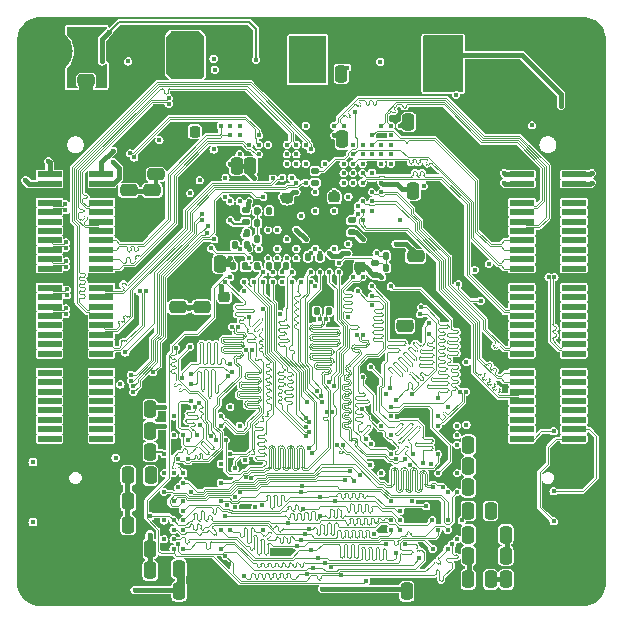
<source format=gbr>
%TF.GenerationSoftware,KiCad,Pcbnew,8.0.1*%
%TF.CreationDate,2024-05-09T15:37:21+08:00*%
%TF.ProjectId,ProDocument_ZYNQ7020_V1_2024-04-10,50726f44-6f63-4756-9d65-6e745f5a594e,rev?*%
%TF.SameCoordinates,Original*%
%TF.FileFunction,Copper,L6,Bot*%
%TF.FilePolarity,Positive*%
%FSLAX46Y46*%
G04 Gerber Fmt 4.6, Leading zero omitted, Abs format (unit mm)*
G04 Created by KiCad (PCBNEW 8.0.1) date 2024-05-09 15:37:21*
%MOMM*%
%LPD*%
G01*
G04 APERTURE LIST*
G04 Aperture macros list*
%AMRoundRect*
0 Rectangle with rounded corners*
0 $1 Rounding radius*
0 $2 $3 $4 $5 $6 $7 $8 $9 X,Y pos of 4 corners*
0 Add a 4 corners polygon primitive as box body*
4,1,4,$2,$3,$4,$5,$6,$7,$8,$9,$2,$3,0*
0 Add four circle primitives for the rounded corners*
1,1,$1+$1,$2,$3*
1,1,$1+$1,$4,$5*
1,1,$1+$1,$6,$7*
1,1,$1+$1,$8,$9*
0 Add four rect primitives between the rounded corners*
20,1,$1+$1,$2,$3,$4,$5,0*
20,1,$1+$1,$4,$5,$6,$7,0*
20,1,$1+$1,$6,$7,$8,$9,0*
20,1,$1+$1,$8,$9,$2,$3,0*%
G04 Aperture macros list end*
%TA.AperFunction,SMDPad,CuDef*%
%ADD10RoundRect,0.135000X-0.135000X-0.185000X0.135000X-0.185000X0.135000X0.185000X-0.135000X0.185000X0*%
%TD*%
%TA.AperFunction,SMDPad,CuDef*%
%ADD11RoundRect,0.250000X-0.250000X-0.475000X0.250000X-0.475000X0.250000X0.475000X-0.250000X0.475000X0*%
%TD*%
%TA.AperFunction,SMDPad,CuDef*%
%ADD12RoundRect,0.250000X0.250000X0.475000X-0.250000X0.475000X-0.250000X-0.475000X0.250000X-0.475000X0*%
%TD*%
%TA.AperFunction,SMDPad,CuDef*%
%ADD13RoundRect,0.250000X0.475000X-0.250000X0.475000X0.250000X-0.475000X0.250000X-0.475000X-0.250000X0*%
%TD*%
%TA.AperFunction,SMDPad,CuDef*%
%ADD14RoundRect,0.250000X-0.475000X0.250000X-0.475000X-0.250000X0.475000X-0.250000X0.475000X0.250000X0*%
%TD*%
%TA.AperFunction,SMDPad,CuDef*%
%ADD15RoundRect,0.135000X0.135000X0.185000X-0.135000X0.185000X-0.135000X-0.185000X0.135000X-0.185000X0*%
%TD*%
%TA.AperFunction,SMDPad,CuDef*%
%ADD16RoundRect,0.135000X-0.185000X0.135000X-0.185000X-0.135000X0.185000X-0.135000X0.185000X0.135000X0*%
%TD*%
%TA.AperFunction,SMDPad,CuDef*%
%ADD17RoundRect,0.225000X0.225000X0.250000X-0.225000X0.250000X-0.225000X-0.250000X0.225000X-0.250000X0*%
%TD*%
%TA.AperFunction,SMDPad,CuDef*%
%ADD18RoundRect,0.225000X-0.250000X0.225000X-0.250000X-0.225000X0.250000X-0.225000X0.250000X0.225000X0*%
%TD*%
%TA.AperFunction,SMDPad,CuDef*%
%ADD19RoundRect,0.225000X0.250000X-0.225000X0.250000X0.225000X-0.250000X0.225000X-0.250000X-0.225000X0*%
%TD*%
%TA.AperFunction,SMDPad,CuDef*%
%ADD20RoundRect,0.135000X0.185000X-0.135000X0.185000X0.135000X-0.185000X0.135000X-0.185000X-0.135000X0*%
%TD*%
%TA.AperFunction,SMDPad,CuDef*%
%ADD21RoundRect,0.140000X-0.140000X-0.170000X0.140000X-0.170000X0.140000X0.170000X-0.140000X0.170000X0*%
%TD*%
%TA.AperFunction,SMDPad,CuDef*%
%ADD22R,2.000000X0.500000*%
%TD*%
%TA.AperFunction,ViaPad*%
%ADD23C,0.400000*%
%TD*%
%TA.AperFunction,ViaPad*%
%ADD24C,0.450000*%
%TD*%
%TA.AperFunction,ViaPad*%
%ADD25C,3.500000*%
%TD*%
%TA.AperFunction,Conductor*%
%ADD26C,0.090000*%
%TD*%
%TA.AperFunction,Conductor*%
%ADD27C,0.400000*%
%TD*%
%TA.AperFunction,Conductor*%
%ADD28C,0.450000*%
%TD*%
%TA.AperFunction,Conductor*%
%ADD29C,0.200000*%
%TD*%
%TA.AperFunction,Conductor*%
%ADD30C,0.300000*%
%TD*%
G04 APERTURE END LIST*
D10*
%TO.P,R20,1,1*%
%TO.N,1.5V*%
X180179203Y-73510797D03*
%TO.P,R20,2,2*%
%TO.N,Net-(U7E-PS_DDR_VRN_502)*%
X181199201Y-73510797D03*
%TD*%
D11*
%TO.P,C16,1,1*%
%TO.N,GND*%
X169205203Y-97410797D03*
%TO.P,C16,2,2*%
%TO.N,1.5V*%
X171105203Y-97410797D03*
%TD*%
D12*
%TO.P,C24,1,1*%
%TO.N,GND*%
X199953203Y-90410797D03*
%TO.P,C24,2,2*%
%TO.N,1.5V*%
X198053203Y-90410797D03*
%TD*%
D11*
%TO.P,C50,1,1*%
%TO.N,1.8V*%
X185379203Y-55190254D03*
%TO.P,C50,2,2*%
%TO.N,GND*%
X187279203Y-55190254D03*
%TD*%
D13*
%TO.P,C47,1,1*%
%TO.N,GND*%
X193579202Y-74560798D03*
%TO.P,C47,2,2*%
%TO.N,3.3V*%
X193579202Y-72660798D03*
%TD*%
D14*
%TO.P,C53,1,1*%
%TO.N,3.3V*%
X171279204Y-67059296D03*
%TO.P,C53,2,2*%
%TO.N,GND*%
X171279204Y-68959296D03*
%TD*%
D11*
%TO.P,C36,1,1*%
%TO.N,1.5V*%
X198027703Y-94210797D03*
%TO.P,C36,2,2*%
%TO.N,VREF_DDR*%
X199927703Y-94210797D03*
%TD*%
D15*
%TO.P,R38,1,1*%
%TO.N,1.8V*%
X181199202Y-68810797D03*
%TO.P,R38,2,2*%
%TO.N,Net-(U7B-PS_MIO_VREF_501)*%
X180179204Y-68810797D03*
%TD*%
D14*
%TO.P,C78,1,1*%
%TO.N,5V*%
X165679203Y-55860798D03*
%TO.P,C78,2,2*%
%TO.N,GND*%
X165679203Y-57760796D03*
%TD*%
D12*
%TO.P,C59,1,1*%
%TO.N,GND*%
X195266348Y-67090254D03*
%TO.P,C59,2,2*%
%TO.N,3.3V*%
X193366348Y-67090254D03*
%TD*%
D11*
%TO.P,C70,1,1*%
%TO.N,GND*%
X171379203Y-56610797D03*
%TO.P,C70,2,2*%
%TO.N,1.0V*%
X173279203Y-56610797D03*
%TD*%
D16*
%TO.P,R82,1,1*%
%TO.N,Net-(LED3-A)*%
X185079203Y-65400798D03*
%TO.P,R82,2,2*%
%TO.N,BIO_22_P*%
X185079203Y-66420796D03*
%TD*%
D11*
%TO.P,C19,1,1*%
%TO.N,GND*%
X169205203Y-85610797D03*
%TO.P,C19,2,2*%
%TO.N,1.5V*%
X171105203Y-85610797D03*
%TD*%
%TO.P,C35,1,1*%
%TO.N,DDRVTT*%
X201227702Y-98010798D03*
%TO.P,C35,2,2*%
%TO.N,GND*%
X203127702Y-98010798D03*
%TD*%
D12*
%TO.P,C43,1,1*%
%TO.N,VREF_DDR*%
X169229203Y-93410797D03*
%TO.P,C43,2,2*%
%TO.N,GND*%
X167329203Y-93410797D03*
%TD*%
D11*
%TO.P,C60,1,1*%
%TO.N,GND*%
X175118348Y-73290254D03*
%TO.P,C60,2,2*%
%TO.N,3.3V*%
X177018348Y-73290254D03*
%TD*%
D12*
%TO.P,C30,1,1*%
%TO.N,GND*%
X199953204Y-96210797D03*
%TO.P,C30,2,2*%
%TO.N,1.5V*%
X198053204Y-96210797D03*
%TD*%
%TO.P,C69,1,1*%
%TO.N,GND*%
X176829202Y-54610797D03*
%TO.P,C69,2,2*%
%TO.N,1.0V*%
X174929204Y-54610797D03*
%TD*%
D10*
%TO.P,R28,1,1*%
%TO.N,3.3V*%
X178079203Y-73510797D03*
%TO.P,R28,2,2*%
%TO.N,MIO8*%
X179099201Y-73510797D03*
%TD*%
%TO.P,R3,1,1*%
%TO.N,Net-(U7F-PS_DDR_VREF0_502)*%
X191069204Y-72610797D03*
%TO.P,R3,2,2*%
%TO.N,GND*%
X192089202Y-72610797D03*
%TD*%
D14*
%TO.P,C63,1,1*%
%TO.N,GND*%
X171592348Y-63816254D03*
%TO.P,C63,2,2*%
%TO.N,3.3V*%
X171592348Y-65716254D03*
%TD*%
D12*
%TO.P,C58,1,1*%
%TO.N,GND*%
X194866348Y-61290254D03*
%TO.P,C58,2,2*%
%TO.N,3.3V*%
X192966348Y-61290254D03*
%TD*%
D17*
%TO.P,C44,1,1*%
%TO.N,Net-(X1-VCC)*%
X174867348Y-62090254D03*
%TO.P,C44,2,2*%
%TO.N,GND*%
X173317348Y-62090254D03*
%TD*%
D11*
%TO.P,C40,1,1*%
%TO.N,DDRVTT*%
X192827704Y-101010797D03*
%TO.P,C40,2,2*%
%TO.N,GND*%
X194727704Y-101010797D03*
%TD*%
%TO.P,C68,1,1*%
%TO.N,GND*%
X171379203Y-54610797D03*
%TO.P,C68,2,2*%
%TO.N,1.0V*%
X173279203Y-54610797D03*
%TD*%
%TO.P,C75,1,1*%
%TO.N,GND*%
X176529204Y-65010797D03*
%TO.P,C75,2,2*%
%TO.N,1.8V*%
X178429204Y-65010797D03*
%TD*%
D12*
%TO.P,C33,1,1*%
%TO.N,GND*%
X175453203Y-101010797D03*
%TO.P,C33,2,2*%
%TO.N,DDRVTT*%
X173553203Y-101010797D03*
%TD*%
D18*
%TO.P,C71,1,1*%
%TO.N,GND*%
X186679203Y-66110797D03*
%TO.P,C71,2,2*%
%TO.N,1.0V*%
X186679203Y-67660797D03*
%TD*%
D14*
%TO.P,C82,1,1*%
%TO.N,GND*%
X175479204Y-75060798D03*
%TO.P,C82,2,2*%
%TO.N,3.3V*%
X175479204Y-76960798D03*
%TD*%
D12*
%TO.P,C49,1,1*%
%TO.N,1.8V*%
X183779203Y-57210797D03*
%TO.P,C49,2,2*%
%TO.N,GND*%
X181879203Y-57210797D03*
%TD*%
D10*
%TO.P,R37,1,1*%
%TO.N,Net-(U7B-PS_MIO_VREF_501)*%
X180179203Y-71210797D03*
%TO.P,R37,2,2*%
%TO.N,GND*%
X181199201Y-71210797D03*
%TD*%
D12*
%TO.P,C23,1,1*%
%TO.N,GND*%
X199953203Y-88610797D03*
%TO.P,C23,2,2*%
%TO.N,1.5V*%
X198053203Y-88610797D03*
%TD*%
D10*
%TO.P,R2,1,1*%
%TO.N,3.3V*%
X184459205Y-72710797D03*
%TO.P,R2,2,2*%
%TO.N,Net-(U7C-PROGRAM_B_0)*%
X185479203Y-72710797D03*
%TD*%
D19*
%TO.P,C73,1,1*%
%TO.N,GND*%
X182692348Y-69240254D03*
%TO.P,C73,2,2*%
%TO.N,1.0V*%
X182692348Y-67690254D03*
%TD*%
D20*
%TO.P,R1,1,1*%
%TO.N,3.3V*%
X188179203Y-70630795D03*
%TO.P,R1,2,2*%
%TO.N,Net-(U7C-INIT_B_0)*%
X188179203Y-69610797D03*
%TD*%
D21*
%TO.P,C1,1,1*%
%TO.N,Net-(U7F-PS_DDR_VREF0_502)*%
X191099203Y-73610798D03*
%TO.P,C1,2,2*%
%TO.N,GND*%
X192059203Y-73610798D03*
%TD*%
D12*
%TO.P,C74,1,1*%
%TO.N,GND*%
X181453204Y-65010797D03*
%TO.P,C74,2,2*%
%TO.N,1.8V*%
X179553204Y-65010797D03*
%TD*%
%TO.P,C42,1,1*%
%TO.N,1.5V*%
X171130704Y-91210797D03*
%TO.P,C42,2,2*%
%TO.N,VREF_DDR*%
X169230704Y-91210797D03*
%TD*%
D11*
%TO.P,C27,1,1*%
%TO.N,5V*%
X187279203Y-57210797D03*
%TO.P,C27,2,2*%
%TO.N,GND*%
X189179201Y-57210797D03*
%TD*%
D10*
%TO.P,R33,1,1*%
%TO.N,GND*%
X178259205Y-70710797D03*
%TO.P,R33,2,2*%
%TO.N,MIO7*%
X179279203Y-70710797D03*
%TD*%
D20*
%TO.P,R34,1,1*%
%TO.N,Net-(U7B-PS_SRST_B_501)*%
X179179203Y-69730795D03*
%TO.P,R34,2,2*%
%TO.N,1.8V*%
X179179203Y-68710797D03*
%TD*%
D11*
%TO.P,C15,1,1*%
%TO.N,GND*%
X169201709Y-99251298D03*
%TO.P,C15,2,2*%
%TO.N,1.5V*%
X171101709Y-99251298D03*
%TD*%
D19*
%TO.P,C21,1,1*%
%TO.N,GND*%
X177392348Y-77665254D03*
%TO.P,C21,2,2*%
%TO.N,1.5V*%
X177392348Y-76115254D03*
%TD*%
D22*
%TO.P,CN1,1,1*%
%TO.N,GND*%
X206979203Y-88910797D03*
%TO.P,CN1,2,2*%
X202579203Y-88910797D03*
%TO.P,CN1,3,3*%
%TO.N,JTAG_TCK*%
X206979203Y-88110797D03*
%TO.P,CN1,4,4*%
%TO.N,JTAG_TMS*%
X202579203Y-88110797D03*
%TO.P,CN1,5,5*%
%TO.N,JTAG_TDO*%
X206979203Y-87310797D03*
%TO.P,CN1,6,6*%
%TO.N,JTAG_TDI*%
X202579203Y-87310797D03*
%TO.P,CN1,7,7*%
%TO.N,unconnected-(CN1-Pad7)*%
X206979203Y-86510796D03*
%TO.P,CN1,8,8*%
%TO.N,unconnected-(CN1-Pad8)*%
X202579203Y-86510796D03*
%TO.P,CN1,9,9*%
%TO.N,unconnected-(CN1-Pad9)*%
X206979203Y-85710797D03*
%TO.P,CN1,10,10*%
%TO.N,unconnected-(CN1-Pad10)*%
X202579203Y-85710797D03*
%TO.P,CN1,11,11*%
%TO.N,unconnected-(CN1-Pad11)*%
X206979202Y-84910797D03*
%TO.P,CN1,12,12*%
%TO.N,AIO_1_P*%
X202579204Y-84910797D03*
%TO.P,CN1,13,13*%
%TO.N,unconnected-(CN1-Pad13)*%
X206979203Y-84110797D03*
%TO.P,CN1,14,14*%
%TO.N,AIO_1_N*%
X202579203Y-84110797D03*
%TO.P,CN1,15,15*%
%TO.N,AIO_4_P*%
X206979203Y-83310797D03*
%TO.P,CN1,16,16*%
%TO.N,AIO_2_P*%
X202579203Y-83310797D03*
%TO.P,CN1,17,17*%
%TO.N,AIO_4_N*%
X206979203Y-82510797D03*
%TO.P,CN1,18,18*%
%TO.N,AIO_2_N*%
X202579203Y-82510797D03*
%TO.P,CN1,19,19*%
%TO.N,GND*%
X206979203Y-81710797D03*
%TO.P,CN1,20,20*%
X202579203Y-81710797D03*
%TO.P,CN1,21,21*%
%TO.N,AIO_10_P*%
X206979203Y-80910796D03*
%TO.P,CN1,22,22*%
%TO.N,AIO_3_P*%
X202579203Y-80910796D03*
%TO.P,CN1,23,23*%
%TO.N,AIO_10_N*%
X206979203Y-80110797D03*
%TO.P,CN1,24,24*%
%TO.N,AIO_3_N*%
X202579203Y-80110797D03*
%TO.P,CN1,25,25*%
%TO.N,AIO_8_P*%
X206979202Y-79310797D03*
%TO.P,CN1,26,26*%
%TO.N,AIO_6_P*%
X202579204Y-79310797D03*
%TO.P,CN1,27,27*%
%TO.N,AIO_8_N*%
X206979203Y-78510797D03*
%TO.P,CN1,28,28*%
%TO.N,AIO_6_N*%
X202579203Y-78510797D03*
%TO.P,CN1,29,29*%
%TO.N,AIO_18_P*%
X206979203Y-77710797D03*
%TO.P,CN1,30,30*%
%TO.N,AIO_5_P*%
X202579203Y-77710797D03*
%TO.P,CN1,31,31*%
%TO.N,AIO_18_N*%
X206979203Y-76910797D03*
%TO.P,CN1,32,32*%
%TO.N,AIO_5_N*%
X202579203Y-76910797D03*
%TO.P,CN1,33,33*%
%TO.N,AIO_21_P*%
X206979203Y-76110797D03*
%TO.P,CN1,34,34*%
%TO.N,AIO_24_P*%
X202579203Y-76110797D03*
%TO.P,CN1,35,35*%
%TO.N,AIO_21_N*%
X206979202Y-75310797D03*
%TO.P,CN1,36,36*%
%TO.N,AIO_24_N*%
X202579204Y-75310797D03*
%TO.P,CN1,37,37*%
%TO.N,GND*%
X206979203Y-74510797D03*
%TO.P,CN1,38,38*%
X202579203Y-74510797D03*
%TO.P,CN1,39,39*%
%TO.N,AIO_22_P*%
X206979203Y-73710798D03*
%TO.P,CN1,40,40*%
%TO.N,AIO_19_P*%
X202579203Y-73710798D03*
%TO.P,CN1,41,41*%
%TO.N,AIO_22_N*%
X206979203Y-72910797D03*
%TO.P,CN1,42,42*%
%TO.N,AIO_19_N*%
X202579203Y-72910797D03*
%TO.P,CN1,43,43*%
%TO.N,AIO_7_P*%
X206979203Y-72110797D03*
%TO.P,CN1,44,44*%
%TO.N,AIO_12_P*%
X202579203Y-72110797D03*
%TO.P,CN1,45,45*%
%TO.N,AIO_7_N*%
X206979203Y-71310797D03*
%TO.P,CN1,46,46*%
%TO.N,AIO_12_N*%
X202579203Y-71310797D03*
%TO.P,CN1,47,47*%
%TO.N,AIO_15_P*%
X206979203Y-70510797D03*
%TO.P,CN1,48,48*%
%TO.N,AIO_14_P*%
X202579203Y-70510797D03*
%TO.P,CN1,49,49*%
%TO.N,AIO_15_N*%
X206979202Y-69710797D03*
%TO.P,CN1,50,50*%
%TO.N,AIO_14_N*%
X202579204Y-69710797D03*
%TO.P,CN1,51,51*%
%TO.N,AIO_17_P*%
X206979203Y-68910797D03*
%TO.P,CN1,52,52*%
%TO.N,AIO_16_P*%
X202579203Y-68910797D03*
%TO.P,CN1,53,53*%
%TO.N,AIO_17_N*%
X206979203Y-68110798D03*
%TO.P,CN1,54,54*%
%TO.N,AIO_16_N*%
X202579203Y-68110798D03*
%TO.P,CN1,55,55*%
%TO.N,GND*%
X206979203Y-67310797D03*
%TO.P,CN1,56,56*%
X202579203Y-67310797D03*
%TO.P,CN1,57,57*%
%TO.N,5V*%
X206979203Y-66510797D03*
%TO.P,CN1,58,58*%
X202579203Y-66510797D03*
%TO.P,CN1,59,59*%
X206979203Y-65710797D03*
%TO.P,CN1,60,60*%
X202579203Y-65710797D03*
%TD*%
D11*
%TO.P,C39,1,1*%
%TO.N,DDRVTT*%
X173529203Y-99110798D03*
%TO.P,C39,2,2*%
%TO.N,GND*%
X175429203Y-99110798D03*
%TD*%
D21*
%TO.P,C48,1,1*%
%TO.N,Net-(U7B-PS_MIO_VREF_501)*%
X180179205Y-69810797D03*
%TO.P,C48,2,2*%
%TO.N,GND*%
X181139205Y-69810797D03*
%TD*%
D11*
%TO.P,C18,1,1*%
%TO.N,GND*%
X169205204Y-87410797D03*
%TO.P,C18,2,2*%
%TO.N,1.5V*%
X171105204Y-87410797D03*
%TD*%
D12*
%TO.P,C26,1,1*%
%TO.N,GND*%
X199953203Y-98010798D03*
%TO.P,C26,2,2*%
%TO.N,1.5V*%
X198053203Y-98010798D03*
%TD*%
D11*
%TO.P,C62,1,1*%
%TO.N,GND*%
X193155204Y-55160797D03*
%TO.P,C62,2,2*%
%TO.N,3.3V*%
X195055204Y-55160797D03*
%TD*%
D14*
%TO.P,C61,1,1*%
%TO.N,GND*%
X173479203Y-75060797D03*
%TO.P,C61,2,2*%
%TO.N,3.3V*%
X173479203Y-76960797D03*
%TD*%
D15*
%TO.P,R36,1,1*%
%TO.N,3.3V*%
X179279202Y-71710797D03*
%TO.P,R36,2,2*%
%TO.N,Net-(U7A-PS_POR_B_500)*%
X178259204Y-71710797D03*
%TD*%
D11*
%TO.P,C76,1,1*%
%TO.N,GND*%
X181879203Y-55190254D03*
%TO.P,C76,2,2*%
%TO.N,1.8V*%
X183779203Y-55190254D03*
%TD*%
%TO.P,C17,1,1*%
%TO.N,GND*%
X169205204Y-89210798D03*
%TO.P,C17,2,2*%
%TO.N,1.5V*%
X171105204Y-89210798D03*
%TD*%
D20*
%TO.P,R6,1,1*%
%TO.N,1.5V*%
X190179203Y-74220796D03*
%TO.P,R6,2,2*%
%TO.N,Net-(U7F-PS_DDR_VREF0_502)*%
X190179203Y-73200798D03*
%TD*%
D11*
%TO.P,C65,1,1*%
%TO.N,GND*%
X193155203Y-57110797D03*
%TO.P,C65,2,2*%
%TO.N,3.3V*%
X195055203Y-57110797D03*
%TD*%
D18*
%TO.P,C22,1,1*%
%TO.N,GND*%
X188892348Y-72015254D03*
%TO.P,C22,2,2*%
%TO.N,1.5V*%
X188892348Y-73565254D03*
%TD*%
D22*
%TO.P,CN2,1,1*%
%TO.N,GND*%
X166979203Y-88910797D03*
%TO.P,CN2,2,2*%
X162579203Y-88910797D03*
%TO.P,CN2,3,3*%
%TO.N,SDO_CMD*%
X166979203Y-88110797D03*
%TO.P,CN2,4,4*%
%TO.N,SDO_D1*%
X162579203Y-88110797D03*
%TO.P,CN2,5,5*%
%TO.N,SDO_D3*%
X166979203Y-87310797D03*
%TO.P,CN2,6,6*%
%TO.N,SDO_D0*%
X162579203Y-87310797D03*
%TO.P,CN2,7,7*%
%TO.N,SDO_D2*%
X166979203Y-86510796D03*
%TO.P,CN2,8,8*%
%TO.N,SDO_CLK*%
X162579203Y-86510796D03*
%TO.P,CN2,9,9*%
%TO.N,unconnected-(CN2-Pad9)*%
X166979203Y-85710797D03*
%TO.P,CN2,10,10*%
%TO.N,unconnected-(CN2-Pad10)*%
X162579203Y-85710797D03*
%TO.P,CN2,11,11*%
%TO.N,unconnected-(CN2-Pad11)*%
X166979202Y-84910797D03*
%TO.P,CN2,12,12*%
%TO.N,unconnected-(CN2-Pad12)*%
X162579204Y-84910797D03*
%TO.P,CN2,13,13*%
%TO.N,unconnected-(CN2-Pad13)*%
X166979203Y-84110797D03*
%TO.P,CN2,14,14*%
%TO.N,unconnected-(CN2-Pad14)*%
X162579203Y-84110797D03*
%TO.P,CN2,15,15*%
%TO.N,unconnected-(CN2-Pad15)*%
X166979203Y-83310797D03*
%TO.P,CN2,16,16*%
%TO.N,unconnected-(CN2-Pad16)*%
X162579203Y-83310797D03*
%TO.P,CN2,17,17*%
%TO.N,unconnected-(CN2-Pad17)*%
X166979203Y-82510797D03*
%TO.P,CN2,18,18*%
%TO.N,unconnected-(CN2-Pad18)*%
X162579203Y-82510797D03*
%TO.P,CN2,19,19*%
%TO.N,GND*%
X166979203Y-81710797D03*
%TO.P,CN2,20,20*%
X162579203Y-81710797D03*
%TO.P,CN2,21,21*%
%TO.N,BIO_24_P*%
X166979203Y-80910796D03*
%TO.P,CN2,22,22*%
%TO.N,unconnected-(CN2-Pad22)*%
X162579203Y-80910796D03*
%TO.P,CN2,23,23*%
%TO.N,BIO_24_N*%
X166979203Y-80110797D03*
%TO.P,CN2,24,24*%
%TO.N,unconnected-(CN2-Pad24)*%
X162579203Y-80110797D03*
%TO.P,CN2,25,25*%
%TO.N,BIO_20_P*%
X166979202Y-79310797D03*
%TO.P,CN2,26,26*%
%TO.N,unconnected-(CN2-Pad26)*%
X162579204Y-79310797D03*
%TO.P,CN2,27,27*%
%TO.N,BIO_20_N*%
X166979203Y-78510797D03*
%TO.P,CN2,28,28*%
%TO.N,unconnected-(CN2-Pad28)*%
X162579203Y-78510797D03*
%TO.P,CN2,29,29*%
%TO.N,BIO_12_P*%
X166979203Y-77710797D03*
%TO.P,CN2,30,30*%
%TO.N,BIO_5_P*%
X162579203Y-77710797D03*
%TO.P,CN2,31,31*%
%TO.N,BIO_12_N*%
X166979203Y-76910797D03*
%TO.P,CN2,32,32*%
%TO.N,BIO_5_N*%
X162579203Y-76910797D03*
%TO.P,CN2,33,33*%
%TO.N,BIO_19_P*%
X166979203Y-76110797D03*
%TO.P,CN2,34,34*%
%TO.N,BIO_13_P*%
X162579203Y-76110797D03*
%TO.P,CN2,35,35*%
%TO.N,BIO_19_N*%
X166979202Y-75310797D03*
%TO.P,CN2,36,36*%
%TO.N,BIO_13_N*%
X162579204Y-75310797D03*
%TO.P,CN2,37,37*%
%TO.N,GND*%
X166979203Y-74510797D03*
%TO.P,CN2,38,38*%
X162579203Y-74510797D03*
%TO.P,CN2,39,39*%
%TO.N,BIO_3_P*%
X166979203Y-73710798D03*
%TO.P,CN2,40,40*%
%TO.N,BIO_4_P*%
X162579203Y-73710798D03*
%TO.P,CN2,41,41*%
%TO.N,BIO_3_N*%
X166979203Y-72910797D03*
%TO.P,CN2,42,42*%
%TO.N,BIO_4_N*%
X162579203Y-72910797D03*
%TO.P,CN2,43,43*%
%TO.N,BIO_2_P*%
X166979203Y-72110797D03*
%TO.P,CN2,44,44*%
%TO.N,BIO_15_P*%
X162579203Y-72110797D03*
%TO.P,CN2,45,45*%
%TO.N,BIO_2_N*%
X166979203Y-71310797D03*
%TO.P,CN2,46,46*%
%TO.N,BIO_15_N*%
X162579203Y-71310797D03*
%TO.P,CN2,47,47*%
%TO.N,BIO_14_P*%
X166979203Y-70510797D03*
%TO.P,CN2,48,48*%
%TO.N,BIO_1_P*%
X162579203Y-70510797D03*
%TO.P,CN2,49,49*%
%TO.N,BIO_14_N*%
X166979202Y-69710797D03*
%TO.P,CN2,50,50*%
%TO.N,BIO_1_N*%
X162579204Y-69710797D03*
%TO.P,CN2,51,51*%
%TO.N,BIO_17_P*%
X166979203Y-68910797D03*
%TO.P,CN2,52,52*%
%TO.N,BIO_18_P*%
X162579203Y-68910797D03*
%TO.P,CN2,53,53*%
%TO.N,BIO_17_N*%
X166979203Y-68110798D03*
%TO.P,CN2,54,54*%
%TO.N,BIO_18_N*%
X162579203Y-68110798D03*
%TO.P,CN2,55,55*%
%TO.N,GND*%
X166979203Y-67310797D03*
%TO.P,CN2,56,56*%
X162579203Y-67310797D03*
%TO.P,CN2,57,57*%
%TO.N,5V*%
X166979203Y-66510797D03*
%TO.P,CN2,58,58*%
X162579203Y-66510797D03*
%TO.P,CN2,59,59*%
X166979203Y-65710797D03*
%TO.P,CN2,60,60*%
X162579203Y-65710797D03*
%TD*%
D13*
%TO.P,C41,1,1*%
%TO.N,1.5V*%
X192679204Y-78562298D03*
%TO.P,C41,2,2*%
%TO.N,GND*%
X192679204Y-76662298D03*
%TD*%
D11*
%TO.P,C67,1,1*%
%TO.N,GND*%
X185479204Y-62760797D03*
%TO.P,C67,2,2*%
%TO.N,3.3V*%
X187379204Y-62760797D03*
%TD*%
D12*
%TO.P,C37,1,1*%
%TO.N,VREF_DDR*%
X169230704Y-95410799D03*
%TO.P,C37,2,2*%
%TO.N,GND*%
X167330704Y-95410799D03*
%TD*%
D14*
%TO.P,C51,1,1*%
%TO.N,3.3V*%
X169279203Y-67059296D03*
%TO.P,C51,2,2*%
%TO.N,GND*%
X169279203Y-68959296D03*
%TD*%
D12*
%TO.P,C64,1,1*%
%TO.N,GND*%
X198853203Y-57110797D03*
%TO.P,C64,2,2*%
%TO.N,3.3V*%
X196953203Y-57110797D03*
%TD*%
D15*
%TO.P,R19,1,1*%
%TO.N,GND*%
X183599202Y-73510797D03*
%TO.P,R19,2,2*%
%TO.N,Net-(U7E-PS_DDR_VRP_502)*%
X182579204Y-73510797D03*
%TD*%
D11*
%TO.P,C34,1,1*%
%TO.N,1.5V*%
X198027703Y-100010798D03*
%TO.P,C34,2,2*%
%TO.N,DDRVTT*%
X199927703Y-100010798D03*
%TD*%
D12*
%TO.P,C31,1,1*%
%TO.N,GND*%
X203153204Y-100010798D03*
%TO.P,C31,2,2*%
%TO.N,DDRVTT*%
X201253204Y-100010798D03*
%TD*%
%TO.P,C25,1,1*%
%TO.N,GND*%
X199953204Y-92210797D03*
%TO.P,C25,2,2*%
%TO.N,1.5V*%
X198053204Y-92210797D03*
%TD*%
D10*
%TO.P,R22,1,1*%
%TO.N,DDR_CLK_P*%
X185190001Y-77300000D03*
%TO.P,R22,2,2*%
%TO.N,DDR_CLK_N*%
X186209999Y-77300000D03*
%TD*%
D11*
%TO.P,C38,1,1*%
%TO.N,DDRVTT*%
X201227702Y-96210797D03*
%TO.P,C38,2,2*%
%TO.N,GND*%
X203127702Y-96210797D03*
%TD*%
D23*
%TO.N,Net-(U7F-PS_DDR_VREF0_502)*%
X187079203Y-73210797D03*
X182679203Y-72810797D03*
X190279204Y-72410797D03*
%TO.N,5V*%
X169229205Y-56160795D03*
X166079206Y-55960795D03*
X201079203Y-66410797D03*
X208479203Y-65610797D03*
X208479203Y-66410797D03*
X165679206Y-55960795D03*
X176579204Y-56860795D03*
X160544204Y-66210797D03*
X187232893Y-56745796D03*
X201079203Y-65610797D03*
X166479206Y-56660795D03*
X162479203Y-64610797D03*
X167979203Y-64710797D03*
X167979203Y-63710797D03*
X165479206Y-53660795D03*
X187779203Y-56685796D03*
X198579205Y-73810797D03*
%TO.N,DDRVTT*%
X173779204Y-100238298D03*
X199879203Y-100010798D03*
X169779203Y-100910797D03*
X201279204Y-96210797D03*
X185679203Y-100810798D03*
X192879204Y-101010797D03*
%TO.N,Net-(X1-VCC)*%
X175029205Y-62210797D03*
%TO.N,Net-(U7B-PS_MIO_VREF_501)*%
X180279203Y-68810798D03*
D24*
%TO.N,Net-(LED3-A)*%
X188479203Y-60410797D03*
D23*
%TO.N,Net-(U5-ZQ)*%
X180554939Y-93745798D03*
X177579203Y-93745798D03*
%TO.N,VREF_DDR*%
X199901703Y-94210797D03*
X169379205Y-91330795D03*
X190679204Y-91010797D03*
X178279203Y-93860796D03*
X172279203Y-91010798D03*
%TO.N,Net-(U7E-PS_DDR_VRP_502)*%
X182279203Y-74010797D03*
%TO.N,Net-(U7B-PS_MIO40_501)*%
X169000000Y-80800000D03*
X175479203Y-69110797D03*
%TO.N,Net-(U7C-PROGRAM_B_0)*%
X185479203Y-72410797D03*
%TO.N,GND*%
X189079203Y-72010797D03*
X201179203Y-81010797D03*
X197079203Y-53410797D03*
X179479203Y-64010798D03*
X164679203Y-84910797D03*
X185679203Y-53410797D03*
X177479203Y-53410797D03*
D24*
X167929205Y-56410795D03*
D23*
X171479203Y-53410797D03*
X181479203Y-64410797D03*
X197192348Y-74390254D03*
X164679203Y-83910797D03*
X177879202Y-90210798D03*
X171029204Y-70360797D03*
X169729205Y-99610797D03*
X197192348Y-73790254D03*
D24*
X189182893Y-56435796D03*
D23*
X183079203Y-69210797D03*
X181879203Y-53410797D03*
X204200000Y-86000000D03*
X168929205Y-69110797D03*
X172279203Y-87810797D03*
X202051000Y-53790000D03*
X185879203Y-68810797D03*
X183879203Y-68410797D03*
X173529205Y-74110797D03*
X196679203Y-91410797D03*
D25*
X162779204Y-99310797D03*
D24*
X161779203Y-92610797D03*
D23*
X202500000Y-81700000D03*
X177779203Y-77510798D03*
X207100000Y-74500000D03*
X172279203Y-97410797D03*
X202051000Y-57190000D03*
D25*
X206779203Y-55310798D03*
D23*
X165879203Y-57810797D03*
X178679203Y-86210798D03*
X177742322Y-98747678D03*
X181279203Y-53410797D03*
X185079204Y-68010797D03*
X186129205Y-59610797D03*
X202100000Y-58500000D03*
X173079203Y-88610797D03*
X194179203Y-94610798D03*
X196229204Y-61560797D03*
X166429205Y-93510797D03*
X181479203Y-97710798D03*
X184479203Y-53410797D03*
X181079203Y-69610797D03*
X182079203Y-97710798D03*
X197679203Y-53410797D03*
X201179203Y-83710797D03*
X191479203Y-76010797D03*
X186679204Y-66410797D03*
X189079202Y-75210799D03*
X191879203Y-74810797D03*
X179079203Y-66010797D03*
X176879203Y-53410797D03*
X185079204Y-63210798D03*
X182679203Y-97710798D03*
X192879203Y-53410797D03*
X186679205Y-74410797D03*
X183479202Y-69610798D03*
X192829204Y-65360797D03*
X187479203Y-68810797D03*
X187479203Y-67210797D03*
X188279203Y-68010797D03*
X178279203Y-70810797D03*
X178679203Y-53410797D03*
X194979203Y-91410797D03*
D24*
X161179203Y-92610797D03*
D23*
X170279203Y-53410797D03*
X192279203Y-53410797D03*
X182279203Y-62810797D03*
X165279203Y-57810797D03*
X184279203Y-67210797D03*
X190679205Y-87810797D03*
X170029204Y-70960797D03*
X183879203Y-74010797D03*
X180179203Y-61060797D03*
X182679203Y-68810798D03*
X172279202Y-95810798D03*
X178979203Y-93915797D03*
X177379203Y-71510797D03*
X185879204Y-67210797D03*
X181079204Y-72010797D03*
X174229205Y-73510797D03*
X169929205Y-77610797D03*
X197079203Y-97410797D03*
X168929205Y-69710797D03*
X169229205Y-89610797D03*
X178679203Y-85410798D03*
X182479203Y-53410797D03*
X173879204Y-86210798D03*
D24*
X160579203Y-92610797D03*
D25*
X206779203Y-99310797D03*
D23*
X198279203Y-53410797D03*
X167129205Y-96710797D03*
D25*
X162779203Y-55310797D03*
D23*
X178079203Y-53410797D03*
X181879203Y-68010798D03*
X182679204Y-70410797D03*
X189979203Y-82910797D03*
X174229205Y-74110797D03*
X197192348Y-73190254D03*
X189879203Y-64810798D03*
X181079203Y-75210797D03*
X197229204Y-61960797D03*
X177479203Y-63610797D03*
X172279203Y-88610797D03*
X187479203Y-64010798D03*
D24*
X178529202Y-56410795D03*
D23*
X185079203Y-53410797D03*
X187479203Y-53410797D03*
X200179203Y-70510797D03*
X178679203Y-90210798D03*
X192779203Y-85810797D03*
X178279203Y-69210797D03*
X190679204Y-90210798D03*
X186879203Y-53410797D03*
X190079203Y-86410797D03*
X186129205Y-60410797D03*
X176279203Y-53410797D03*
X203429204Y-58260797D03*
X191079203Y-53410797D03*
X197079204Y-94210797D03*
X191679203Y-53410797D03*
X164179203Y-84410797D03*
X170879203Y-53410797D03*
X201200000Y-79500000D03*
X206700000Y-67300000D03*
X171329205Y-72410797D03*
X175629205Y-100910797D03*
X184279203Y-65610797D03*
X173529205Y-74910797D03*
X196479203Y-53410797D03*
X172279203Y-94210797D03*
X172279203Y-86210797D03*
X190679203Y-62410798D03*
X169079203Y-53410797D03*
X206992348Y-81690254D03*
X178679203Y-74410798D03*
X189079203Y-67210797D03*
X183479203Y-68010798D03*
X190679203Y-88610797D03*
X172279202Y-90210798D03*
X197079204Y-95810798D03*
X177879203Y-88610797D03*
X190679204Y-95810798D03*
X206992348Y-88890254D03*
X186279203Y-53410797D03*
X200479203Y-71110797D03*
X173079203Y-91810798D03*
X186224847Y-78411794D03*
X164679203Y-84910797D03*
X179279203Y-53410797D03*
X195279203Y-53410797D03*
X177479204Y-91410797D03*
X185079203Y-71210797D03*
X177879203Y-87810797D03*
X169679203Y-53410797D03*
X169229205Y-85710797D03*
X195879203Y-53410797D03*
%TO.N,Net-(U7B-PS_SRST_B_501)*%
X177879202Y-69610798D03*
%TO.N,Net-(U7C-INIT_B_0)*%
X188664836Y-69070632D03*
%TO.N,Net-(U7A-PS_POR_B_500)*%
X178679203Y-72010797D03*
%TO.N,Net-(U7E-PS_DDR_VRN_502)*%
X181483618Y-74021839D03*
%TO.N,AIO_6_N*%
X188279203Y-66410797D03*
X202579203Y-78510797D03*
%TO.N,AIO_22_P*%
X206979203Y-73710799D03*
X191479203Y-63210798D03*
%TO.N,AIO_21_N*%
X190679204Y-63210798D03*
X206979202Y-75310798D03*
%TO.N,AIO_12_P*%
X189879204Y-63210797D03*
%TO.N,AIO_2_P*%
X189079203Y-68010798D03*
%TO.N,AIO_14_N*%
X187479203Y-61610797D03*
%TO.N,JTAG_TCK*%
X205258203Y-95090796D03*
X181079204Y-70410799D03*
%TO.N,AIO_24_P*%
X187479204Y-65610797D03*
X202579203Y-76110797D03*
%TO.N,AIO_8_N*%
X206979203Y-78510797D03*
%TO.N,AIO_17_N*%
X206979203Y-68110799D03*
%TO.N,AIO_14_P*%
X186679203Y-61610797D03*
%TO.N,AIO_4_N*%
X206979203Y-82510797D03*
%TO.N,AIO_17_P*%
X206979203Y-68910797D03*
%TO.N,AIO_7_N*%
X206979203Y-71310798D03*
%TO.N,AIO_10_N*%
X205324203Y-74406863D03*
%TO.N,AIO_12_N*%
X189879204Y-62410798D03*
%TO.N,AIO_5_P*%
X189079203Y-66410797D03*
%TO.N,AIO_4_P*%
X206979205Y-83310797D03*
%TO.N,AIO_21_P*%
X190679203Y-64010798D03*
X206979204Y-76110798D03*
%TO.N,AIO_3_N*%
X190679203Y-67210797D03*
%TO.N,AIO_15_P*%
X206979204Y-70510798D03*
%TO.N,AIO_2_N*%
X189879204Y-68010798D03*
%TO.N,AIO_19_N*%
X188279203Y-64010797D03*
%TO.N,AIO_10_P*%
X204834204Y-74406863D03*
%TO.N,AIO_22_N*%
X206979203Y-72910797D03*
X191479203Y-62410797D03*
%TO.N,AIO_19_P*%
X188279203Y-64810798D03*
%TO.N,JTAG_TDO*%
X181079203Y-72810797D03*
X205258203Y-92550798D03*
%TO.N,JTAG_TMS*%
X183479202Y-72810797D03*
X205258203Y-87470797D03*
%TO.N,AIO_16_N*%
X191479204Y-61610797D03*
%TO.N,AIO_1_N*%
X189079202Y-69610798D03*
%TO.N,AIO_7_P*%
X206979205Y-72110797D03*
%TO.N,AIO_16_P*%
X190679203Y-61610797D03*
%TO.N,AIO_18_P*%
X206979205Y-77710797D03*
X190679203Y-64810799D03*
%TO.N,AIO_8_P*%
X206979202Y-79310797D03*
%TO.N,AIO_1_P*%
X189079203Y-68810797D03*
%TO.N,AIO_15_N*%
X206979202Y-69710798D03*
%TO.N,AIO_18_N*%
X191479203Y-64810797D03*
X206979203Y-76910798D03*
%TO.N,AIO_3_P*%
X189879204Y-67210797D03*
%TO.N,AIO_6_P*%
X202579205Y-79310797D03*
X187479203Y-66410797D03*
%TO.N,JTAG_TDI*%
X202579203Y-87310797D03*
X181879204Y-72810797D03*
%TO.N,AIO_5_N*%
X189079203Y-65610798D03*
%TO.N,AIO_24_N*%
X202579205Y-75310798D03*
X187479203Y-64810797D03*
%TO.N,SDO_D1*%
X162479204Y-88110797D03*
%TO.N,BIO_1_P*%
X162579204Y-70510798D03*
X178679203Y-61610797D03*
%TO.N,SDO_CMD*%
X166979203Y-88110797D03*
%TO.N,BIO_15_P*%
X163965650Y-71955797D03*
%TO.N,BIO_18_P*%
X163904669Y-68755798D03*
%TO.N,SDO_D0*%
X162479203Y-87310797D03*
%TO.N,BIO_4_P*%
X163980857Y-73555800D03*
%TO.N,BIO_5_P*%
X180279203Y-63210798D03*
X169752445Y-64284039D03*
X163963861Y-77555797D03*
%TO.N,SDO_D2*%
X166979204Y-86510796D03*
%TO.N,SDO_D3*%
X166979203Y-87310798D03*
%TO.N,BIO_13_P*%
X164031428Y-75955798D03*
X182679204Y-64810797D03*
%TO.N,BIO_5_N*%
X169405961Y-63937556D03*
X163963860Y-77065797D03*
X180279204Y-62410798D03*
%TO.N,BIO_13_N*%
X182679203Y-64010797D03*
X164031428Y-75465797D03*
%TO.N,BIO_1_N*%
X162579203Y-69710798D03*
X177879203Y-61610797D03*
%TO.N,BIO_18_N*%
X163904668Y-68265798D03*
%TO.N,BIO_4_N*%
X163980858Y-73065798D03*
%TO.N,BIO_15_N*%
X163965651Y-71465798D03*
%TO.N,SDO_CLK*%
X162579203Y-86510798D03*
%TO.N,DDR_CKE*%
X197079204Y-92610798D03*
X183979204Y-92110797D03*
X178679203Y-92610797D03*
%TO.N,DDR_A4*%
X177879202Y-95810798D03*
X196279204Y-95810798D03*
X183914203Y-96685794D03*
%TO.N,DDR_BA1*%
X179679204Y-91400797D03*
X196279204Y-95010797D03*
X188279203Y-74410798D03*
%TO.N,DDR_A6*%
X187279204Y-99675617D03*
X185266083Y-84048916D03*
X184679203Y-74810797D03*
X196679203Y-97010797D03*
X177479203Y-98010798D03*
%TO.N,DDR_A1*%
X195479204Y-95810797D03*
X177079203Y-95810798D03*
X183514204Y-97175798D03*
%TO.N,DDR_A11*%
X184279203Y-86310797D03*
X186394202Y-98975798D03*
X181479203Y-74810797D03*
X193894204Y-98210797D03*
%TO.N,DDR_A14*%
X180679203Y-74810797D03*
X195014204Y-97410798D03*
X184579203Y-86710797D03*
X177079203Y-97410798D03*
X185879203Y-98610798D03*
%TO.N,DDR_A8*%
X184363572Y-99552667D03*
X196279204Y-97410798D03*
X179079203Y-99710798D03*
%TO.N,DDR_RAS*%
X173879204Y-91810798D03*
X188892314Y-91197685D03*
%TO.N,DDR_A10*%
X184279203Y-87110798D03*
X194479203Y-93810797D03*
X180679203Y-74010797D03*
X177079204Y-93410797D03*
X185479203Y-93010798D03*
%TO.N,DDR_A12*%
X185479203Y-94610798D03*
X177479203Y-94610798D03*
X184579203Y-87510798D03*
X194979203Y-95010797D03*
X179879203Y-74810797D03*
%TO.N,DDR_CAS*%
X186629899Y-83635255D03*
X174568758Y-92615797D03*
X187079205Y-74010797D03*
X188017412Y-90796544D03*
%TO.N,DDR_WE*%
X185601083Y-84483651D03*
X187562483Y-91620314D03*
X173879205Y-93410797D03*
X185479203Y-74010797D03*
%TO.N,DDR_BA2*%
X183079204Y-74010797D03*
X192279203Y-94210797D03*
X184379203Y-85010797D03*
X173879203Y-94210797D03*
X186779203Y-93410797D03*
%TO.N,DDR_A13*%
X191879203Y-97810797D03*
X184279203Y-87910798D03*
X185279204Y-98210798D03*
X173879204Y-97410798D03*
X179079203Y-74810797D03*
%TO.N,DDR_A0*%
X173879204Y-95010797D03*
X192279204Y-95010797D03*
X184079203Y-94010797D03*
%TO.N,DDR_A5*%
X191479203Y-95810798D03*
X173079203Y-95810798D03*
X184249203Y-96195791D03*
%TO.N,DDR_A9*%
X183079203Y-74810797D03*
X173479204Y-97010797D03*
X184861703Y-99028297D03*
X184578485Y-88886857D03*
X192679204Y-97010797D03*
%TO.N,DDR_A2*%
X192279203Y-95810798D03*
X184584202Y-95705951D03*
X173879204Y-95810798D03*
%TO.N,DDR_A7*%
X184729203Y-97560798D03*
X191079203Y-97010797D03*
X173079202Y-96610798D03*
X183879204Y-74810797D03*
X184824203Y-89310798D03*
%TO.N,DDR_ODT*%
X172279202Y-92610799D03*
X186279203Y-74010797D03*
X188351922Y-91638078D03*
X186283416Y-83288772D03*
%TO.N,DDR_A3*%
X191479203Y-95010797D03*
X182779203Y-95210798D03*
X171129203Y-94660797D03*
X173079203Y-95010797D03*
%TO.N,DDR_CS*%
X191479203Y-93410797D03*
X173079203Y-93410798D03*
X183879203Y-92600800D03*
%TO.N,DDR_BA0*%
X185651472Y-85027536D03*
X184679204Y-74010797D03*
%TO.N,PG_1V0*%
X180064200Y-56010797D03*
X167629204Y-53660795D03*
X167029204Y-56160795D03*
%TO.N,PG_1V8*%
X197179203Y-75010797D03*
X176479203Y-55910797D03*
X199079203Y-76410798D03*
%TO.N,PG_1V5*%
X199779203Y-73310797D03*
X190579203Y-56185796D03*
%TO.N,DDR_D15*%
X174539204Y-83496238D03*
X177679204Y-82810798D03*
%TO.N,DDR_DM0*%
X176655040Y-88199615D03*
X174479203Y-80310797D03*
%TO.N,DDR_D1*%
X173279204Y-80410797D03*
X176259203Y-87910798D03*
%TO.N,DDR_RESET*%
X173079203Y-97410798D03*
X189400000Y-100110797D03*
X177879203Y-74410797D03*
%TO.N,DDR_D0*%
X174329203Y-88210798D03*
X174564203Y-84932945D03*
%TO.N,DDR_D6*%
X174899203Y-85410798D03*
X175079203Y-87810797D03*
%TO.N,DDR_D8*%
X180679203Y-77110797D03*
X177504203Y-88210798D03*
%TO.N,DDR_DQS1_P*%
X179724203Y-80610797D03*
X177079203Y-87010797D03*
%TO.N,DDR_DM1*%
X173879205Y-87810797D03*
X175279203Y-86910797D03*
%TO.N,DDR_D5*%
X179454203Y-77810797D03*
X178279204Y-90610798D03*
%TO.N,DDR_DQS1_N*%
X179234204Y-80610798D03*
X177079203Y-86210798D03*
%TO.N,DDR_DQS0_N*%
X174279203Y-89810797D03*
X178034203Y-78610797D03*
%TO.N,DDR_DQS0_P*%
X173479204Y-89810798D03*
X178524203Y-78610798D03*
%TO.N,DDR_D11*%
X174566557Y-82583717D03*
X178066877Y-82479077D03*
D24*
%TO.N,DDR_D4*%
X173879204Y-91010797D03*
D23*
X175234203Y-85046582D03*
%TO.N,DDR_D3*%
X177879203Y-89410797D03*
X177479203Y-74810797D03*
%TO.N,DDR_CLK_N*%
X186524203Y-85835803D03*
X185959277Y-77999999D03*
X179190470Y-91365538D03*
X187424204Y-88610797D03*
X195879203Y-92210797D03*
%TO.N,DDR_D13*%
X173830158Y-82933431D03*
X177893054Y-81807636D03*
%TO.N,DDR_CLK_P*%
X186934203Y-88610797D03*
X195079204Y-92210797D03*
X185469278Y-78000000D03*
X186034203Y-85835803D03*
X177079203Y-91810798D03*
%TO.N,SD_CMD*%
X178679203Y-64010797D03*
X175963622Y-70095216D03*
X169479242Y-83175472D03*
%TO.N,AIO_9_P*%
X189079203Y-64810797D03*
X203429203Y-61560797D03*
%TO.N,SD_D1*%
X176526690Y-71210797D03*
X171341997Y-82473593D03*
%TO.N,BIO_12_P*%
X184679203Y-63610797D03*
%TO.N,BIO_20_N*%
X183479203Y-66410797D03*
%TO.N,QSPI_D1*%
X176279203Y-71985797D03*
X179479204Y-72810797D03*
%TO.N,MIO7*%
X179091204Y-70822798D03*
%TO.N,BIO_17_N*%
X172679203Y-59755798D03*
X172679203Y-59755798D03*
%TO.N,BIO_12_N*%
X184279203Y-63210798D03*
%TO.N,UART1_TX*%
X177879203Y-68010797D03*
D24*
X161179203Y-95150797D03*
%TO.N,PL_CLK*%
X189879205Y-65610797D03*
D23*
X194279203Y-66710797D03*
%TO.N,AIO_9_N*%
X189879204Y-64010798D03*
%TO.N,BIO_3_N*%
X179479204Y-63210798D03*
%TO.N,BIO_19_P*%
X182279204Y-66010798D03*
%TO.N,PS_CLK*%
X175299203Y-66210797D03*
X180279203Y-72010797D03*
%TO.N,BIO_3_P*%
X180279204Y-64010798D03*
%TO.N,BIO_17_P*%
X172679204Y-59265797D03*
X172679204Y-59265797D03*
%TO.N,BIO_2_N*%
X177079203Y-61610797D03*
%TO.N,MIO8*%
X179479204Y-73610797D03*
%TO.N,SD_D2*%
X169679203Y-84147679D03*
X180679203Y-67610797D03*
D24*
%TO.N,UART1_RX*%
X161179203Y-90070797D03*
D23*
X178679203Y-68010797D03*
%TO.N,BIO_22_P*%
X185079204Y-66410797D03*
%TO.N,DONE*%
X197000000Y-59000000D03*
X188679203Y-68410797D03*
%TO.N,BIO_2_P*%
X177879203Y-62410798D03*
%TO.N,BIO_14_N*%
X182679203Y-63210798D03*
%TO.N,BIO_19_N*%
X181479203Y-66010798D03*
%TO.N,AIO_20_P*%
X189079203Y-64010798D03*
D24*
%TO.N,BIO_24_P*%
X170749203Y-75610798D03*
D23*
X184279203Y-64810798D03*
%TO.N,BIO_20_P*%
X184279203Y-66410797D03*
%TO.N,BIO_14_P*%
X183479203Y-63210797D03*
%TO.N,SD_D0*%
X175479203Y-69610797D03*
X169475505Y-82685484D03*
%TO.N,SD_D3*%
X169687851Y-83639462D03*
X175917991Y-70649585D03*
X177479203Y-66010798D03*
%TO.N,AIO_20_N*%
X188279203Y-63210798D03*
%TO.N,DDR_D29*%
X191479203Y-85410798D03*
X191479204Y-75210798D03*
%TO.N,DDR_D18*%
X188679203Y-75610798D03*
X191479203Y-89410797D03*
%TO.N,DDR_D17*%
X195479203Y-89410797D03*
X189013336Y-85618693D03*
%TO.N,DDR_D22*%
X189879203Y-76010797D03*
X189401924Y-88088076D03*
%TO.N,DDR_D25*%
X194679203Y-79210798D03*
X191879203Y-84810798D03*
%TO.N,DDR_D20*%
X189742059Y-90312960D03*
X189079203Y-74410797D03*
%TO.N,DDR_D21*%
X189779204Y-82037036D03*
X194179203Y-90145797D03*
%TO.N,DDR_D27*%
X194679203Y-78310798D03*
X191400626Y-83805389D03*
%TO.N,DDR_DM3*%
X193944203Y-77560797D03*
X193279203Y-84310798D03*
%TO.N,DDR_D19*%
X193389812Y-89415268D03*
X189079203Y-82910798D03*
%TO.N,DDR_D23*%
X195479204Y-91010798D03*
X189879205Y-75210797D03*
%TO.N,DDR_D28*%
X195479204Y-84610797D03*
X194029203Y-76960797D03*
%TO.N,DDR_DQS2_N*%
X191879202Y-89810799D03*
X189124203Y-79310797D03*
%TO.N,DDR_DQS3_N*%
X197334203Y-84110797D03*
X195479204Y-86210797D03*
%TO.N,DDR_DQS3_P*%
X195479203Y-87010798D03*
X197824204Y-84110797D03*
%TO.N,DDR_DQS2_P*%
X192679205Y-89810797D03*
X188634203Y-79310797D03*
D24*
%TO.N,BIO_24_N*%
X170209202Y-75610798D03*
D23*
X183479203Y-64810797D03*
%TO.N,1.8V*%
X183479203Y-70410797D03*
X182679203Y-71210797D03*
X179479204Y-68010797D03*
X184279203Y-71210797D03*
X184879204Y-57360795D03*
X177879203Y-64810797D03*
X186679205Y-68810797D03*
X168579203Y-83500000D03*
X183879204Y-69210797D03*
X181879203Y-70410797D03*
X179879203Y-66010798D03*
X181079204Y-68810798D03*
X177479203Y-67610797D03*
X185079204Y-68810798D03*
%TO.N,1.0V*%
X182279205Y-67610797D03*
X183479203Y-67210797D03*
X185079204Y-72010797D03*
X186679205Y-72010796D03*
X186679203Y-67210797D03*
X187879204Y-67610798D03*
X187879202Y-71610797D03*
X182679203Y-68010797D03*
X181879203Y-72010797D03*
X183479203Y-72010797D03*
X174379206Y-57360795D03*
X185079204Y-67210796D03*
%TO.N,1.5V*%
X171079203Y-98010798D03*
X197479203Y-95010797D03*
X180679202Y-95810798D03*
X197879203Y-92210797D03*
X182079203Y-77510798D03*
X172279203Y-96610798D03*
X196279203Y-92610797D03*
X197979204Y-94210797D03*
X188679204Y-74010797D03*
X197879204Y-81610797D03*
X193179204Y-78210797D03*
X197079203Y-91010798D03*
X172279203Y-85410798D03*
X171079203Y-96210797D03*
X192679204Y-78510797D03*
X194879203Y-90210798D03*
X173079203Y-86210798D03*
X185079203Y-75210797D03*
X193072262Y-90298938D03*
X197079204Y-87010798D03*
X179079204Y-75610798D03*
X178679203Y-87010797D03*
X191479203Y-87810797D03*
X172279203Y-89410797D03*
X197079204Y-96610798D03*
X197879203Y-90510797D03*
X197079204Y-88610797D03*
X171079203Y-96810797D03*
X179169204Y-89925797D03*
X196279203Y-85410798D03*
X179979204Y-93910797D03*
X197879203Y-88610797D03*
X189779204Y-88510798D03*
X173079203Y-87810798D03*
X178279203Y-93010798D03*
X190679204Y-74410798D03*
X197879204Y-86910797D03*
X197079203Y-87810797D03*
X197979203Y-97810797D03*
X171079203Y-97410797D03*
X177879203Y-85410798D03*
X170901703Y-91210798D03*
X172279203Y-95010797D03*
X182279204Y-74810797D03*
X198179203Y-95710797D03*
X172279202Y-87010798D03*
X191065626Y-84310797D03*
X192179203Y-78210797D03*
X173479203Y-92210797D03*
X177079203Y-90210798D03*
X190079203Y-96170794D03*
X190679203Y-87010797D03*
X180279204Y-73610798D03*
X177079203Y-75210797D03*
X173079202Y-91010798D03*
X187879204Y-77810797D03*
X189879204Y-76810797D03*
X193279203Y-93410798D03*
X191479203Y-86210797D03*
%TO.N,3.3V*%
X183079203Y-66010798D03*
X188279203Y-65610797D03*
X174384203Y-77110797D03*
X174479203Y-67310797D03*
X199000000Y-55610800D03*
X187879203Y-72410797D03*
X196079204Y-58410797D03*
X171879203Y-62810797D03*
X195572895Y-57910797D03*
X195279204Y-58410797D03*
X177879202Y-72810797D03*
X184679204Y-72410797D03*
X189079203Y-71210797D03*
X184279203Y-61610797D03*
X192279203Y-61610797D03*
X168179203Y-89710797D03*
X176479203Y-63610797D03*
X185879203Y-64810797D03*
X191479204Y-64010798D03*
X178679203Y-62410798D03*
X205879204Y-59910797D03*
X191879203Y-71610797D03*
X189879204Y-68810797D03*
X186679204Y-62410798D03*
X183479203Y-64010798D03*
X189079202Y-63210798D03*
X192279203Y-69610797D03*
X186279202Y-72410799D03*
X194479204Y-58410797D03*
X193629204Y-72560797D03*
X181079204Y-63210798D03*
X171679203Y-67110798D03*
X179479204Y-72010797D03*
X190679204Y-66410797D03*
%TD*%
D26*
%TO.N,Net-(U7F-PS_DDR_VREF0_502)*%
X189768658Y-72790254D02*
X187499746Y-72790254D01*
X190279204Y-72410797D02*
X190479203Y-72610797D01*
X191069204Y-73580798D02*
X190689204Y-73200798D01*
X190479203Y-72610797D02*
X191069204Y-72610797D01*
X191069204Y-72610797D02*
X191069204Y-73580798D01*
X190179203Y-73200799D02*
X189768658Y-72790254D01*
X190689204Y-73200798D02*
X190179203Y-73200799D01*
X187499746Y-72790254D02*
X187079203Y-73210797D01*
D27*
%TO.N,5V*%
X168479203Y-66010797D02*
X167979203Y-66510797D01*
X160844204Y-66510797D02*
X160544204Y-66210797D01*
X167979203Y-66510797D02*
X166979203Y-66510797D01*
X162579203Y-66510797D02*
X160844204Y-66510797D01*
X208379203Y-65710797D02*
X208479203Y-65610797D01*
X206979203Y-65710797D02*
X208379203Y-65710797D01*
X201179203Y-65710797D02*
X201079203Y-65610797D01*
X208379203Y-66510797D02*
X208479203Y-66410797D01*
X202579203Y-66510797D02*
X201179203Y-66510797D01*
X206979203Y-66510797D02*
X208379203Y-66510797D01*
X201179203Y-66510797D02*
X201079203Y-66410797D01*
X166979203Y-64710797D02*
X166979203Y-65710797D01*
X202579203Y-65710797D02*
X201179203Y-65710797D01*
X168479203Y-65210797D02*
X168479203Y-66010797D01*
X162579203Y-65710797D02*
X162579203Y-64710797D01*
X162579203Y-64710797D02*
X162479203Y-64610797D01*
X167979203Y-64710797D02*
X168479203Y-65210797D01*
X167979203Y-63710797D02*
X166979203Y-64710797D01*
%TO.N,DDRVTT*%
X173579203Y-101010797D02*
X173479203Y-100910797D01*
X192679205Y-100810798D02*
X192879204Y-101010797D01*
X173479203Y-100910797D02*
X169779203Y-100910797D01*
X173580704Y-101009296D02*
X173579203Y-101010797D01*
X173779204Y-100238298D02*
X173779203Y-100810797D01*
X185679203Y-100810798D02*
X192679205Y-100810798D01*
X173580705Y-99110798D02*
X173580704Y-101009296D01*
X173779203Y-100810797D02*
X173579203Y-101010797D01*
X201279204Y-96210797D02*
X201279205Y-98010797D01*
X201279204Y-100010798D02*
X199901703Y-100010798D01*
X173779204Y-99309297D02*
X173580705Y-99110798D01*
X173779204Y-100238298D02*
X173779204Y-99309297D01*
D26*
%TO.N,Net-(U7B-PS_MIO_VREF_501)*%
X180179203Y-68810798D02*
X180279203Y-68810798D01*
X180179203Y-71210797D02*
X180179203Y-69810799D01*
X180179203Y-68910797D02*
X180179204Y-69810797D01*
X180179203Y-69810799D02*
X180179205Y-69810797D01*
X180279203Y-68810798D02*
X180179203Y-68910797D01*
%TO.N,Net-(LED3-A)*%
X185762964Y-65400798D02*
X185079203Y-65400798D01*
X188205441Y-63610797D02*
X187879203Y-63937035D01*
X188614203Y-63421239D02*
X188424645Y-63610797D01*
X188424645Y-63610797D02*
X188205441Y-63610797D01*
X187552966Y-64410797D02*
X186752965Y-64410797D01*
X188614203Y-62672036D02*
X188614203Y-63421239D01*
X187879203Y-64084560D02*
X187552966Y-64410797D01*
X188479203Y-60410797D02*
X188479203Y-62537036D01*
X187879203Y-63937035D02*
X187879203Y-64084560D01*
X188479203Y-62537036D02*
X188614203Y-62672036D01*
X186752965Y-64410797D02*
X185762964Y-65400798D01*
D28*
%TO.N,VREF_DDR*%
X169177703Y-93410797D02*
X169177703Y-91289799D01*
D26*
X169259205Y-91210797D02*
X169379205Y-91330795D01*
D28*
X169177703Y-91289799D02*
X169256703Y-91210799D01*
D27*
X169179203Y-93412298D02*
X169177703Y-93410797D01*
D26*
X169079203Y-91210797D02*
X169259205Y-91210797D01*
D27*
X169179202Y-95410799D02*
X169179203Y-93412298D01*
D26*
X168879203Y-91410797D02*
X168879203Y-91610798D01*
D29*
%TO.N,Net-(U7E-PS_DDR_VRP_502)*%
X182279203Y-74010797D02*
X182279203Y-73810799D01*
X182279203Y-73810799D02*
X182579205Y-73510797D01*
D26*
%TO.N,Net-(U7B-PS_MIO40_501)*%
X174799203Y-69790797D02*
X175479203Y-69110797D01*
X171459208Y-74012562D02*
X174799203Y-70672565D01*
X169000000Y-80800000D02*
X171459208Y-78340792D01*
X174799203Y-70672565D02*
X174799203Y-69790797D01*
X171459208Y-78340792D02*
X171459208Y-74012562D01*
%TO.N,Net-(U7C-PROGRAM_B_0)*%
X185479203Y-72710797D02*
X185479203Y-72410797D01*
D27*
%TO.N,GND*%
X181479203Y-64810798D02*
X181679203Y-65010797D01*
X181479203Y-64410797D02*
X181479203Y-64810798D01*
X186679204Y-66410797D02*
X186679204Y-66060797D01*
D29*
%TO.N,Net-(U7B-PS_SRST_B_501)*%
X178999201Y-69910797D02*
X178179201Y-69910797D01*
X179179203Y-69730795D02*
X178999201Y-69910797D01*
X178179201Y-69910797D02*
X177879202Y-69610798D01*
D26*
%TO.N,Net-(U7C-INIT_B_0)*%
X188179203Y-69556265D02*
X188664836Y-69070632D01*
X188179203Y-69610797D02*
X188179203Y-69556265D01*
D29*
%TO.N,Net-(U7A-PS_POR_B_500)*%
X178259203Y-71710797D02*
X178379203Y-71710797D01*
X178379203Y-71710797D02*
X178679203Y-72010797D01*
%TO.N,Net-(U7E-PS_DDR_VRN_502)*%
X181199201Y-73737421D02*
X181483618Y-74021839D01*
X181199201Y-73510797D02*
X181199201Y-73737421D01*
D26*
%TO.N,AIO_12_P*%
X201079202Y-72110797D02*
X202579203Y-72110797D01*
X193162617Y-62810797D02*
X194846092Y-62810797D01*
X192787617Y-63035797D02*
X192862617Y-63035797D01*
X200769202Y-71800797D02*
X201079202Y-72110797D01*
X194846092Y-62810797D02*
X195151923Y-62810797D01*
X199841924Y-71800797D02*
X200769202Y-71800797D01*
X198608783Y-70567657D02*
X199841924Y-71800797D01*
X198608783Y-66267657D02*
X198608783Y-70567657D01*
X189879204Y-63210797D02*
X190279204Y-62810797D01*
X190279204Y-62810797D02*
X192562617Y-62810797D01*
X193087617Y-62810797D02*
X193162617Y-62810797D01*
X195151923Y-62810797D02*
X198608783Y-66267657D01*
X192675117Y-62923297D02*
G75*
G03*
X192787617Y-63035783I112483J-3D01*
G01*
X192562617Y-62810797D02*
G75*
G02*
X192675103Y-62923297I-17J-112503D01*
G01*
X192975117Y-62923297D02*
G75*
G02*
X193087617Y-62810817I112483J-3D01*
G01*
X192862617Y-63035797D02*
G75*
G03*
X192975097Y-62923297I-17J112497D01*
G01*
%TO.N,AIO_2_P*%
X190172965Y-68190797D02*
X190017965Y-68345798D01*
X200769202Y-83000797D02*
X200441924Y-83000797D01*
X200441924Y-83000797D02*
X198789204Y-81348077D01*
X190017965Y-68345798D02*
X189740441Y-68345797D01*
X202579203Y-83310797D02*
X201079202Y-83310797D01*
X195889203Y-75348077D02*
X195889204Y-72938959D01*
X189259203Y-68190797D02*
X189079203Y-68010798D01*
X201079202Y-83310797D02*
X200769202Y-83000797D01*
X189585441Y-68190797D02*
X189259203Y-68190797D01*
X189740441Y-68345797D02*
X189585441Y-68190797D01*
X193489204Y-70538960D02*
X193489204Y-69848077D01*
X195889204Y-72938959D02*
X193489204Y-70538960D01*
X193489204Y-69848077D02*
X191831923Y-68190797D01*
X191831923Y-68190797D02*
X190172965Y-68190797D01*
X198789204Y-81348077D02*
X198789204Y-78248077D01*
X198789204Y-78248077D02*
X195889203Y-75348077D01*
%TO.N,AIO_14_N*%
X190139203Y-59861258D02*
X190079203Y-59861258D01*
X199291042Y-62640796D02*
X196091042Y-59440798D01*
X189959203Y-59741258D02*
X189959203Y-59560797D01*
X187200752Y-61016528D02*
X187169204Y-61048076D01*
X189659203Y-59560797D02*
X189659203Y-59741274D01*
X188656621Y-59914908D02*
X188564351Y-59822638D01*
X189359203Y-59741274D02*
X189359203Y-59560797D01*
X196091042Y-59440798D02*
X190379203Y-59440797D01*
X187169205Y-61300798D02*
X187479203Y-61610797D01*
X188776483Y-59610503D02*
X188868754Y-59702774D01*
X187169204Y-61048076D02*
X187169205Y-61300798D01*
X187857243Y-60529743D02*
X187984814Y-60657314D01*
X189839203Y-59440797D02*
X189779203Y-59440797D01*
X202291042Y-62640797D02*
X199291042Y-62640796D01*
X188352218Y-59865063D02*
X187857243Y-60360037D01*
X187432978Y-60784303D02*
X187200752Y-61016528D01*
X187984814Y-60827020D02*
X187942386Y-60869449D01*
X188868753Y-59872480D02*
X188826327Y-59914907D01*
X190259203Y-59560797D02*
X190259203Y-59741258D01*
X204649203Y-64998959D02*
X202291042Y-62640797D01*
X187772682Y-60869448D02*
X187645112Y-60741878D01*
X189179203Y-59440797D02*
X188776483Y-59440797D01*
X187475406Y-60741878D02*
X187432978Y-60784303D01*
X202579205Y-69710798D02*
X202889203Y-70020796D01*
X189539203Y-59861274D02*
X189479203Y-59861274D01*
X202889203Y-70020796D02*
X203941924Y-70020797D01*
X189239203Y-59440797D02*
X189179203Y-59440797D01*
X204649203Y-69313517D02*
X204649203Y-64998959D01*
X188394647Y-59822637D02*
X188352218Y-59865063D01*
X203941924Y-70020797D02*
X204649203Y-69313517D01*
X188776483Y-59440797D02*
G75*
G03*
X188776433Y-59610553I84817J-84903D01*
G01*
X188868753Y-59702775D02*
G75*
G02*
X188868726Y-59872453I-84853J-84825D01*
G01*
X189659203Y-59741274D02*
G75*
G02*
X189539203Y-59861303I-120003J-26D01*
G01*
X189479203Y-59861274D02*
G75*
G02*
X189359226Y-59741274I-3J119974D01*
G01*
X190379203Y-59440797D02*
G75*
G03*
X190259197Y-59560797I-3J-120003D01*
G01*
X189959203Y-59560797D02*
G75*
G03*
X189839203Y-59440797I-120003J-3D01*
G01*
X188826327Y-59914907D02*
G75*
G02*
X188656648Y-59914881I-84827J84807D01*
G01*
X187984814Y-60657314D02*
G75*
G02*
X187984847Y-60827053I-84814J-84886D01*
G01*
X188564351Y-59822638D02*
G75*
G03*
X188394649Y-59822639I-84851J-84862D01*
G01*
X187857243Y-60360037D02*
G75*
G03*
X187857233Y-60529753I84857J-84863D01*
G01*
X189359203Y-59560797D02*
G75*
G03*
X189239203Y-59440797I-120003J-3D01*
G01*
X190259203Y-59741258D02*
G75*
G02*
X190139203Y-59861303I-120003J-42D01*
G01*
X189779203Y-59440797D02*
G75*
G03*
X189659197Y-59560797I-3J-120003D01*
G01*
X187942385Y-60869448D02*
G75*
G02*
X187772648Y-60869482I-84885J84848D01*
G01*
X187645111Y-60741879D02*
G75*
G03*
X187475407Y-60741879I-84852J-84853D01*
G01*
X190079203Y-59861258D02*
G75*
G02*
X189959242Y-59741258I-3J119958D01*
G01*
%TO.N,JTAG_TCK*%
X204079204Y-90910798D02*
X204779203Y-90210798D01*
X205258203Y-95090796D02*
X204079204Y-93911797D01*
X204779203Y-88810797D02*
X205479203Y-88110797D01*
X204779203Y-90210798D02*
X204779203Y-88810797D01*
X204079204Y-93911797D02*
X204079204Y-90910798D01*
X205479203Y-88110797D02*
X206979203Y-88110797D01*
%TO.N,AIO_14_P*%
X199365602Y-62460798D02*
X202365601Y-62460797D01*
X204829203Y-64924400D02*
X204829203Y-69388078D01*
X186989202Y-60973518D02*
X188701923Y-59260797D01*
X202889203Y-70200797D02*
X202579203Y-70510797D01*
X186679203Y-61610797D02*
X186989202Y-61300798D01*
X204016482Y-70200798D02*
X202889203Y-70200797D01*
X188701923Y-59260797D02*
X196165601Y-59260797D01*
X202365601Y-62460797D02*
X204829203Y-64924400D01*
X204829203Y-69388078D02*
X204016482Y-70200798D01*
X196165601Y-59260797D02*
X199365602Y-62460798D01*
X186989202Y-61300798D02*
X186989202Y-60973518D01*
%TO.N,AIO_10_N*%
X205488555Y-78702016D02*
X205488555Y-78762016D01*
X205919203Y-80420797D02*
X206229203Y-80110797D01*
X205289204Y-79182016D02*
X205368551Y-79182016D01*
X206229203Y-80110797D02*
X206979203Y-80110797D01*
X205169204Y-79662016D02*
X205169204Y-79773518D01*
X205488551Y-79302016D02*
X205488551Y-79362016D01*
X205368555Y-78882016D02*
X205289204Y-78882016D01*
X205169204Y-79773518D02*
X205454488Y-80058802D01*
X205289204Y-78582016D02*
X205368555Y-78582016D01*
X205169204Y-79602016D02*
X205169204Y-79662016D01*
X205368551Y-79482016D02*
X205289204Y-79482016D01*
X205169204Y-74561862D02*
X205169204Y-78462016D01*
X205169204Y-79002016D02*
X205169204Y-79062016D01*
X205454488Y-80058802D02*
X205816483Y-80420797D01*
X205816483Y-80420797D02*
X205919203Y-80420797D01*
X205324203Y-74406863D02*
X205169204Y-74561862D01*
X205368551Y-79182016D02*
G75*
G02*
X205488584Y-79302016I49J-119984D01*
G01*
X205488555Y-78762016D02*
G75*
G02*
X205368555Y-78881955I-119955J16D01*
G01*
X205289204Y-79482016D02*
G75*
G03*
X205169216Y-79602016I-4J-119984D01*
G01*
X205169204Y-78462016D02*
G75*
G03*
X205289204Y-78581996I119996J16D01*
G01*
X205368555Y-78582016D02*
G75*
G02*
X205488584Y-78702016I45J-119984D01*
G01*
X205289204Y-78882016D02*
G75*
G03*
X205169216Y-79002016I-4J-119984D01*
G01*
X205488551Y-79362016D02*
G75*
G02*
X205368551Y-79481951I-119951J16D01*
G01*
X205169204Y-79062016D02*
G75*
G03*
X205289204Y-79181996I119996J16D01*
G01*
%TO.N,AIO_12_N*%
X191669202Y-62010799D02*
X192289203Y-62630798D01*
X190279203Y-62010797D02*
X191669202Y-62010799D01*
X199916483Y-71620797D02*
X200769202Y-71620798D01*
X198788784Y-70493097D02*
X199916483Y-71620797D01*
X200769202Y-71620798D02*
X201079203Y-71310798D01*
X192289203Y-62630798D02*
X195226483Y-62630798D01*
X195226483Y-62630798D02*
X198788784Y-66193097D01*
X201079203Y-71310798D02*
X202579203Y-71310798D01*
X189879204Y-62410798D02*
X190279203Y-62010797D01*
X198788784Y-66193097D02*
X198788784Y-70493097D01*
%TO.N,AIO_5_P*%
X197889204Y-68248078D02*
X195741922Y-66100797D01*
X189655536Y-66150777D02*
X189605557Y-66100798D01*
X190102872Y-66150777D02*
X189655536Y-66150777D01*
X201519204Y-77400797D02*
X201041925Y-77400797D01*
X190152850Y-66100797D02*
X190102872Y-66150777D01*
X201041925Y-77400797D02*
X197889204Y-74248078D01*
X189389204Y-66100798D02*
X189079203Y-66410797D01*
X201829203Y-77710797D02*
X201519204Y-77400797D01*
X189605557Y-66100798D02*
X189389204Y-66100798D01*
X197889204Y-74248078D02*
X197889204Y-68248078D01*
X190842965Y-66100797D02*
X190817965Y-66075798D01*
X202579203Y-77710797D02*
X201829203Y-77710797D01*
X190540441Y-66075797D02*
X190515441Y-66100797D01*
X190515441Y-66100797D02*
X190152850Y-66100797D01*
X195741922Y-66100797D02*
X190842965Y-66100797D01*
X190817965Y-66075798D02*
X190540441Y-66075797D01*
%TO.N,AIO_3_N*%
X194029183Y-69624408D02*
X193369203Y-68964429D01*
X201519203Y-80420797D02*
X201116483Y-80420797D01*
X201116483Y-80420797D02*
X199469203Y-78773518D01*
X199469203Y-77973517D02*
X196469203Y-74973517D01*
X194029183Y-70233497D02*
X194029183Y-69624408D01*
X196469203Y-74973517D02*
X196469203Y-72673518D01*
X202579202Y-80110797D02*
X201829203Y-80110797D01*
X196469203Y-72673518D02*
X194029183Y-70233497D01*
X193369203Y-68573517D02*
X192006483Y-67210797D01*
X199469203Y-78773518D02*
X199469203Y-77973517D01*
X193369203Y-68964429D02*
X193369203Y-68573517D01*
X192006483Y-67210797D02*
X190679203Y-67210797D01*
X201829203Y-80110797D02*
X201519203Y-80420797D01*
%TO.N,AIO_2_N*%
X200407204Y-82211237D02*
X200364777Y-82168810D01*
X196069204Y-72864400D02*
X193669203Y-70464399D01*
X200769202Y-82820798D02*
X200516483Y-82820797D01*
X191906484Y-68010797D02*
X189879204Y-68010798D01*
X199902505Y-82037113D02*
X199982944Y-81956673D01*
X201079203Y-82510797D02*
X200769202Y-82820798D01*
X199944930Y-82249244D02*
X199902505Y-82206819D01*
X200516483Y-82820797D02*
X200326770Y-82631084D01*
X198969203Y-80772870D02*
X198969203Y-78173517D01*
X199478240Y-81782554D02*
X198969203Y-81273517D01*
X199982944Y-81786967D02*
X199940517Y-81744540D01*
X200195071Y-82168810D02*
X200114636Y-82249244D01*
X202579202Y-82510799D02*
X201079203Y-82510797D01*
X198969203Y-78173517D02*
X196069203Y-75273517D01*
X193669203Y-69773517D02*
X191906484Y-68010797D01*
X199770811Y-81744540D02*
X199690371Y-81824979D01*
X199520665Y-81824979D02*
X199478240Y-81782554D01*
X196069203Y-75273517D02*
X196069204Y-72864400D01*
X193669203Y-70464399D02*
X193669203Y-69773517D01*
X200326770Y-82461378D02*
X200407204Y-82380943D01*
X198969203Y-81273517D02*
X198969203Y-80772870D01*
X200364776Y-82168811D02*
G75*
G03*
X200195072Y-82168811I-84852J-84853D01*
G01*
X199982944Y-81956673D02*
G75*
G03*
X199982964Y-81786947I-84844J84873D01*
G01*
X200326771Y-82631083D02*
G75*
G02*
X200326740Y-82461348I84829J84883D01*
G01*
X199902506Y-82206818D02*
G75*
G02*
X199902540Y-82037148I84894J84818D01*
G01*
X200407204Y-82380943D02*
G75*
G03*
X200407194Y-82211247I-84804J84843D01*
G01*
X200114635Y-82249243D02*
G75*
G02*
X199944931Y-82249243I-84852J84853D01*
G01*
X199940516Y-81744541D02*
G75*
G03*
X199770812Y-81744541I-84852J-84853D01*
G01*
X199690370Y-81824978D02*
G75*
G02*
X199520666Y-81824978I-84852J84853D01*
G01*
%TO.N,AIO_19_N*%
X198429182Y-68024380D02*
X198429184Y-71033497D01*
X200769201Y-73220799D02*
X201079203Y-72910797D01*
X192289204Y-63620797D02*
X192899204Y-64230798D01*
X188669203Y-63620797D02*
X192289204Y-63620797D01*
X192899204Y-64230798D02*
X194635600Y-64230798D01*
X198429184Y-71033497D02*
X200616484Y-73220798D01*
X194635600Y-64230798D02*
X198429182Y-68024380D01*
X200616484Y-73220798D02*
X200769201Y-73220799D01*
X188279203Y-64010797D02*
X188669203Y-63620797D01*
X201079203Y-72910797D02*
X202579203Y-72910797D01*
%TO.N,AIO_10_P*%
X205919203Y-80600796D02*
X206229203Y-80910796D01*
X204834204Y-74406863D02*
X204989203Y-74561862D01*
X204989203Y-74561862D02*
X204989203Y-79848077D01*
X205741922Y-80600796D02*
X205919203Y-80600796D01*
X206229203Y-80910796D02*
X206979203Y-80910796D01*
X204989203Y-79848077D02*
X205741922Y-80600796D01*
%TO.N,AIO_19_P*%
X200769202Y-73400797D02*
X201079203Y-73710799D01*
X194658679Y-64907125D02*
X194773170Y-64792633D01*
X194561040Y-64580502D02*
X194446548Y-64694993D01*
X193626702Y-64530797D02*
X193626702Y-64692725D01*
X194446547Y-64864699D02*
X194488973Y-64907125D01*
X201079203Y-73710799D02*
X202579203Y-73710799D01*
X198249204Y-71108077D02*
X200541922Y-73400797D01*
X200541922Y-73400797D02*
X200769202Y-73400797D01*
X193746702Y-64812725D02*
X193806702Y-64812725D01*
X188679204Y-64410797D02*
X192906702Y-64410797D01*
X194985304Y-64835061D02*
X195616100Y-65465857D01*
X194046702Y-64410797D02*
X194106702Y-64410797D01*
X198249202Y-68098959D02*
X198249204Y-71108077D01*
X193326702Y-64692725D02*
X193326702Y-64530797D01*
X194942876Y-64792633D02*
X194985304Y-64835061D01*
X188279203Y-64810798D02*
X188679204Y-64410797D01*
X193926702Y-64692725D02*
X193926702Y-64530797D01*
X195616100Y-65465857D02*
X198249202Y-68098959D01*
X194106702Y-64410797D02*
X194561041Y-64410797D01*
X193146702Y-64812725D02*
X193206702Y-64812725D01*
X193446702Y-64410797D02*
X193506702Y-64410797D01*
X193026702Y-64530797D02*
X193026702Y-64692725D01*
X194446548Y-64694993D02*
G75*
G03*
X194446594Y-64864652I84852J-84807D01*
G01*
X194488974Y-64907124D02*
G75*
G03*
X194658678Y-64907124I84852J84853D01*
G01*
X193626702Y-64692725D02*
G75*
G03*
X193746702Y-64812698I119998J25D01*
G01*
X193806702Y-64812725D02*
G75*
G03*
X193926725Y-64692725I-2J120025D01*
G01*
X193506702Y-64410797D02*
G75*
G02*
X193626703Y-64530797I-2J-120003D01*
G01*
X193326702Y-64530797D02*
G75*
G02*
X193446702Y-64410802I119998J-3D01*
G01*
X193926702Y-64530797D02*
G75*
G02*
X194046702Y-64410802I119998J-3D01*
G01*
X192906702Y-64410797D02*
G75*
G02*
X193026703Y-64530797I-2J-120003D01*
G01*
X194561041Y-64410797D02*
G75*
G02*
X194560991Y-64580453I-84841J-84803D01*
G01*
X194773171Y-64792634D02*
G75*
G02*
X194942875Y-64792634I84852J-84853D01*
G01*
X193026702Y-64692725D02*
G75*
G03*
X193146702Y-64812698I119998J25D01*
G01*
X193206702Y-64812725D02*
G75*
G03*
X193326725Y-64692725I-2J120025D01*
G01*
%TO.N,JTAG_TDO*%
X208879204Y-87910798D02*
X208279204Y-87310798D01*
X208879204Y-91390798D02*
X208879204Y-87910798D01*
X205258203Y-92550798D02*
X207719203Y-92550798D01*
X207719203Y-92550798D02*
X208879204Y-91390798D01*
X208279204Y-87310798D02*
X206979204Y-87310798D01*
%TO.N,JTAG_TMS*%
X204219203Y-87470797D02*
X203579203Y-88110797D01*
X205258203Y-87470797D02*
X204219203Y-87470797D01*
X203579203Y-88110797D02*
X202579202Y-88110799D01*
%TO.N,AIO_16_N*%
X192786480Y-59989254D02*
X192786480Y-59920798D01*
X199141922Y-63000798D02*
X202141924Y-63000797D01*
X192966481Y-59800798D02*
X194079203Y-59800799D01*
X204289203Y-65148077D02*
X204289203Y-67873517D01*
X191569762Y-60417223D02*
X191618177Y-60465638D01*
X191479204Y-61610797D02*
X191169205Y-61300798D01*
X191824321Y-59992959D02*
X192016483Y-59800798D01*
X204289203Y-67873517D02*
X203741921Y-68420799D01*
X192486481Y-59920798D02*
X192486480Y-59989253D01*
X194079203Y-59800799D02*
X195941923Y-59800799D01*
X192016483Y-59800798D02*
X192366482Y-59800798D01*
X203639203Y-68420799D02*
X203329203Y-68110799D01*
X203329203Y-68110799D02*
X202579203Y-68110799D01*
X191830309Y-60253506D02*
X191781893Y-60205090D01*
X192906480Y-59800798D02*
X192966481Y-59800798D01*
X191787883Y-60465638D02*
X191830309Y-60423211D01*
X195941923Y-59800799D02*
X199141922Y-63000798D01*
X191169204Y-60648076D02*
X191400057Y-60417223D01*
X202141924Y-63000797D02*
X204289203Y-65148077D01*
X191781893Y-60035384D02*
X191824321Y-59992959D01*
X203741921Y-68420799D02*
X203639203Y-68420799D01*
X191169205Y-61300798D02*
X191169204Y-60648076D01*
X192606480Y-60109254D02*
X192666480Y-60109254D01*
X192486480Y-59989253D02*
G75*
G03*
X192606480Y-60109320I120020J-47D01*
G01*
X192366482Y-59800798D02*
G75*
G02*
X192486502Y-59920798I18J-120002D01*
G01*
X191400057Y-60417223D02*
G75*
G02*
X191569762Y-60417223I84853J-84853D01*
G01*
X191781894Y-60205089D02*
G75*
G02*
X191781857Y-60035348I84806J84889D01*
G01*
X191830309Y-60423211D02*
G75*
G03*
X191830267Y-60253548I-84809J84811D01*
G01*
X192786480Y-59920798D02*
G75*
G02*
X192906480Y-59800780I120020J-2D01*
G01*
X192666480Y-60109254D02*
G75*
G03*
X192786454Y-59989254I20J119954D01*
G01*
X191618178Y-60465637D02*
G75*
G03*
X191787882Y-60465637I84852J84853D01*
G01*
%TO.N,AIO_1_N*%
X198609204Y-78322636D02*
X195709204Y-75422636D01*
X198843221Y-82647535D02*
X198755221Y-82559535D01*
X198755221Y-82559535D02*
X198609204Y-82413518D01*
X202579203Y-84110797D02*
X202269204Y-84420796D01*
X199734176Y-83538490D02*
X199691751Y-83496065D01*
X199691751Y-83326359D02*
X199846507Y-83171602D01*
X200694969Y-83850494D02*
X200652542Y-83808067D01*
X199210047Y-82535266D02*
X199055352Y-82689960D01*
X200270739Y-83426194D02*
X200228312Y-83383767D01*
X198609204Y-82413518D02*
X198609204Y-78322636D01*
X189079202Y-69956238D02*
X189079202Y-69610798D01*
X189343761Y-70220797D02*
X189079202Y-69956238D01*
X200116016Y-83750624D02*
X200270739Y-83595900D01*
X199267486Y-82902094D02*
X199422180Y-82747399D01*
X199846507Y-83001896D02*
X199804080Y-82959469D01*
X199309911Y-83114225D02*
X199267486Y-83071800D01*
X200158441Y-83962755D02*
X200116016Y-83920330D01*
X200616482Y-84420796D02*
X200540281Y-84344595D01*
X199634374Y-82959469D02*
X199479617Y-83114225D01*
X200482836Y-83808067D02*
X200328147Y-83962755D01*
X192916483Y-70220797D02*
X189343761Y-70220797D01*
X198885646Y-82689960D02*
X198843221Y-82647535D01*
X195709204Y-73013518D02*
X192916483Y-70220797D01*
X195709204Y-75422636D02*
X195709204Y-73013518D01*
X200058606Y-83383767D02*
X199903882Y-83538490D01*
X202269204Y-84420796D02*
X200616482Y-84420796D01*
X199422180Y-82577693D02*
X199379753Y-82535266D01*
X200540281Y-84174889D02*
X200694969Y-84020200D01*
X199422179Y-82747398D02*
G75*
G03*
X199422225Y-82577648I-84879J84898D01*
G01*
X199846507Y-83171602D02*
G75*
G03*
X199846556Y-83001847I-84807J84902D01*
G01*
X199691752Y-83496064D02*
G75*
G02*
X199691740Y-83326348I84848J84864D01*
G01*
X200328146Y-83962754D02*
G75*
G02*
X200158442Y-83962754I-84852J84853D01*
G01*
X199055351Y-82689959D02*
G75*
G02*
X198885647Y-82689959I-84852J84853D01*
G01*
X199804079Y-82959470D02*
G75*
G03*
X199634375Y-82959470I-84852J-84853D01*
G01*
X199479616Y-83114224D02*
G75*
G02*
X199309912Y-83114224I-84852J84853D01*
G01*
X200652541Y-83808068D02*
G75*
G03*
X200482837Y-83808068I-84852J-84853D01*
G01*
X200228311Y-83383768D02*
G75*
G03*
X200058607Y-83383768I-84852J-84853D01*
G01*
X199267487Y-83071799D02*
G75*
G02*
X199267440Y-82902048I84813J84899D01*
G01*
X199903881Y-83538489D02*
G75*
G02*
X199734177Y-83538489I-84852J84853D01*
G01*
X200116017Y-83920329D02*
G75*
G02*
X200116040Y-83750648I84883J84829D01*
G01*
X200270739Y-83595900D02*
G75*
G03*
X200270786Y-83426147I-84839J84900D01*
G01*
X199379752Y-82535267D02*
G75*
G03*
X199210048Y-82535267I-84852J-84853D01*
G01*
X200694968Y-84020199D02*
G75*
G03*
X200695015Y-83850448I-84868J84899D01*
G01*
X200540282Y-84344594D02*
G75*
G02*
X200540240Y-84174848I84818J84894D01*
G01*
%TO.N,AIO_16_P*%
X191941925Y-59620796D02*
X196016484Y-59620797D01*
X203816483Y-68600797D02*
X203639204Y-68600798D01*
X190989203Y-60573518D02*
X191941925Y-59620796D01*
X203639204Y-68600798D02*
X203329203Y-68910797D01*
X204469203Y-67948077D02*
X203816483Y-68600797D01*
X196016484Y-59620797D02*
X199216485Y-62820797D01*
X190679203Y-61610797D02*
X190989203Y-61300798D01*
X190989203Y-61300798D02*
X190989203Y-60573518D01*
X199216485Y-62820797D02*
X202216483Y-62820797D01*
X203329203Y-68910797D02*
X202579203Y-68910797D01*
X204469203Y-65073518D02*
X204469203Y-67948077D01*
X202216483Y-62820797D02*
X204469203Y-65073518D01*
%TO.N,AIO_1_P*%
X188744202Y-69875796D02*
X189269203Y-70400797D01*
X189079203Y-68810797D02*
X189079203Y-69130027D01*
X195529204Y-75497196D02*
X198429204Y-78397196D01*
X189079203Y-69130027D02*
X188744202Y-69465028D01*
X200541923Y-84600797D02*
X202269204Y-84600797D01*
X198429204Y-78397196D02*
X198429204Y-82488078D01*
X189269203Y-70400797D02*
X192841923Y-70400797D01*
X192841923Y-70400797D02*
X195529204Y-73088078D01*
X202269204Y-84600797D02*
X202579204Y-84910797D01*
X188744202Y-69465028D02*
X188744202Y-69875796D01*
X195529204Y-73088078D02*
X195529204Y-75497196D01*
X198429204Y-82488078D02*
X200541923Y-84600797D01*
%TO.N,AIO_3_P*%
X190972965Y-67390798D02*
X190817965Y-67545797D01*
X201519204Y-80600796D02*
X201041922Y-80600796D01*
X201829203Y-80910796D02*
X201519204Y-80600796D01*
X193189204Y-68648077D02*
X191931925Y-67390798D01*
X190059203Y-67390797D02*
X189879204Y-67210797D01*
X193849203Y-70308077D02*
X193849202Y-69698958D01*
X193189203Y-69038961D02*
X193189204Y-68648077D01*
X199289203Y-78848077D02*
X199289203Y-78729212D01*
X200277008Y-79835882D02*
X199289203Y-78848077D01*
X200241335Y-80380670D02*
X200198908Y-80338243D01*
X200319433Y-79878307D02*
X200277008Y-79835882D01*
X199289204Y-78048077D02*
X196289204Y-75048078D01*
X202579203Y-80910796D02*
X201829203Y-80910796D01*
X196289204Y-75048078D02*
X196289203Y-72748077D01*
X201041922Y-80600796D02*
X200701273Y-80260147D01*
X191931925Y-67390798D02*
X190972965Y-67390798D01*
X193849202Y-69698958D02*
X193189203Y-69038961D01*
X200531567Y-80260147D02*
X200411041Y-80380670D01*
X196289203Y-72748077D02*
X193849203Y-70308077D01*
X190540441Y-67545797D02*
X190385441Y-67390797D01*
X200198908Y-80168537D02*
X200319433Y-80048013D01*
X199289203Y-78729212D02*
X199289204Y-78048077D01*
X190385441Y-67390797D02*
X190059203Y-67390797D01*
X190817965Y-67545797D02*
X190540441Y-67545797D01*
X200411040Y-80380669D02*
G75*
G02*
X200241336Y-80380669I-84852J84853D01*
G01*
X200701272Y-80260148D02*
G75*
G03*
X200531568Y-80260148I-84852J-84853D01*
G01*
X200319432Y-80048012D02*
G75*
G03*
X200319392Y-79878348I-84832J84812D01*
G01*
X200198909Y-80338242D02*
G75*
G02*
X200198919Y-80168548I84891J84842D01*
G01*
%TO.N,AIO_5_N*%
X198069203Y-68173518D02*
X198069203Y-74173517D01*
X198069203Y-74173517D02*
X201116483Y-77220798D01*
X189389202Y-65920796D02*
X189680086Y-65920796D01*
X190078321Y-65920796D02*
X190440911Y-65920798D01*
X194380358Y-65920798D02*
X194440359Y-65920798D01*
X194260358Y-65569803D02*
X194260358Y-65800798D01*
X190917495Y-65920797D02*
X193240361Y-65920798D01*
X193960359Y-65800798D02*
X193960358Y-65569804D01*
X201519203Y-77220798D02*
X201829203Y-76910798D01*
X189730087Y-65970797D02*
X190028320Y-65970797D01*
X201829203Y-76910798D02*
X202579202Y-76910798D01*
X190465891Y-65895818D02*
X190892515Y-65895817D01*
X195816483Y-65920799D02*
X198069203Y-68173518D01*
X190440911Y-65920798D02*
X190465891Y-65895818D01*
X190028320Y-65970797D02*
X190078321Y-65920796D01*
X193780359Y-65920798D02*
X193840360Y-65920798D01*
X189680086Y-65920796D02*
X189730087Y-65970797D01*
X194440359Y-65920798D02*
X194616702Y-65920799D01*
X193660359Y-65569803D02*
X193660359Y-65800798D01*
X193360360Y-65800798D02*
X193360359Y-65569804D01*
X194080358Y-65449803D02*
X194140357Y-65449803D01*
X201116483Y-77220798D02*
X201519203Y-77220798D01*
X194616702Y-65920799D02*
X195816483Y-65920799D01*
X189079203Y-65610798D02*
X189389202Y-65920796D01*
X190892515Y-65895817D02*
X190917495Y-65920797D01*
X193480359Y-65449803D02*
X193540358Y-65449803D01*
X193360359Y-65569804D02*
G75*
G02*
X193480359Y-65449759I120041J4D01*
G01*
X193840360Y-65920798D02*
G75*
G03*
X193960398Y-65800798I40J119998D01*
G01*
X193540358Y-65449803D02*
G75*
G02*
X193660397Y-65569803I42J-119997D01*
G01*
X193960358Y-65569804D02*
G75*
G02*
X194080358Y-65449758I120042J4D01*
G01*
X193660359Y-65800798D02*
G75*
G03*
X193780359Y-65920841I120041J-2D01*
G01*
X194260358Y-65800798D02*
G75*
G03*
X194380358Y-65920842I120042J-2D01*
G01*
X193240361Y-65920798D02*
G75*
G03*
X193360398Y-65800798I39J119998D01*
G01*
X194140357Y-65449803D02*
G75*
G02*
X194260397Y-65569803I43J-119997D01*
G01*
%TO.N,SDO_D1*%
X162479204Y-88110797D02*
X162579203Y-88110797D01*
%TO.N,BIO_15_P*%
X162889204Y-71800797D02*
X163810651Y-71800799D01*
X163810651Y-71800799D02*
X163965650Y-71955797D01*
X162579204Y-72110798D02*
X162889204Y-71800797D01*
%TO.N,BIO_18_P*%
X162579203Y-68910797D02*
X162889202Y-68600798D01*
X163749670Y-68600800D02*
X163904669Y-68755798D01*
X162889202Y-68600798D02*
X163749670Y-68600800D01*
%TO.N,SDO_D0*%
X162579204Y-87310798D02*
X162479203Y-87310797D01*
%TO.N,BIO_4_P*%
X162579203Y-73710798D02*
X162889203Y-73400798D01*
X162889203Y-73400798D02*
X163825859Y-73400800D01*
X163825859Y-73400800D02*
X163980857Y-73555800D01*
%TO.N,BIO_5_P*%
X163808862Y-77400799D02*
X163963861Y-77555797D01*
X180099203Y-62704559D02*
X179944203Y-62549559D01*
X179944202Y-61903076D02*
X179091925Y-61050798D01*
X179944203Y-62549559D02*
X179944202Y-61903076D01*
X162579204Y-77710798D02*
X162889204Y-77400797D01*
X172766482Y-61050799D02*
X169752445Y-64064836D01*
X180279203Y-63210798D02*
X180099203Y-63030797D01*
X169752445Y-64064836D02*
X169752445Y-64284039D01*
X179091925Y-61050798D02*
X172766482Y-61050799D01*
X162889204Y-77400797D02*
X163808862Y-77400799D01*
X180099203Y-63030797D02*
X180099203Y-62704559D01*
%TO.N,BIO_13_P*%
X162889204Y-75800798D02*
X163876429Y-75800799D01*
X162579204Y-76110798D02*
X162889204Y-75800798D01*
X163876429Y-75800799D02*
X164031428Y-75955798D01*
%TO.N,BIO_5_N*%
X162579203Y-76910797D02*
X162889204Y-77220797D01*
X163808861Y-77220796D02*
X163963860Y-77065797D01*
X172691924Y-60870797D02*
X169625165Y-63937556D01*
X169625165Y-63937556D02*
X169405961Y-63937556D01*
X162889204Y-77220797D02*
X163808861Y-77220796D01*
X179166483Y-60870797D02*
X172691924Y-60870797D01*
X180279204Y-62410798D02*
X180279203Y-61983518D01*
X180279203Y-61983518D02*
X179166483Y-60870797D01*
%TO.N,BIO_13_N*%
X163876428Y-75620797D02*
X164031428Y-75465797D01*
X162579203Y-75310798D02*
X162889204Y-75620797D01*
X162889204Y-75620797D02*
X163876428Y-75620797D01*
%TO.N,BIO_18_N*%
X163749669Y-68420797D02*
X163904668Y-68265798D01*
X162889204Y-68420798D02*
X163749669Y-68420797D01*
X162579203Y-68110798D02*
X162889204Y-68420798D01*
%TO.N,BIO_4_N*%
X162889204Y-73220799D02*
X163825859Y-73220797D01*
X162579203Y-72910797D02*
X162889204Y-73220799D01*
X163825859Y-73220797D02*
X163980858Y-73065798D01*
%TO.N,BIO_15_N*%
X163810651Y-71620796D02*
X163965651Y-71465798D01*
X162889204Y-71620797D02*
X163810651Y-71620796D01*
X162579203Y-71310797D02*
X162889204Y-71620797D01*
%TO.N,DDR_CKE*%
X195944203Y-95149559D02*
X196140442Y-95345798D01*
X186879203Y-92110797D02*
X187099205Y-92330798D01*
X195617965Y-93075798D02*
X195944203Y-93402035D01*
X195944203Y-93402035D02*
X195944203Y-95149559D01*
X190653763Y-92330798D02*
X191398761Y-93075797D01*
X178679203Y-92610797D02*
X178834203Y-92455797D01*
X187099205Y-92330798D02*
X190653763Y-92330798D01*
X178834203Y-92455797D02*
X180134204Y-92455798D01*
X191398761Y-93075797D02*
X195617965Y-93075798D01*
X196679203Y-95084559D02*
X196679203Y-93010798D01*
X180479203Y-92110798D02*
X183979204Y-92110797D01*
X196679203Y-93010798D02*
X197079204Y-92610798D01*
X196417966Y-95345798D02*
X196679203Y-95084559D01*
X180134204Y-92455798D02*
X180479203Y-92110798D01*
X196140442Y-95345798D02*
X196417966Y-95345798D01*
X183979204Y-92110797D02*
X186879203Y-92110797D01*
%TO.N,DDR_A4*%
X196279204Y-95810798D02*
X195944203Y-95475797D01*
X193039204Y-95987764D02*
X192979203Y-95987764D01*
X190395090Y-96685794D02*
X183914203Y-96685794D01*
X194374204Y-96315797D02*
X193279203Y-96315798D01*
X182659203Y-96685794D02*
X182659203Y-96520958D01*
X183139203Y-96400957D02*
X183079204Y-96400957D01*
X182359205Y-96685794D02*
X182359203Y-96850631D01*
X192679203Y-96315798D02*
X192479203Y-96315798D01*
X179318319Y-96010797D02*
X179318319Y-95745960D01*
X178079204Y-96010798D02*
X177879202Y-95810798D01*
X182959202Y-96565795D02*
X182959203Y-96850631D01*
X181130370Y-96024767D02*
X180851182Y-96303954D01*
X182359204Y-96520957D02*
X182359205Y-96685794D01*
X181939203Y-96400957D02*
X181879204Y-96400957D01*
X179498319Y-96945644D02*
X179438319Y-96945643D01*
X179018319Y-96010797D02*
X179018319Y-96325629D01*
X193159204Y-96195798D02*
X193159204Y-96107763D01*
X179618320Y-95890797D02*
X179618320Y-96825644D01*
X192185087Y-96495797D02*
X190585086Y-96495798D01*
X192859204Y-96107763D02*
X192859204Y-96195798D01*
X181579204Y-96685794D02*
X181063316Y-96685795D01*
X183259202Y-96565795D02*
X183259203Y-96520958D01*
X179018319Y-95745960D02*
X179018319Y-96010797D01*
X182059204Y-96685795D02*
X182059204Y-96520957D01*
X180388319Y-96010798D02*
X180038319Y-96010797D01*
X181759204Y-96520957D02*
X181759204Y-96565795D01*
X179918319Y-95890797D02*
X179918319Y-95745960D01*
X182659203Y-96850631D02*
X182659203Y-96685794D01*
X179798319Y-95625961D02*
X179738318Y-95625961D01*
X181063316Y-96516088D02*
X181342503Y-96236901D01*
X192739204Y-96315798D02*
X192679203Y-96315798D01*
X178718319Y-96325629D02*
X178718319Y-96130797D01*
X179198320Y-95625960D02*
X179138318Y-95625961D01*
X178598319Y-96010798D02*
X178538319Y-96010797D01*
X182059203Y-96850631D02*
X182059204Y-96685795D01*
X182959203Y-96520958D02*
X182959202Y-96565795D01*
X195214204Y-95475797D02*
X194374204Y-96315797D01*
X180681476Y-96303954D02*
X180639051Y-96261529D01*
X181639203Y-96685794D02*
X181579204Y-96685794D01*
X179618319Y-95745960D02*
X179618320Y-95890797D01*
X181342503Y-96067194D02*
X181300076Y-96024767D01*
X195944203Y-95475797D02*
X195214204Y-95475797D01*
X182839203Y-96970631D02*
X182779203Y-96970632D01*
X179318320Y-96825644D02*
X179318319Y-96010797D01*
X192479203Y-96315798D02*
X192365086Y-96315798D01*
X178538319Y-96010797D02*
X178079204Y-96010798D01*
X190585086Y-96495798D02*
X190395090Y-96685794D01*
X183914203Y-96685794D02*
X183379203Y-96685796D01*
X182239203Y-96970631D02*
X182179203Y-96970632D01*
X182539203Y-96400957D02*
X182479204Y-96400957D01*
X178898320Y-96445630D02*
X178838319Y-96445630D01*
X180639051Y-96261529D02*
X180388319Y-96010798D01*
X192365086Y-96315798D02*
X192185087Y-96495797D01*
X182659203Y-96520958D02*
G75*
G03*
X182539203Y-96400997I-120003J-42D01*
G01*
X180038319Y-96010797D02*
G75*
G02*
X179918303Y-95890797I-19J119997D01*
G01*
X182359203Y-96850631D02*
G75*
G02*
X182239203Y-96970603I-120003J31D01*
G01*
X192979203Y-95987764D02*
G75*
G03*
X192859164Y-96107763I-3J-120036D01*
G01*
X181879204Y-96400957D02*
G75*
G03*
X181759157Y-96520957I-4J-120043D01*
G01*
X182959203Y-96850631D02*
G75*
G02*
X182839203Y-96970603I-120003J31D01*
G01*
X183379203Y-96685796D02*
G75*
G02*
X183259204Y-96565795I-3J119996D01*
G01*
X179318319Y-95745960D02*
G75*
G03*
X179198320Y-95625981I-120019J-40D01*
G01*
X179138318Y-95625961D02*
G75*
G03*
X179018261Y-95745960I-18J-120039D01*
G01*
X179438319Y-96945643D02*
G75*
G02*
X179318257Y-96825644I-19J120043D01*
G01*
X179618320Y-96825644D02*
G75*
G02*
X179498319Y-96945620I-120020J44D01*
G01*
X179738318Y-95625961D02*
G75*
G03*
X179618261Y-95745960I-18J-120039D01*
G01*
X179018319Y-96325629D02*
G75*
G02*
X178898320Y-96445619I-120019J29D01*
G01*
X180851182Y-96303954D02*
G75*
G02*
X180681476Y-96303954I-84853J84850D01*
G01*
X181300075Y-96024768D02*
G75*
G03*
X181130371Y-96024768I-84852J-84853D01*
G01*
X182779203Y-96970632D02*
G75*
G02*
X182659168Y-96850631I-3J120032D01*
G01*
X181759204Y-96565795D02*
G75*
G02*
X181639203Y-96685804I-120004J-5D01*
G01*
X182059204Y-96520957D02*
G75*
G03*
X181939203Y-96400996I-120004J-43D01*
G01*
X179918319Y-95745960D02*
G75*
G03*
X179798319Y-95625981I-120019J-40D01*
G01*
X193159204Y-96107763D02*
G75*
G03*
X193039204Y-95987796I-120004J-37D01*
G01*
X181342503Y-96236901D02*
G75*
G03*
X181342550Y-96067147I-84903J84901D01*
G01*
X192859204Y-96195798D02*
G75*
G02*
X192739204Y-96315804I-120004J-2D01*
G01*
X183079204Y-96400957D02*
G75*
G03*
X182959157Y-96520958I-4J-120043D01*
G01*
X182179203Y-96970632D02*
G75*
G02*
X182059168Y-96850631I-3J120032D01*
G01*
X193279203Y-96315798D02*
G75*
G02*
X193159202Y-96195798I-3J119998D01*
G01*
X183259203Y-96520958D02*
G75*
G03*
X183139203Y-96400997I-120003J-42D01*
G01*
X182479204Y-96400957D02*
G75*
G03*
X182359157Y-96520957I-4J-120043D01*
G01*
X181063317Y-96685794D02*
G75*
G02*
X181063275Y-96516047I84883J84894D01*
G01*
X178838319Y-96445630D02*
G75*
G02*
X178718270Y-96325629I-19J120030D01*
G01*
X178718319Y-96130797D02*
G75*
G03*
X178598319Y-96010781I-120019J-3D01*
G01*
%TO.N,DDR_BA1*%
X187259204Y-75430797D02*
X187259204Y-77926239D01*
X190728321Y-92150799D02*
X190319189Y-92150799D01*
X184864645Y-90970797D02*
X185553900Y-90281544D01*
X187259204Y-77926239D02*
X187779204Y-78446239D01*
X190319189Y-92150799D02*
X188449935Y-90281544D01*
X195692523Y-92895797D02*
X191473320Y-92895797D01*
X187779204Y-78446239D02*
X187779202Y-80310798D01*
X185553900Y-90281544D02*
X186579203Y-90281544D01*
X186549203Y-84240797D02*
X186549204Y-85180798D01*
X187779202Y-80310798D02*
X187237479Y-80852521D01*
X179869202Y-91210799D02*
X180715529Y-91210798D01*
X187237479Y-82552521D02*
X186979204Y-82810798D01*
X186979204Y-82810798D02*
X186979204Y-83810797D01*
X186549204Y-85180798D02*
X186859203Y-85490798D01*
X187237479Y-80852521D02*
X187237479Y-82552521D01*
X180955529Y-90970797D02*
X184864645Y-90970797D01*
X196279204Y-95010797D02*
X196279203Y-93482477D01*
X188279203Y-74410798D02*
X187259204Y-75430797D01*
X180715529Y-91210798D02*
X180955529Y-90970797D01*
X186859203Y-85490798D02*
X186859203Y-85974565D01*
X186859203Y-85974565D02*
X186579203Y-86254564D01*
X186979204Y-83810797D02*
X186549203Y-84240797D01*
X196279203Y-93482477D02*
X195692523Y-92895797D01*
X179679204Y-91400797D02*
X179869202Y-91210799D01*
X186579203Y-86254564D02*
X186579203Y-90281544D01*
X191473320Y-92895797D02*
X190728321Y-92150799D01*
X188449935Y-90281544D02*
X186579203Y-90281544D01*
%TO.N,DDR_A6*%
X195594384Y-100048453D02*
X195594385Y-99795616D01*
X184714386Y-99675616D02*
X184259203Y-100130799D01*
X184174525Y-76151803D02*
X184174525Y-81715096D01*
X185079205Y-99675616D02*
X184779204Y-99675616D01*
X194679203Y-99675616D02*
X187279204Y-99675617D01*
X196186353Y-98350797D02*
X196186352Y-98410797D01*
X195894385Y-99795616D02*
X195894384Y-100048453D01*
X185439204Y-100042332D02*
X185379204Y-100042331D01*
X185259204Y-99922332D02*
X185259203Y-99795616D01*
X195114384Y-99675616D02*
X194679203Y-99675616D01*
X184579203Y-74910797D02*
X184579203Y-75747123D01*
X184779204Y-99675616D02*
X184714386Y-99675616D01*
X184174525Y-81715096D02*
X184584202Y-82124775D01*
X195774384Y-100168453D02*
X195714384Y-100168453D01*
X184584202Y-82124775D02*
X184584203Y-83367036D01*
X195474385Y-99182761D02*
X195414384Y-99182761D01*
X197172054Y-98050797D02*
X197172053Y-98110796D01*
X196679203Y-98650797D02*
X196679203Y-98710797D01*
X185139203Y-99675616D02*
X185079205Y-99675616D01*
X184679203Y-74810797D02*
X184579203Y-74910797D01*
X185559203Y-99795616D02*
X185559204Y-99922332D01*
X195294385Y-99302760D02*
X195294384Y-99555617D01*
X196679203Y-98710797D02*
X196679203Y-99010797D01*
X184584203Y-83367036D02*
X185266083Y-84048916D01*
X178077322Y-99454358D02*
X178077322Y-98608917D01*
X178077322Y-98608917D02*
X177479203Y-98010798D01*
X178753761Y-100130798D02*
X178077322Y-99454358D01*
X196679203Y-97010797D02*
X196679203Y-97810797D01*
X195594385Y-99795616D02*
X195594385Y-99302760D01*
X184579203Y-75747123D02*
X184174525Y-76151803D01*
X196799204Y-98230798D02*
X196306352Y-98230798D01*
X184259203Y-100130799D02*
X178753761Y-100130798D01*
X196679203Y-99010797D02*
X196014384Y-99675617D01*
X196799204Y-97930798D02*
X197052052Y-97930797D01*
X196306352Y-98530798D02*
X196559203Y-98530797D01*
X195174385Y-99675617D02*
X195114384Y-99675616D01*
X187279204Y-99675617D02*
X185679203Y-99675616D01*
X197052052Y-98230797D02*
X196799204Y-98230798D01*
X185559204Y-99922332D02*
G75*
G02*
X185439204Y-100042304I-120004J32D01*
G01*
X196186352Y-98410797D02*
G75*
G03*
X196306352Y-98530848I120048J-3D01*
G01*
X197052052Y-97930797D02*
G75*
G02*
X197172103Y-98050797I48J-120003D01*
G01*
X195594385Y-99302760D02*
G75*
G03*
X195474385Y-99182815I-119985J-40D01*
G01*
X195414384Y-99182761D02*
G75*
G03*
X195294361Y-99302760I16J-120039D01*
G01*
X196306352Y-98230798D02*
G75*
G03*
X196186298Y-98350797I-52J-120002D01*
G01*
X185379204Y-100042331D02*
G75*
G02*
X185259169Y-99922332I-4J120031D01*
G01*
X185259203Y-99795616D02*
G75*
G03*
X185139203Y-99675597I-120003J16D01*
G01*
X195714384Y-100168453D02*
G75*
G02*
X195594447Y-100048453I16J119953D01*
G01*
X185679203Y-99675616D02*
G75*
G03*
X185559216Y-99795616I-3J-119984D01*
G01*
X197172053Y-98110796D02*
G75*
G02*
X197052052Y-98230753I-119953J-4D01*
G01*
X195294384Y-99555617D02*
G75*
G02*
X195174385Y-99675584I-119984J17D01*
G01*
X196559203Y-98530797D02*
G75*
G02*
X196679203Y-98650797I-3J-120003D01*
G01*
X196014384Y-99675617D02*
G75*
G03*
X195894417Y-99795616I16J-119983D01*
G01*
X195894384Y-100048453D02*
G75*
G02*
X195774384Y-100168484I-119984J-47D01*
G01*
X196679203Y-97810797D02*
G75*
G03*
X196799204Y-97930797I119997J-3D01*
G01*
%TO.N,DDR_A1*%
X191639204Y-96675798D02*
X191579203Y-96675798D01*
X192439644Y-96495799D02*
X192259645Y-96675798D01*
X184424206Y-96865794D02*
X184114204Y-97175798D01*
X180759204Y-97175797D02*
X180759203Y-96697832D01*
X180159203Y-97175798D02*
X180159203Y-96397823D01*
X181059203Y-97055798D02*
X181059203Y-97803757D01*
X184114204Y-97175798D02*
X183514204Y-97175798D01*
X191939205Y-97123947D02*
X191879203Y-97123948D01*
X191759203Y-97003948D02*
X191759204Y-96795797D01*
X195479204Y-95810797D02*
X195479203Y-96210797D01*
X180459203Y-97175798D02*
X180459202Y-97803757D01*
X195194202Y-96495798D02*
X192439644Y-96495799D01*
X181239203Y-96927825D02*
X181179204Y-96927825D01*
X180039203Y-96277823D02*
X179979204Y-96277824D01*
X180759202Y-97803757D02*
X180759204Y-97175797D01*
X191281586Y-96675798D02*
X190659646Y-96675798D01*
X179006482Y-96983519D02*
X178453761Y-96430797D01*
X179859203Y-96397823D02*
X179859203Y-97175798D01*
X190659646Y-96675798D02*
X190469648Y-96865794D01*
X181059203Y-97047826D02*
X181059203Y-97055798D01*
X177699203Y-96430797D02*
X177079203Y-95810798D01*
X190469648Y-96865794D02*
X184424206Y-96865794D01*
X183514204Y-97175798D02*
X181479203Y-97175798D01*
X180339203Y-97923757D02*
X180279204Y-97923758D01*
X179739203Y-97523757D02*
X179679203Y-97523757D01*
X180459203Y-96697832D02*
X180459203Y-97175798D01*
X195479203Y-96210797D02*
X195194202Y-96495798D01*
X179559203Y-97403758D02*
X179559203Y-97295797D01*
X179859203Y-97175798D02*
X179859203Y-97403758D01*
X192259645Y-96675798D02*
X192179203Y-96675798D01*
X180939203Y-97923757D02*
X180879204Y-97923758D01*
X178453761Y-96430797D02*
X177699203Y-96430797D01*
X179379203Y-97175797D02*
X179198761Y-97175798D01*
X191579203Y-96675798D02*
X191281586Y-96675798D01*
X192059204Y-96795797D02*
X192059203Y-97003948D01*
X179439204Y-97175797D02*
X179379203Y-97175797D01*
X180639204Y-96577832D02*
X180579203Y-96577832D01*
X180159202Y-97803757D02*
X180159203Y-97175798D01*
X179198761Y-97175798D02*
X179006482Y-96983519D01*
X181359203Y-97055798D02*
X181359203Y-97047826D01*
X180279204Y-97923758D02*
G75*
G02*
X180159242Y-97803757I-4J119958D01*
G01*
X179559203Y-97295797D02*
G75*
G03*
X179439204Y-97175797I-120003J-3D01*
G01*
X180159203Y-96397823D02*
G75*
G03*
X180039203Y-96277797I-120003J23D01*
G01*
X180579203Y-96577832D02*
G75*
G03*
X180459232Y-96697832I-3J-119968D01*
G01*
X191759204Y-96795797D02*
G75*
G03*
X191639204Y-96675796I-120004J-3D01*
G01*
X192179203Y-96675798D02*
G75*
G03*
X192059198Y-96795797I-3J-120002D01*
G01*
X192059203Y-97003948D02*
G75*
G02*
X191939205Y-97123903I-120003J48D01*
G01*
X181179204Y-96927825D02*
G75*
G03*
X181059225Y-97047826I-4J-119975D01*
G01*
X180879204Y-97923758D02*
G75*
G02*
X180759242Y-97803757I-4J119958D01*
G01*
X181059203Y-97803757D02*
G75*
G02*
X180939203Y-97923803I-120003J-43D01*
G01*
X180759203Y-96697832D02*
G75*
G03*
X180639204Y-96577797I-120003J32D01*
G01*
X180459202Y-97803757D02*
G75*
G02*
X180339203Y-97923802I-120002J-43D01*
G01*
X181479203Y-97175798D02*
G75*
G02*
X181359202Y-97055798I-3J119998D01*
G01*
X179979204Y-96277824D02*
G75*
G03*
X179859224Y-96397823I-4J-119976D01*
G01*
X179679203Y-97523757D02*
G75*
G02*
X179559243Y-97403758I-3J119957D01*
G01*
X181359203Y-97047826D02*
G75*
G03*
X181239203Y-96927797I-120003J26D01*
G01*
X179859203Y-97403758D02*
G75*
G02*
X179739203Y-97523803I-120003J-42D01*
G01*
X191879203Y-97123948D02*
G75*
G02*
X191759152Y-97003948I-3J120048D01*
G01*
%TO.N,DDR_A11*%
X181734204Y-80547567D02*
X183679203Y-82492566D01*
X183679204Y-85710798D02*
X184279203Y-86310797D01*
X193314204Y-98790797D02*
X186579203Y-98790797D01*
X181734204Y-76647565D02*
X181734204Y-80547567D01*
X186579203Y-98790797D02*
X186394202Y-98975798D01*
X181479203Y-74810797D02*
X181479203Y-76392566D01*
X193894204Y-98210797D02*
X193314204Y-98790797D01*
X181479203Y-76392566D02*
X181734204Y-76647565D01*
X183679203Y-82492566D02*
X183679204Y-85710798D01*
%TO.N,DDR_A14*%
X192279204Y-98410797D02*
X192079203Y-98610798D01*
X193317399Y-97650798D02*
X193317399Y-97710797D01*
X181959203Y-98865949D02*
X181959204Y-98730798D01*
X192279203Y-98310798D02*
X192279204Y-98410797D01*
X182439203Y-98610798D02*
X182379203Y-98610798D01*
X181839204Y-98610798D02*
X181779203Y-98610798D01*
X180339203Y-98985946D02*
X180279204Y-98985947D01*
X192279203Y-96910797D02*
X192279204Y-97410798D01*
X180679203Y-74810797D02*
X180679203Y-75847123D01*
X183436793Y-85968387D02*
X184179203Y-86710797D01*
X192514203Y-96675797D02*
X192279203Y-96910797D01*
X193197399Y-97830797D02*
X192399203Y-97830797D01*
X179629204Y-98460798D02*
X178159203Y-96990798D01*
X183459204Y-98730798D02*
X183459204Y-98865949D01*
X180039203Y-98610798D02*
X179979203Y-98610798D01*
X181539203Y-98985947D02*
X181479203Y-98985947D01*
X184179203Y-86710797D02*
X184579203Y-86710797D01*
X195014204Y-97410798D02*
X194279204Y-96675798D01*
X184059203Y-98730797D02*
X184059203Y-98865949D01*
X179979203Y-98610798D02*
X179779204Y-98610798D01*
X192079203Y-98610798D02*
X185879203Y-98610798D01*
X182859203Y-98730799D02*
X182859204Y-98865946D01*
X183339203Y-98985948D02*
X183279204Y-98985948D01*
X192399203Y-97530797D02*
X193197398Y-97530797D01*
X183639203Y-98610797D02*
X183579203Y-98610798D01*
X183436793Y-83700840D02*
X183436793Y-83710798D01*
X182739203Y-98985947D02*
X182679203Y-98985946D01*
X177499203Y-96990798D02*
X177079203Y-97410798D01*
X180679203Y-75847123D02*
X181554203Y-76722123D01*
X185879203Y-98610798D02*
X184179203Y-98610798D01*
X182259204Y-98730798D02*
X182259203Y-98865949D01*
X181659204Y-98730797D02*
X181659204Y-98865946D01*
X180459202Y-98730799D02*
X180459203Y-98865946D01*
X180939204Y-98985952D02*
X180879204Y-98985951D01*
X180159203Y-98865946D02*
X180159202Y-98730799D01*
X180639203Y-98610798D02*
X180579203Y-98610798D01*
X179779204Y-98610798D02*
X179629204Y-98460798D01*
X181059204Y-98730797D02*
X181059203Y-98865951D01*
X180759203Y-98865951D02*
X180759202Y-98730799D01*
X183436793Y-83710798D02*
X183436793Y-85968387D01*
X183436794Y-82504713D02*
X183436793Y-82650840D01*
X181239204Y-98610798D02*
X181179204Y-98610797D01*
X183159204Y-98865949D02*
X183159203Y-98730799D01*
X181359203Y-98865946D02*
X181359204Y-98730797D01*
X192279204Y-97950798D02*
X192279203Y-98010798D01*
X183939203Y-98985948D02*
X183879204Y-98985949D01*
X183436793Y-82650840D02*
X183436793Y-83700840D01*
X181554205Y-80622125D02*
X183436794Y-82504713D01*
X192279203Y-98010798D02*
X192279203Y-98310798D01*
X183759204Y-98865949D02*
X183759205Y-98730797D01*
X178159203Y-96990798D02*
X177499203Y-96990798D01*
X194279204Y-96675798D02*
X192514203Y-96675797D01*
X183039202Y-98610798D02*
X182979203Y-98610798D01*
X182139203Y-98985948D02*
X182079202Y-98985950D01*
X181554203Y-76722123D02*
X181554205Y-80622125D01*
X182559204Y-98865946D02*
X182559204Y-98730798D01*
X181779203Y-98610798D02*
G75*
G03*
X181659198Y-98730797I-3J-120002D01*
G01*
X183879204Y-98985949D02*
G75*
G02*
X183759151Y-98865949I-4J120049D01*
G01*
X181959204Y-98730798D02*
G75*
G03*
X181839204Y-98610796I-120004J-2D01*
G01*
X193317399Y-97710797D02*
G75*
G02*
X193197399Y-97830799I-119999J-3D01*
G01*
X180459203Y-98865946D02*
G75*
G02*
X180339203Y-98985903I-120003J46D01*
G01*
X183459204Y-98865949D02*
G75*
G02*
X183339203Y-98985904I-120004J49D01*
G01*
X180159202Y-98730799D02*
G75*
G03*
X180039203Y-98610798I-120002J-1D01*
G01*
X193197398Y-97530797D02*
G75*
G02*
X193317403Y-97650798I2J-120003D01*
G01*
X183759205Y-98730797D02*
G75*
G03*
X183639203Y-98610795I-120005J-3D01*
G01*
X183159203Y-98730799D02*
G75*
G03*
X183039202Y-98610797I-120003J-1D01*
G01*
X192399203Y-97830797D02*
G75*
G03*
X192279197Y-97950798I-3J-120003D01*
G01*
X182859204Y-98865946D02*
G75*
G02*
X182739203Y-98985904I-120004J46D01*
G01*
X183579203Y-98610798D02*
G75*
G03*
X183459198Y-98730798I-3J-120002D01*
G01*
X182079202Y-98985950D02*
G75*
G02*
X181959150Y-98865949I-2J120050D01*
G01*
X182259203Y-98865949D02*
G75*
G02*
X182139203Y-98985903I-120003J49D01*
G01*
X192279204Y-97410798D02*
G75*
G03*
X192399203Y-97530796I119996J-2D01*
G01*
X180759202Y-98730799D02*
G75*
G03*
X180639203Y-98610798I-120002J-1D01*
G01*
X181059203Y-98865951D02*
G75*
G02*
X180939204Y-98986003I-120003J-49D01*
G01*
X182979203Y-98610798D02*
G75*
G03*
X182859198Y-98730799I-3J-120002D01*
G01*
X180579203Y-98610798D02*
G75*
G03*
X180459198Y-98730799I-3J-120002D01*
G01*
X181659204Y-98865946D02*
G75*
G02*
X181539203Y-98985904I-120004J46D01*
G01*
X182379203Y-98610798D02*
G75*
G03*
X182259198Y-98730798I-3J-120002D01*
G01*
X181479203Y-98985947D02*
G75*
G02*
X181359153Y-98865946I-3J120047D01*
G01*
X181179204Y-98610797D02*
G75*
G03*
X181059197Y-98730797I-4J-120003D01*
G01*
X180279204Y-98985947D02*
G75*
G02*
X180159153Y-98865946I-4J120047D01*
G01*
X182559204Y-98730798D02*
G75*
G03*
X182439203Y-98610796I-120004J-2D01*
G01*
X184059203Y-98865949D02*
G75*
G02*
X183939203Y-98986003I-120003J-51D01*
G01*
X184179203Y-98610798D02*
G75*
G03*
X184059198Y-98730797I-3J-120002D01*
G01*
X182679203Y-98985946D02*
G75*
G02*
X182559154Y-98865946I-3J120046D01*
G01*
X181359204Y-98730797D02*
G75*
G03*
X181239204Y-98610796I-120004J-3D01*
G01*
X183279204Y-98985948D02*
G75*
G02*
X183159252Y-98865949I-4J119948D01*
G01*
X180879204Y-98985951D02*
G75*
G02*
X180759249Y-98865951I-4J119951D01*
G01*
%TO.N,DDR_A8*%
X194349384Y-99340617D02*
X187140441Y-99340616D01*
X181759205Y-99830797D02*
X181759205Y-99595247D01*
X180139204Y-99950797D02*
X180079203Y-99950797D01*
X180859204Y-99595249D02*
X180859204Y-99830798D01*
X179539204Y-99950797D02*
X179479204Y-99950796D01*
X184363572Y-99552667D02*
X183737334Y-99552666D01*
X195450762Y-98676327D02*
X195317072Y-98542638D01*
X182239203Y-99475247D02*
X182179203Y-99475248D01*
X179319203Y-99950797D02*
X179079203Y-99710798D01*
X181939203Y-99950797D02*
X181879204Y-99950797D01*
X195529203Y-98330503D02*
X195662893Y-98464193D01*
X195662894Y-98633899D02*
X195620465Y-98676328D01*
X181639203Y-99475247D02*
X181579203Y-99475248D01*
X179659203Y-99595251D02*
X179659204Y-99830797D01*
X195147367Y-98542639D02*
X195104937Y-98585065D01*
X196279204Y-97410798D02*
X195529204Y-98160798D01*
X179959204Y-99830797D02*
X179959203Y-99595251D01*
X182539203Y-99950797D02*
X182479204Y-99950797D01*
X181039203Y-99475248D02*
X180979203Y-99475248D01*
X195104937Y-98585065D02*
X194751974Y-98938027D01*
X179839203Y-99475250D02*
X179779204Y-99475250D01*
X180259204Y-99595247D02*
X180259204Y-99830797D01*
X183339203Y-99950797D02*
X183079204Y-99950797D01*
X181459204Y-99595248D02*
X181459204Y-99830798D01*
X182359205Y-99830797D02*
X182359205Y-99595247D01*
X187140441Y-99340616D02*
X186985441Y-99495616D01*
X194751974Y-98938027D02*
X194349384Y-99340617D01*
X182839203Y-99475247D02*
X182779204Y-99475248D01*
X182959203Y-99830797D02*
X182959203Y-99595247D01*
X179479204Y-99950796D02*
X179319203Y-99950797D01*
X182659203Y-99595247D02*
X182659203Y-99830797D01*
X184420622Y-99495617D02*
X184363572Y-99552667D01*
X181159204Y-99830798D02*
X181159203Y-99595249D01*
X183737334Y-99552666D02*
X183339203Y-99950797D01*
X186985441Y-99495616D02*
X184420622Y-99495617D01*
X181339203Y-99950797D02*
X181279203Y-99950797D01*
X180559204Y-99830797D02*
X180559204Y-99595247D01*
X180439204Y-99475248D02*
X180379203Y-99475248D01*
X182059205Y-99595247D02*
X182059205Y-99830797D01*
X180739203Y-99950797D02*
X180679203Y-99950797D01*
X182059205Y-99830797D02*
G75*
G02*
X181939203Y-99950805I-120005J-3D01*
G01*
X179959203Y-99595251D02*
G75*
G03*
X179839203Y-99475197I-120003J51D01*
G01*
X181759205Y-99595247D02*
G75*
G03*
X181639203Y-99475195I-120005J47D01*
G01*
X182959203Y-99595247D02*
G75*
G03*
X182839203Y-99475197I-120003J47D01*
G01*
X182779204Y-99475248D02*
G75*
G03*
X182659248Y-99595247I-4J-119952D01*
G01*
X182659203Y-99830797D02*
G75*
G02*
X182539203Y-99950803I-120003J-3D01*
G01*
X195620465Y-98676328D02*
G75*
G02*
X195450748Y-98676341I-84865J84828D01*
G01*
X180079203Y-99950797D02*
G75*
G02*
X179959203Y-99830797I-3J119997D01*
G01*
X181879204Y-99950797D02*
G75*
G02*
X181759203Y-99830797I-4J119997D01*
G01*
X180859204Y-99830798D02*
G75*
G02*
X180739203Y-99950804I-120004J-2D01*
G01*
X182179203Y-99475248D02*
G75*
G03*
X182059248Y-99595247I-3J-119952D01*
G01*
X183079204Y-99950797D02*
G75*
G02*
X182959203Y-99830797I-4J119997D01*
G01*
X181579203Y-99475248D02*
G75*
G03*
X181459248Y-99595248I-3J-119952D01*
G01*
X180559204Y-99595247D02*
G75*
G03*
X180439204Y-99475196I-120004J47D01*
G01*
X179779204Y-99475250D02*
G75*
G03*
X179659250Y-99595251I-4J-119950D01*
G01*
X181159203Y-99595249D02*
G75*
G03*
X181039203Y-99475297I-120003J-51D01*
G01*
X182479204Y-99950797D02*
G75*
G02*
X182359203Y-99830797I-4J119997D01*
G01*
X180979203Y-99475248D02*
G75*
G03*
X180859248Y-99595249I-3J-119952D01*
G01*
X179659204Y-99830797D02*
G75*
G02*
X179539204Y-99950804I-120004J-3D01*
G01*
X181459204Y-99830798D02*
G75*
G02*
X181339203Y-99950804I-120004J-2D01*
G01*
X195529204Y-98160798D02*
G75*
G03*
X195529154Y-98330552I84896J-84902D01*
G01*
X180259204Y-99830797D02*
G75*
G02*
X180139204Y-99950804I-120004J-3D01*
G01*
X195662893Y-98464193D02*
G75*
G02*
X195662847Y-98633852I-84893J-84807D01*
G01*
X180379203Y-99475248D02*
G75*
G03*
X180259248Y-99595247I-3J-119952D01*
G01*
X181279203Y-99950797D02*
G75*
G02*
X181159203Y-99830798I-3J119997D01*
G01*
X195317072Y-98542638D02*
G75*
G03*
X195147347Y-98542619I-84872J-84862D01*
G01*
X180679203Y-99950797D02*
G75*
G02*
X180559203Y-99830797I-3J119997D01*
G01*
X182359205Y-99595247D02*
G75*
G03*
X182239203Y-99475195I-120005J47D01*
G01*
%TO.N,DDR_RAS*%
X181030087Y-91150797D02*
X180790088Y-91390798D01*
X180790088Y-91390798D02*
X180180971Y-91390798D01*
X184939204Y-91150797D02*
X181030087Y-91150797D01*
X175770529Y-92355798D02*
X175535530Y-92590797D01*
X177696767Y-92355798D02*
X175770529Y-92355798D01*
X180180971Y-91390798D02*
X179835971Y-91735797D01*
X179835971Y-91735797D02*
X178316767Y-91735798D01*
X185628457Y-90461544D02*
X184939204Y-91150797D01*
X178316767Y-91735798D02*
X177696767Y-92355798D01*
X175059203Y-92590797D02*
X174279203Y-91810798D01*
X188156173Y-90461544D02*
X185628457Y-90461544D01*
X174279203Y-91810798D02*
X173879204Y-91810798D01*
X175535530Y-92590797D02*
X175059203Y-92590797D01*
X188892314Y-91197685D02*
X188156173Y-90461544D01*
%TO.N,DDR_A10*%
X183156447Y-82612780D02*
X183156447Y-82672780D01*
X180959204Y-92969593D02*
X180959204Y-93290798D01*
X183086444Y-83992780D02*
X182820302Y-83992780D01*
X182700302Y-83512782D02*
X182700302Y-83572780D01*
X187579204Y-93071148D02*
X187579203Y-92910797D01*
X180214203Y-74475798D02*
X180214203Y-75636681D01*
X180779204Y-93410797D02*
X179679203Y-93410797D01*
X181859203Y-93410797D02*
X181859203Y-92969568D01*
X189079203Y-92810797D02*
X189079202Y-92910798D01*
X183036447Y-82792780D02*
X182820302Y-82792781D01*
X189197085Y-93146561D02*
X189261322Y-93146561D01*
X177939645Y-93525797D02*
X177824646Y-93410797D01*
X182700302Y-84892780D02*
X183013341Y-84892780D01*
X187079204Y-92710797D02*
X187179203Y-92710797D01*
X188279203Y-92710798D02*
X188379204Y-92710798D01*
X187679203Y-92710798D02*
X187779203Y-92710797D01*
X182700303Y-85312781D02*
X182700302Y-85372781D01*
X183479202Y-93010798D02*
X182979203Y-93010798D01*
X181259203Y-93902014D02*
X181259203Y-93410797D01*
X189559204Y-92910798D02*
X190079203Y-92910797D01*
X178633761Y-93410797D02*
X178518762Y-93525798D01*
X182820302Y-83692781D02*
X183086444Y-83692781D01*
X182700302Y-85372781D02*
X182700302Y-85610798D01*
X180214203Y-75636681D02*
X181374203Y-76796681D01*
X187279203Y-92910797D02*
X187279204Y-93071148D01*
X188599204Y-93179351D02*
X188659203Y-93179351D01*
X188179204Y-93067212D02*
X188179203Y-92910798D01*
X182700302Y-84292780D02*
X183071810Y-84292780D01*
X182700303Y-82912780D02*
X182700302Y-82972780D01*
X183191810Y-84412781D02*
X183191810Y-84472780D01*
X181374204Y-80696681D02*
X182700303Y-82022780D01*
X181559203Y-92969568D02*
X181559203Y-93410797D01*
X178518762Y-93525798D02*
X177939645Y-93525797D01*
X182820302Y-82492781D02*
X183036447Y-82492780D01*
X183071810Y-84592780D02*
X182700302Y-84592780D01*
X182600302Y-84292780D02*
X182700302Y-84292780D01*
X182500302Y-84692781D02*
X182500301Y-84792781D01*
X183013341Y-85192780D02*
X182820302Y-85192780D01*
X188179203Y-92910798D02*
X188179204Y-92810797D01*
X189497086Y-92910798D02*
X189559204Y-92910798D01*
X187579203Y-92910797D02*
X187579204Y-92810797D01*
X183206444Y-83812780D02*
X183206445Y-83872781D01*
X177824646Y-93410797D02*
X177079204Y-93410797D01*
X182600303Y-84892780D02*
X182700302Y-84892780D01*
X187399203Y-93191148D02*
X187459203Y-93191149D01*
X182820302Y-83992780D02*
X182600303Y-83992780D01*
X182500302Y-84092781D02*
X182500302Y-84192780D01*
X181374203Y-76796681D02*
X181374204Y-80696681D01*
X188479203Y-92910798D02*
X188479204Y-93059352D01*
X188879203Y-92710798D02*
X188979203Y-92710798D01*
X187879203Y-92910798D02*
X187879204Y-93067212D01*
X182820302Y-83092781D02*
X183086444Y-83092781D01*
X187279204Y-92810797D02*
X187279203Y-92910797D01*
X190079203Y-92910797D02*
X190979204Y-93810797D01*
X181439203Y-94022015D02*
X181379203Y-94022015D01*
X179679203Y-93410797D02*
X178633761Y-93410797D01*
X188779203Y-93059351D02*
X188779203Y-92910798D01*
X183206444Y-83212780D02*
X183206445Y-83272780D01*
X181739203Y-92849568D02*
X181679204Y-92849569D01*
X180679203Y-74010797D02*
X180214203Y-74475798D01*
X182159203Y-92969594D02*
X182159203Y-93290797D01*
X183133341Y-85012781D02*
X183133341Y-85072780D01*
X181859202Y-93702009D02*
X181859203Y-93410797D01*
X186279202Y-92910798D02*
X186879202Y-92910798D01*
X187879204Y-92810797D02*
X187879203Y-92910798D01*
X185479203Y-93010798D02*
X183479202Y-93010798D01*
X184060000Y-87110798D02*
X184279203Y-87110798D01*
X182700303Y-85751100D02*
X184060000Y-87110798D01*
X185479203Y-93010798D02*
X186179203Y-93010798D01*
X182159203Y-93290797D02*
X182159202Y-93702009D01*
X190979204Y-93810797D02*
X194479203Y-93810797D01*
X182700302Y-85610798D02*
X182700303Y-85751100D01*
X189079202Y-92910798D02*
X189079203Y-93028680D01*
X182039203Y-93822008D02*
X181979203Y-93822010D01*
X188479204Y-92810797D02*
X188479203Y-92910798D01*
X181559203Y-93410797D02*
X181559203Y-93902014D01*
X182979203Y-93010798D02*
X182579205Y-93410797D01*
X182700303Y-82022780D02*
X182700302Y-82372780D01*
X187999203Y-93187212D02*
X188059204Y-93187212D01*
X188779203Y-92910798D02*
X188779203Y-92810797D01*
X186179203Y-93010798D02*
X186279202Y-92910798D01*
X181139203Y-92849593D02*
X181079204Y-92849593D01*
X182700302Y-84592780D02*
X182600302Y-84592780D01*
X182459203Y-93290797D02*
X182459203Y-92969594D01*
X180839203Y-93410797D02*
X180779204Y-93410797D01*
X181259203Y-93410797D02*
X181259203Y-92969594D01*
X182339203Y-92849593D02*
X182279204Y-92849593D01*
X183086444Y-83392781D02*
X182820302Y-83392781D01*
X188479204Y-93059352D02*
G75*
G03*
X188599204Y-93179396I119996J-48D01*
G01*
X182159202Y-93702009D02*
G75*
G02*
X182039203Y-93822002I-120002J9D01*
G01*
X189079203Y-93028680D02*
G75*
G03*
X189197085Y-93146597I117897J-20D01*
G01*
X188779203Y-92810797D02*
G75*
G02*
X188879203Y-92710803I99997J-3D01*
G01*
X189261322Y-93146561D02*
G75*
G03*
X189379161Y-93028680I-22J117861D01*
G01*
X181379203Y-94022015D02*
G75*
G02*
X181259185Y-93902014I-3J120015D01*
G01*
X181259203Y-92969594D02*
G75*
G03*
X181139203Y-92849597I-120003J-6D01*
G01*
X183156447Y-82672780D02*
G75*
G02*
X183036447Y-82792747I-119947J-20D01*
G01*
X183036447Y-82492780D02*
G75*
G02*
X183156520Y-82612780I53J-120020D01*
G01*
X183206445Y-83272780D02*
G75*
G02*
X183086444Y-83392845I-120045J-20D01*
G01*
X182820302Y-83392781D02*
G75*
G03*
X182700281Y-83512782I-2J-120019D01*
G01*
X187179203Y-92710797D02*
G75*
G02*
X187279203Y-92810797I-3J-100003D01*
G01*
X183206445Y-83872781D02*
G75*
G02*
X183086444Y-83992845I-120045J-19D01*
G01*
X188059204Y-93187212D02*
G75*
G03*
X188179212Y-93067212I-4J120012D01*
G01*
X186979204Y-92810797D02*
G75*
G02*
X187079204Y-92710804I99996J-3D01*
G01*
X181859203Y-92969568D02*
G75*
G03*
X181739203Y-92849597I-120003J-32D01*
G01*
X182579205Y-93410797D02*
G75*
G02*
X182459203Y-93290797I-5J119997D01*
G01*
X182820302Y-82792781D02*
G75*
G03*
X182700281Y-82912780I-2J-120019D01*
G01*
X187279204Y-93071148D02*
G75*
G03*
X187399203Y-93191196I119996J-52D01*
G01*
X188379204Y-92710798D02*
G75*
G02*
X188479202Y-92810797I-4J-100002D01*
G01*
X183133341Y-85072780D02*
G75*
G02*
X183013341Y-85192841I-120041J-20D01*
G01*
X186879202Y-92910798D02*
G75*
G03*
X186979198Y-92810797I-2J99998D01*
G01*
X182820302Y-85192780D02*
G75*
G03*
X182700280Y-85312781I-2J-120020D01*
G01*
X182279204Y-92849593D02*
G75*
G03*
X182159193Y-92969594I-4J-120007D01*
G01*
X187579204Y-92810797D02*
G75*
G02*
X187679203Y-92710804I99996J-3D01*
G01*
X180959204Y-93290798D02*
G75*
G02*
X180839203Y-93410804I-120004J-2D01*
G01*
X181679204Y-92849569D02*
G75*
G03*
X181559169Y-92969568I-4J-120031D01*
G01*
X182700302Y-83572780D02*
G75*
G03*
X182820302Y-83692798I119998J-20D01*
G01*
X182700302Y-82972780D02*
G75*
G03*
X182820302Y-83092798I119998J-20D01*
G01*
X182600302Y-84592780D02*
G75*
G03*
X182500280Y-84692781I-2J-100020D01*
G01*
X188179204Y-92810797D02*
G75*
G02*
X188279203Y-92710804I99996J-3D01*
G01*
X188659203Y-93179351D02*
G75*
G03*
X188779151Y-93059351I-3J119951D01*
G01*
X183086444Y-83692781D02*
G75*
G02*
X183206419Y-83812780I-44J-120019D01*
G01*
X188979203Y-92710798D02*
G75*
G02*
X189079202Y-92810797I-3J-100002D01*
G01*
X183086444Y-83092781D02*
G75*
G02*
X183206419Y-83212780I-44J-120019D01*
G01*
X187879204Y-93067212D02*
G75*
G03*
X187999203Y-93187196I119996J12D01*
G01*
X183071810Y-84292780D02*
G75*
G02*
X183191820Y-84412781I-10J-120020D01*
G01*
X182459203Y-92969594D02*
G75*
G03*
X182339203Y-92849597I-120003J-6D01*
G01*
X182500302Y-84192780D02*
G75*
G03*
X182600302Y-84292798I99998J-20D01*
G01*
X189379203Y-93028680D02*
G75*
G02*
X189497086Y-92910803I117897J-20D01*
G01*
X181559203Y-93902014D02*
G75*
G02*
X181439203Y-94022003I-120003J14D01*
G01*
X182500301Y-84792781D02*
G75*
G03*
X182600303Y-84892799I99999J-19D01*
G01*
X183013341Y-84892780D02*
G75*
G02*
X183133320Y-85012781I-41J-120020D01*
G01*
X182600303Y-83992780D02*
G75*
G03*
X182500280Y-84092781I-3J-100020D01*
G01*
X183191810Y-84472780D02*
G75*
G02*
X183071810Y-84592810I-120010J-20D01*
G01*
X187779203Y-92710797D02*
G75*
G02*
X187879203Y-92810797I-3J-100003D01*
G01*
X181979203Y-93822010D02*
G75*
G02*
X181859190Y-93702009I-3J120010D01*
G01*
X187459203Y-93191149D02*
G75*
G03*
X187579249Y-93071148I-3J120049D01*
G01*
X182700302Y-82372780D02*
G75*
G03*
X182820302Y-82492798I119998J-20D01*
G01*
X181079204Y-92849593D02*
G75*
G03*
X180959193Y-92969593I-4J-120007D01*
G01*
%TO.N,DDR_A12*%
X182279203Y-82410797D02*
X182025328Y-82410797D01*
X181920977Y-83730797D02*
X181920977Y-83790798D01*
X184759204Y-94331628D02*
X184759204Y-94610798D01*
X182959203Y-94610798D02*
X182959203Y-94738575D01*
X186629203Y-94610798D02*
X186629204Y-94167249D01*
X184639204Y-95009967D02*
X184579203Y-95009967D01*
X184759204Y-94610798D02*
X184759203Y-94889966D01*
X194579204Y-95410798D02*
X194379203Y-95410798D01*
X183559203Y-94610798D02*
X183559203Y-94889672D01*
X182839204Y-94858574D02*
X182779203Y-94858574D01*
X183559203Y-94510797D02*
X183559203Y-94610798D01*
X184939205Y-94211628D02*
X184879203Y-94211629D01*
X182159202Y-84210798D02*
X182040977Y-84210797D01*
X184159203Y-94610798D02*
X184159203Y-94889966D01*
X184159203Y-94431628D02*
X184159203Y-94610798D01*
X182025329Y-82710797D02*
X182279203Y-82710797D01*
X186229203Y-94810797D02*
X186129203Y-94810798D01*
X182279205Y-85584559D02*
X184205442Y-87510797D01*
X186929203Y-94610798D02*
X186929204Y-94710797D01*
X191814202Y-95045799D02*
X191814202Y-94872036D01*
X192179202Y-95410799D02*
X191814202Y-95045799D01*
X187109203Y-94035114D02*
X187049203Y-94035115D01*
X183859203Y-94610798D02*
X183859203Y-94510797D01*
X183439203Y-95009672D02*
X183379204Y-95009672D01*
X183159203Y-94410798D02*
X183059203Y-94410798D01*
X182539203Y-94610798D02*
X182479203Y-94610797D01*
X182479203Y-83410797D02*
X182479203Y-83510797D01*
X185579203Y-94610797D02*
X185479203Y-94610798D01*
X182030553Y-83310797D02*
X182279203Y-83310797D01*
X182959203Y-94510797D02*
X182959203Y-94610798D01*
X186329204Y-94167249D02*
X186329203Y-94610798D01*
X181194203Y-80771239D02*
X182279203Y-81856240D01*
X182659203Y-94738575D02*
X182659203Y-94730797D01*
X182379203Y-83610797D02*
X182279203Y-83610797D01*
X184205442Y-87510797D02*
X184579203Y-87510798D01*
X187979203Y-94610798D02*
X187629203Y-94610797D01*
X184339203Y-94311629D02*
X184279203Y-94311629D01*
X191814202Y-94872036D02*
X191552966Y-94610798D01*
X179879203Y-74810797D02*
X179879204Y-75556239D01*
X181979204Y-94610798D02*
X177479203Y-94610798D01*
X182379203Y-83010797D02*
X182279203Y-83010797D01*
X182279203Y-85230797D02*
X182279204Y-85290797D01*
X181920977Y-84330797D02*
X181920978Y-84390797D01*
X183859203Y-94889966D02*
X183859203Y-94610798D01*
X184459203Y-94889966D02*
X184459204Y-94610798D01*
X182279203Y-84030797D02*
X182279203Y-84090798D01*
X186829203Y-94810797D02*
X186729203Y-94810797D01*
X185929203Y-94610798D02*
X185829203Y-94610797D01*
X185829203Y-94610797D02*
X185579203Y-94610797D01*
X183759204Y-94410797D02*
X183659203Y-94410798D01*
X182040977Y-84510797D02*
X182159203Y-84510798D01*
X182279204Y-85290797D02*
X182279204Y-85310798D01*
X181910551Y-83130798D02*
X181910551Y-83190797D01*
X181194203Y-76871239D02*
X181194203Y-80771239D01*
X182479203Y-82210797D02*
X182479203Y-82310798D01*
X179879204Y-75556239D02*
X181194203Y-76871239D01*
X185059203Y-94889966D02*
X185059204Y-94730797D01*
X182279203Y-81856240D02*
X182279204Y-82010797D01*
X186929205Y-94155114D02*
X186929203Y-94610798D01*
X182040977Y-85110797D02*
X182159203Y-85110798D01*
X184039204Y-95009967D02*
X183979204Y-95009966D01*
X186509203Y-94047249D02*
X186449204Y-94047249D01*
X185059204Y-94730797D02*
X185059204Y-94331628D01*
X185239203Y-95009967D02*
X185179203Y-95009967D01*
X182159203Y-84810798D02*
X182040977Y-84810797D01*
X182279203Y-83310797D02*
X182379203Y-83310797D01*
X185359204Y-94730797D02*
X185359203Y-94889966D01*
X191552966Y-94610798D02*
X191529203Y-94610798D01*
X182279203Y-84630797D02*
X182279204Y-84690797D01*
X183259203Y-94610798D02*
X183259203Y-94510797D01*
X182279204Y-85310798D02*
X182279205Y-85584559D01*
X182279203Y-83610797D02*
X182040977Y-83610797D01*
X183259203Y-94889672D02*
X183259203Y-94610798D01*
X187429203Y-94810797D02*
X187329204Y-94810797D01*
X184459204Y-94610798D02*
X184459203Y-94431628D01*
X182279203Y-83010797D02*
X182030552Y-83010797D01*
X194979203Y-95010797D02*
X194579204Y-95410798D01*
X182379203Y-82410797D02*
X182279203Y-82410797D01*
X187229203Y-94610798D02*
X187229203Y-94155114D01*
X187229203Y-94710797D02*
X187229203Y-94610798D01*
X186629204Y-94710797D02*
X186629203Y-94610798D01*
X186329203Y-94610798D02*
X186329204Y-94710797D01*
X182479203Y-94610797D02*
X181979204Y-94610798D01*
X182040977Y-83910797D02*
X182159202Y-83910799D01*
X191529203Y-94610798D02*
X187979203Y-94610798D01*
X181905328Y-82530798D02*
X181905329Y-82590798D01*
X182279203Y-82710797D02*
X182379203Y-82710797D01*
X181920977Y-84930797D02*
X181920978Y-84990797D01*
X182479203Y-82810797D02*
X182479203Y-82910798D01*
X194379203Y-95410798D02*
X192179202Y-95410799D01*
X182479203Y-82310798D02*
G75*
G02*
X182379203Y-82410803I-100003J-2D01*
G01*
X184579203Y-95009967D02*
G75*
G02*
X184459233Y-94889966I-3J119967D01*
G01*
X182379203Y-83310797D02*
G75*
G02*
X182479203Y-83410797I-3J-100003D01*
G01*
X182040977Y-84210797D02*
G75*
G03*
X181920997Y-84330797I23J-120003D01*
G01*
X182279203Y-84090798D02*
G75*
G02*
X182159202Y-84210803I-120003J-2D01*
G01*
X186449204Y-94047249D02*
G75*
G03*
X186329249Y-94167249I-4J-119951D01*
G01*
X186329204Y-94710797D02*
G75*
G02*
X186229203Y-94810804I-100004J-3D01*
G01*
X187229203Y-94155114D02*
G75*
G03*
X187109203Y-94035097I-120003J14D01*
G01*
X181905329Y-82590798D02*
G75*
G03*
X182025329Y-82710771I119971J-2D01*
G01*
X183979204Y-95009966D02*
G75*
G02*
X183859234Y-94889966I-4J119966D01*
G01*
X182379203Y-82710797D02*
G75*
G02*
X182479203Y-82810797I-3J-100003D01*
G01*
X186029203Y-94710797D02*
G75*
G03*
X185929203Y-94610797I-100003J-3D01*
G01*
X184879203Y-94211629D02*
G75*
G03*
X184759229Y-94331628I-3J-119971D01*
G01*
X182040977Y-83610797D02*
G75*
G03*
X181920997Y-83730797I23J-120003D01*
G01*
X184159203Y-94889966D02*
G75*
G02*
X184039204Y-95010003I-120003J-34D01*
G01*
X185359203Y-94889966D02*
G75*
G02*
X185239203Y-95010003I-120003J-34D01*
G01*
X181920977Y-83790798D02*
G75*
G03*
X182040977Y-83910823I120023J-2D01*
G01*
X181920978Y-84990797D02*
G75*
G03*
X182040977Y-85110822I120022J-3D01*
G01*
X183859203Y-94510797D02*
G75*
G03*
X183759204Y-94410797I-100003J-3D01*
G01*
X186729203Y-94810797D02*
G75*
G02*
X186629203Y-94710797I-3J99997D01*
G01*
X185479203Y-94610798D02*
G75*
G03*
X185359198Y-94730797I-3J-120002D01*
G01*
X182159203Y-84510798D02*
G75*
G02*
X182279202Y-84630797I-3J-120002D01*
G01*
X187529202Y-94710797D02*
G75*
G02*
X187429203Y-94810802I-100002J-3D01*
G01*
X184459203Y-94431628D02*
G75*
G03*
X184339203Y-94311597I-120003J28D01*
G01*
X181910551Y-83190797D02*
G75*
G03*
X182030553Y-83310849I120049J-3D01*
G01*
X181920978Y-84390797D02*
G75*
G03*
X182040977Y-84510822I120022J-3D01*
G01*
X187049203Y-94035115D02*
G75*
G03*
X186929215Y-94155114I-3J-119985D01*
G01*
X182040977Y-84810797D02*
G75*
G03*
X181920997Y-84930797I23J-120003D01*
G01*
X182025328Y-82410797D02*
G75*
G03*
X181905297Y-82530798I-28J-120003D01*
G01*
X182279204Y-84690797D02*
G75*
G02*
X182159203Y-84810804I-120004J-3D01*
G01*
X184279203Y-94311629D02*
G75*
G03*
X184159229Y-94431628I-3J-119971D01*
G01*
X182659203Y-94730797D02*
G75*
G03*
X182539203Y-94610797I-120003J-3D01*
G01*
X182959203Y-94738575D02*
G75*
G02*
X182839204Y-94858603I-120003J-25D01*
G01*
X187329204Y-94810797D02*
G75*
G02*
X187229203Y-94710797I-4J99997D01*
G01*
X185059204Y-94331628D02*
G75*
G03*
X184939205Y-94211596I-120004J28D01*
G01*
X186129203Y-94810798D02*
G75*
G02*
X186029202Y-94710797I-3J99998D01*
G01*
X183259203Y-94510797D02*
G75*
G03*
X183159203Y-94410797I-100003J-3D01*
G01*
X182479203Y-82910798D02*
G75*
G02*
X182379203Y-83010803I-100003J-2D01*
G01*
X187629203Y-94610797D02*
G75*
G03*
X187529197Y-94710797I-3J-100003D01*
G01*
X183059203Y-94410798D02*
G75*
G03*
X182959198Y-94510797I-3J-100002D01*
G01*
X183659203Y-94410798D02*
G75*
G03*
X183559198Y-94510797I-3J-100002D01*
G01*
X186629204Y-94167249D02*
G75*
G03*
X186509203Y-94047296I-120004J-51D01*
G01*
X182159202Y-83910799D02*
G75*
G02*
X182279201Y-84030797I-2J-120001D01*
G01*
X184759203Y-94889966D02*
G75*
G02*
X184639204Y-95010003I-120003J-34D01*
G01*
X182479203Y-83510797D02*
G75*
G02*
X182379203Y-83610803I-100003J-3D01*
G01*
X182779203Y-94858574D02*
G75*
G02*
X182659226Y-94738575I-3J119974D01*
G01*
X186929204Y-94710797D02*
G75*
G02*
X186829203Y-94810804I-100004J-3D01*
G01*
X182159203Y-85110798D02*
G75*
G02*
X182279202Y-85230797I-3J-120002D01*
G01*
X183379204Y-95009672D02*
G75*
G02*
X183259228Y-94889672I-4J119972D01*
G01*
X185179203Y-95009967D02*
G75*
G02*
X185059233Y-94889966I-3J119967D01*
G01*
X182030552Y-83010797D02*
G75*
G03*
X181910597Y-83130798I48J-120003D01*
G01*
X183559203Y-94889672D02*
G75*
G02*
X183439203Y-95009703I-120003J-28D01*
G01*
X182279204Y-82010797D02*
G75*
G03*
X182379203Y-82110796I99996J-3D01*
G01*
X182379203Y-82110797D02*
G75*
G02*
X182479203Y-82210797I-3J-100003D01*
G01*
%TO.N,DDR_CAS*%
X187599203Y-78520797D02*
X187079205Y-78000797D01*
X174723758Y-92770797D02*
X174568758Y-92615797D01*
X188017412Y-90796544D02*
X185548014Y-90796544D01*
X179910529Y-91915797D02*
X178391325Y-91915797D01*
X187079205Y-78000797D02*
X187079205Y-74010797D01*
X177771323Y-92535799D02*
X175845086Y-92535798D01*
X187057480Y-82432522D02*
X187057480Y-80777963D01*
X178391325Y-91915797D02*
X177771323Y-92535799D01*
X185013761Y-91330797D02*
X181104645Y-91330797D01*
X180255530Y-91570798D02*
X179910529Y-91915797D01*
X175610087Y-92770797D02*
X174723758Y-92770797D01*
X187057480Y-80777963D02*
X187599203Y-80236240D01*
X187599203Y-80236240D02*
X187599203Y-78520797D01*
X175845086Y-92535798D02*
X175610087Y-92770797D01*
X180864646Y-91570798D02*
X180255530Y-91570798D01*
X186629899Y-82860101D02*
X187057480Y-82432522D01*
X185548014Y-90796544D02*
X185013761Y-91330797D01*
X186629899Y-83635255D02*
X186629899Y-82860101D01*
X181104645Y-91330797D02*
X180864646Y-91570798D01*
%TO.N,DDR_WE*%
X185233361Y-91620314D02*
X185162878Y-91690797D01*
X184764204Y-83073274D02*
X185601084Y-83910154D01*
X181253762Y-91690796D02*
X181013761Y-91930797D01*
X185601084Y-83910154D02*
X185601083Y-84483651D01*
X172744203Y-93575797D02*
X172979203Y-93810798D01*
X177920440Y-92895799D02*
X175994202Y-92895799D01*
X172744203Y-93272035D02*
X172744203Y-93575797D01*
X174092523Y-92895797D02*
X173120441Y-92895797D01*
X184354524Y-79920079D02*
X184354524Y-81640539D01*
X178540442Y-92275797D02*
X177920440Y-92895799D01*
X175994202Y-92895799D02*
X175759204Y-93130798D01*
X175759204Y-93130798D02*
X174327523Y-93130797D01*
X180404645Y-91930797D02*
X180059646Y-92275798D01*
X172979203Y-93810798D02*
X173479203Y-93810798D01*
X184764203Y-82050217D02*
X184764204Y-83073274D01*
X185479203Y-74010797D02*
X185479203Y-75406239D01*
X184357559Y-76527884D02*
X184357559Y-79823925D01*
X173479203Y-93810798D02*
X173879205Y-93410797D01*
X173120441Y-92895797D02*
X172744203Y-93272035D01*
X184354524Y-81640539D02*
X184764203Y-82050217D01*
X187562483Y-91620314D02*
X185233361Y-91620314D01*
X180059646Y-92275798D02*
X178540442Y-92275797D01*
X185162878Y-91690797D02*
X181253762Y-91690796D01*
X184357559Y-79823925D02*
X184354524Y-79920079D01*
X185479203Y-75406239D02*
X184357559Y-76527884D01*
X181013761Y-91930797D02*
X180404645Y-91930797D01*
X174327523Y-93130797D02*
X174092523Y-92895797D01*
%TO.N,DDR_BA2*%
X182579204Y-79150791D02*
X182579204Y-79210791D01*
X181977408Y-79450792D02*
X181977408Y-79510792D01*
X182097395Y-80230787D02*
X182459204Y-80230786D01*
X181984646Y-94250797D02*
X178073762Y-94250798D01*
X182710994Y-79930789D02*
X182579205Y-79930788D01*
X182679203Y-74410798D02*
X182679203Y-76985798D01*
X186779203Y-93410797D02*
X182833762Y-93410797D01*
X182579204Y-79210791D02*
X182579204Y-79210792D01*
X177799203Y-94130797D02*
X177749204Y-94080797D01*
X186779203Y-93410797D02*
X190142877Y-93410797D01*
X182213762Y-94030797D02*
X182204645Y-94030798D01*
X183859203Y-82418007D02*
X183859203Y-84490797D01*
X177953761Y-94130797D02*
X177799203Y-94130797D01*
X182097408Y-79030792D02*
X182459203Y-79030791D01*
X182579205Y-79930788D02*
X182097395Y-79930788D01*
X182830993Y-78550795D02*
X182830993Y-78610795D01*
X182459204Y-79330792D02*
X182097408Y-79330792D01*
X183079204Y-74010797D02*
X182679203Y-74410798D01*
X191759203Y-93990797D02*
X191979203Y-94210797D01*
X182459204Y-78130797D02*
X182097421Y-78130797D01*
X182459203Y-78430795D02*
X182710993Y-78430795D01*
X190722877Y-93990797D02*
X191759203Y-93990797D01*
X182830994Y-79750790D02*
X182830994Y-79810790D01*
X181977421Y-78250797D02*
X181977421Y-78310797D01*
X178073762Y-94250798D02*
X177953761Y-94130797D01*
X182579204Y-77085797D02*
X182579204Y-78010797D01*
X182579205Y-81138007D02*
X183859203Y-82418007D01*
X182579204Y-78730793D02*
X182097408Y-78730793D01*
X177275441Y-94080797D02*
X176905441Y-93710797D01*
X182097421Y-78430796D02*
X182459203Y-78430795D01*
X182679203Y-76985798D02*
X182579204Y-77085797D01*
X177749204Y-94080797D02*
X177275441Y-94080797D01*
X182579205Y-80350786D02*
X182579205Y-80410786D01*
X182459203Y-79630790D02*
X182710994Y-79630790D01*
X182833762Y-93410797D02*
X182213762Y-94030797D01*
X181977408Y-78850793D02*
X181977408Y-78910793D01*
X182710993Y-78730794D02*
X182579204Y-78730793D01*
X182579205Y-80810797D02*
X182579205Y-81138007D01*
X182097408Y-79630791D02*
X182459203Y-79630790D01*
X174379203Y-93710797D02*
X173879203Y-94210797D01*
X176905441Y-93710797D02*
X174379203Y-93710797D01*
X181977395Y-80050788D02*
X181977395Y-80110788D01*
X190142877Y-93410797D02*
X190722877Y-93990797D01*
X183859203Y-84490797D02*
X184379203Y-85010797D01*
X191979203Y-94210797D02*
X192279203Y-94210797D01*
X182579205Y-80410786D02*
X182579205Y-80810797D01*
X182204645Y-94030798D02*
X181984646Y-94250797D01*
X181977408Y-78910793D02*
G75*
G03*
X182097408Y-79030792I119992J-7D01*
G01*
X182097408Y-78730793D02*
G75*
G03*
X181977393Y-78850793I-8J-120007D01*
G01*
X181977408Y-79510792D02*
G75*
G03*
X182097408Y-79630792I119992J-8D01*
G01*
X182579204Y-79210792D02*
G75*
G02*
X182459204Y-79330804I-120004J-8D01*
G01*
X182710993Y-78430795D02*
G75*
G02*
X182831005Y-78550795I7J-120005D01*
G01*
X182097421Y-78130797D02*
G75*
G03*
X181977397Y-78250797I-21J-120003D01*
G01*
X182097395Y-79930788D02*
G75*
G03*
X181977388Y-80050788I5J-120012D01*
G01*
X182097408Y-79330792D02*
G75*
G03*
X181977392Y-79450792I-8J-120008D01*
G01*
X182459204Y-80230786D02*
G75*
G02*
X182579214Y-80350786I-4J-120014D01*
G01*
X181977421Y-78310797D02*
G75*
G03*
X182097421Y-78430779I119979J-3D01*
G01*
X182830993Y-78610795D02*
G75*
G02*
X182710993Y-78730793I-119993J-5D01*
G01*
X182710994Y-79630790D02*
G75*
G02*
X182831010Y-79750790I6J-120010D01*
G01*
X182579204Y-78010797D02*
G75*
G02*
X182459204Y-78130804I-120004J-3D01*
G01*
X182830994Y-79810790D02*
G75*
G02*
X182710994Y-79930794I-119994J-10D01*
G01*
X182459203Y-79030791D02*
G75*
G02*
X182579209Y-79150791I-3J-120009D01*
G01*
X181977395Y-80110788D02*
G75*
G03*
X182097395Y-80230805I120005J-12D01*
G01*
%TO.N,DDR_A13*%
X191879203Y-98210798D02*
X191879203Y-97810797D01*
X175859204Y-97342884D02*
X175859203Y-96930797D01*
X190799204Y-98290797D02*
X190799203Y-97523472D01*
X191679203Y-98410797D02*
X191879203Y-98210798D01*
X183333761Y-98210798D02*
X183178762Y-98365796D01*
X191099203Y-97523472D02*
X191099204Y-98290798D01*
X181679203Y-84319728D02*
X181679203Y-85310799D01*
X188999203Y-98290798D02*
X188999203Y-97423503D01*
X190199202Y-98290799D02*
X190199203Y-97423503D01*
X185279204Y-98210798D02*
X186079203Y-98210797D01*
X175015461Y-96874539D02*
X174479203Y-97410797D01*
X189119203Y-97303503D02*
X189179204Y-97303503D01*
X183178762Y-98365796D02*
X179788761Y-98365798D01*
X179079203Y-74810797D02*
X179079204Y-75037036D01*
X189599202Y-98290799D02*
X189599203Y-97423503D01*
X189719204Y-97303503D02*
X189779204Y-97303503D01*
X190619203Y-98410797D02*
X190679204Y-98410797D01*
X181014203Y-80845798D02*
X181679203Y-81510798D01*
X181679203Y-85310799D02*
X181937722Y-85569317D01*
X190919203Y-97403472D02*
X190979203Y-97403472D01*
X186079203Y-98210797D02*
X186279203Y-98410797D01*
X175739202Y-96810799D02*
X175679203Y-96810797D01*
X190019203Y-98410797D02*
X190079204Y-98410797D01*
X179788761Y-98365798D02*
X178233761Y-96810798D01*
X186279203Y-98410797D02*
X188879203Y-98410797D01*
X189899203Y-97423503D02*
X189899202Y-98290799D01*
X185279204Y-98210798D02*
X183333761Y-98210798D01*
X184279203Y-87910798D02*
X184053442Y-87685038D01*
X181679203Y-82149886D02*
X181679203Y-84319728D01*
X191219203Y-98410797D02*
X191279204Y-98410797D01*
X175679203Y-96810797D02*
X175079203Y-96810797D01*
X189299203Y-97423503D02*
X189299202Y-98290799D01*
X184053442Y-87685038D02*
X181937722Y-85569317D01*
X181014204Y-76972035D02*
X181014203Y-80845798D01*
X178233761Y-96810798D02*
X176279203Y-96810797D01*
X191279204Y-98410797D02*
X191679203Y-98410797D01*
X175079203Y-96810797D02*
X175015461Y-96874539D01*
X189419203Y-98410797D02*
X189479204Y-98410797D01*
X190319204Y-97303503D02*
X190379203Y-97303503D01*
X174479203Y-97410797D02*
X173879204Y-97410798D01*
X190499203Y-97423503D02*
X190499204Y-98290797D01*
X181679203Y-81510798D02*
X181679203Y-82149886D01*
X176039203Y-97462883D02*
X175979204Y-97462883D01*
X179079204Y-75037036D02*
X181014204Y-76972035D01*
X176159203Y-96930797D02*
X176159204Y-97342884D01*
X175979204Y-97462883D02*
G75*
G02*
X175859217Y-97342884I-4J119983D01*
G01*
X190079204Y-98410797D02*
G75*
G03*
X190199197Y-98290799I-4J119997D01*
G01*
X190979203Y-97403472D02*
G75*
G02*
X191099228Y-97523472I-3J-120028D01*
G01*
X189179204Y-97303503D02*
G75*
G02*
X189299197Y-97423503I-4J-119997D01*
G01*
X188879203Y-98410797D02*
G75*
G03*
X188999197Y-98290798I-3J119997D01*
G01*
X175859203Y-96930797D02*
G75*
G03*
X175739202Y-96810797I-120003J-3D01*
G01*
X176279203Y-96810797D02*
G75*
G03*
X176159197Y-96930797I-3J-120003D01*
G01*
X189779204Y-97303503D02*
G75*
G02*
X189899197Y-97423503I-4J-119997D01*
G01*
X191099204Y-98290798D02*
G75*
G03*
X191219203Y-98410796I119996J-2D01*
G01*
X190199203Y-97423503D02*
G75*
G02*
X190319204Y-97303503I119997J3D01*
G01*
X188999203Y-97423503D02*
G75*
G02*
X189119203Y-97303503I119997J3D01*
G01*
X189899202Y-98290799D02*
G75*
G03*
X190019203Y-98410798I119998J-1D01*
G01*
X189599203Y-97423503D02*
G75*
G02*
X189719204Y-97303503I119997J3D01*
G01*
X189299202Y-98290799D02*
G75*
G03*
X189419203Y-98410798I119998J-1D01*
G01*
X176159204Y-97342884D02*
G75*
G02*
X176039203Y-97462904I-120004J-16D01*
G01*
X190499204Y-98290797D02*
G75*
G03*
X190619203Y-98410796I119996J-3D01*
G01*
X190799203Y-97523472D02*
G75*
G02*
X190919203Y-97403503I119997J-28D01*
G01*
X190679204Y-98410797D02*
G75*
G03*
X190799197Y-98290797I-4J119997D01*
G01*
X189479204Y-98410797D02*
G75*
G03*
X189599197Y-98290799I-4J119997D01*
G01*
X190379203Y-97303503D02*
G75*
G02*
X190499197Y-97423503I-3J-119997D01*
G01*
%TO.N,DDR_A0*%
X184079203Y-94010797D02*
X183879203Y-94210797D01*
X183539204Y-93692209D02*
X183479203Y-93692209D01*
X187639203Y-93810798D02*
X187579203Y-93810798D01*
X185279203Y-94010797D02*
X185164851Y-94010797D01*
X177602965Y-94260798D02*
X177200883Y-94260796D01*
X175379203Y-93890797D02*
X174999203Y-93890798D01*
X176290883Y-93890797D02*
X176230884Y-93890798D01*
X183659204Y-94090798D02*
X183659203Y-93812209D01*
X189859204Y-93930798D02*
X189859203Y-94251346D01*
X187939204Y-94284551D02*
X187879203Y-94284551D01*
X182939204Y-93792204D02*
X182879203Y-93792204D01*
X190688319Y-94210797D02*
X190288319Y-93810798D01*
X192279204Y-95010797D02*
X191479204Y-94210797D01*
X187759203Y-94164550D02*
X187759203Y-93930798D01*
X191479204Y-94210797D02*
X190688319Y-94210797D01*
X188359203Y-94227661D02*
X188359203Y-93810798D01*
X189459203Y-93610797D02*
X189359204Y-93610796D01*
X176230884Y-93890798D02*
X175379203Y-93890797D01*
X187579203Y-93810798D02*
X185479203Y-93810797D01*
X189559203Y-94251346D02*
X189559204Y-93930798D01*
X177999204Y-94430797D02*
X177879203Y-94310797D01*
X188539203Y-94347661D02*
X188479204Y-94347661D01*
X174999203Y-93890798D02*
X173879204Y-95010797D01*
X189559204Y-93930798D02*
X189559203Y-93710797D01*
X185164851Y-94010797D02*
X184079203Y-94010797D01*
X176710883Y-94010797D02*
X176710883Y-94339390D01*
X183359203Y-93812209D02*
X183359204Y-94090798D01*
X182279203Y-94210797D02*
X182059203Y-94430797D01*
X176410883Y-94339390D02*
X176410883Y-94010797D01*
X182759203Y-93912204D02*
X182759204Y-94090797D01*
X190288319Y-93810798D02*
X189979203Y-93810798D01*
X188859203Y-93610797D02*
X188759203Y-93610797D01*
X185479203Y-93810797D02*
X185279203Y-94010797D01*
X188059203Y-93710797D02*
X188059203Y-93810798D01*
X188659203Y-93810798D02*
X188659203Y-94227661D01*
X182579203Y-94210797D02*
X182279203Y-94210797D01*
X182639204Y-94210797D02*
X182579203Y-94210797D01*
X189139204Y-94363457D02*
X189079203Y-94363457D01*
X183239204Y-94210797D02*
X183179203Y-94210797D01*
X189739203Y-94371347D02*
X189679203Y-94371347D01*
X188659203Y-93710797D02*
X188659203Y-93810798D01*
X188359203Y-93810798D02*
X188359203Y-93710797D01*
X188959203Y-93810798D02*
X188959203Y-93710797D01*
X177200883Y-94260796D02*
X176830884Y-93890798D01*
X188059203Y-93810798D02*
X188059203Y-94164550D01*
X188259203Y-93610797D02*
X188159203Y-93610797D01*
X183879203Y-94210797D02*
X183779203Y-94210797D01*
X182059203Y-94430797D02*
X177999204Y-94430797D01*
X176590884Y-94459389D02*
X176530883Y-94459389D01*
X177652965Y-94310798D02*
X177602965Y-94260798D01*
X177879203Y-94310797D02*
X177652965Y-94310798D01*
X189259203Y-93710797D02*
X189259203Y-93810798D01*
X188959204Y-94243457D02*
X188959203Y-93810798D01*
X189259203Y-93810798D02*
X189259204Y-94243457D01*
X183059204Y-94090798D02*
X183059203Y-93912204D01*
X176410883Y-94010797D02*
G75*
G03*
X176290883Y-93890817I-119983J-3D01*
G01*
X189679203Y-94371347D02*
G75*
G02*
X189559153Y-94251346I-3J120047D01*
G01*
X183359204Y-94090798D02*
G75*
G02*
X183239204Y-94210804I-120004J-2D01*
G01*
X188159203Y-93610797D02*
G75*
G03*
X188059197Y-93710797I-3J-100003D01*
G01*
X183479203Y-93692209D02*
G75*
G03*
X183359209Y-93812209I-3J-119991D01*
G01*
X189559203Y-93710797D02*
G75*
G03*
X189459203Y-93610797I-100003J-3D01*
G01*
X188359203Y-93710797D02*
G75*
G03*
X188259203Y-93610797I-100003J-3D01*
G01*
X187759203Y-93930798D02*
G75*
G03*
X187639203Y-93810797I-120003J-2D01*
G01*
X188479204Y-94347661D02*
G75*
G02*
X188359239Y-94227661I-4J119961D01*
G01*
X176530883Y-94459389D02*
G75*
G02*
X176410911Y-94339390I17J119989D01*
G01*
X188059203Y-94164550D02*
G75*
G02*
X187939204Y-94284503I-120003J50D01*
G01*
X189259204Y-94243457D02*
G75*
G02*
X189139204Y-94363504I-120004J-43D01*
G01*
X183659203Y-93812209D02*
G75*
G03*
X183539204Y-93692197I-120003J9D01*
G01*
X188759203Y-93610797D02*
G75*
G03*
X188659197Y-93710797I-3J-100003D01*
G01*
X176710883Y-94339390D02*
G75*
G02*
X176590884Y-94459383I-119983J-10D01*
G01*
X188959203Y-93710797D02*
G75*
G03*
X188859203Y-93610797I-100003J-3D01*
G01*
X189079203Y-94363457D02*
G75*
G02*
X188959243Y-94243457I-3J119957D01*
G01*
X189359204Y-93610796D02*
G75*
G03*
X189259196Y-93710797I-4J-100004D01*
G01*
X189859203Y-94251346D02*
G75*
G02*
X189739203Y-94371303I-120003J46D01*
G01*
X183179203Y-94210797D02*
G75*
G02*
X183059203Y-94090798I-3J119997D01*
G01*
X187879203Y-94284551D02*
G75*
G02*
X187759149Y-94164550I-3J120051D01*
G01*
X188659203Y-94227661D02*
G75*
G02*
X188539203Y-94347703I-120003J-39D01*
G01*
X182879203Y-93792204D02*
G75*
G03*
X182759204Y-93912204I-3J-119996D01*
G01*
X182759204Y-94090797D02*
G75*
G02*
X182639204Y-94210804I-120004J-3D01*
G01*
X189979203Y-93810798D02*
G75*
G03*
X189859198Y-93930798I-3J-120002D01*
G01*
X183779203Y-94210797D02*
G75*
G02*
X183659203Y-94090798I-3J119997D01*
G01*
X176830884Y-93890798D02*
G75*
G03*
X176710898Y-94010797I16J-120002D01*
G01*
X183059203Y-93912204D02*
G75*
G03*
X182939204Y-93792197I-120003J4D01*
G01*
%TO.N,DDR_A5*%
X187859203Y-96385794D02*
X187859204Y-95959487D01*
X188639203Y-96505794D02*
X188579203Y-96505794D01*
X186379203Y-96505794D02*
X184989207Y-96505794D01*
X184249203Y-96195791D02*
X181764197Y-96195792D01*
X173405441Y-95810798D02*
X173079203Y-95810798D01*
X174279203Y-96010797D02*
X174152965Y-96010798D01*
X188459203Y-96385794D02*
X188459204Y-95959488D01*
X176479203Y-95410797D02*
X176379204Y-95510798D01*
X187739204Y-95839488D02*
X187679203Y-95839488D01*
X176497427Y-96222994D02*
X176167071Y-95892639D01*
X173740441Y-96145797D02*
X173405441Y-95810798D01*
X175409204Y-96130797D02*
X175409204Y-96147947D01*
X187139203Y-95839472D02*
X187079205Y-95839472D01*
X188939203Y-95839487D02*
X188879203Y-95839488D01*
X174929203Y-96010798D02*
X174279203Y-96010797D01*
X174017965Y-96145798D02*
X173740441Y-96145797D01*
X174989203Y-96010797D02*
X174929203Y-96010798D01*
X188159204Y-95959487D02*
X188159203Y-96385794D01*
X188339203Y-95839487D02*
X188279203Y-95839488D01*
X190510527Y-96315800D02*
X190320532Y-96505794D01*
X175954939Y-95935064D02*
X175879203Y-96010797D01*
X175879203Y-96010797D02*
X175529203Y-96010798D01*
X176709559Y-96180566D02*
X176667133Y-96222993D01*
X189659203Y-96385795D02*
X189659205Y-95959487D01*
X191274203Y-96315798D02*
X190510527Y-96315800D01*
X191479203Y-96110797D02*
X191274203Y-96315798D01*
X186959203Y-95959472D02*
X186959203Y-96385794D01*
X176379203Y-95680503D02*
X176709560Y-96010861D01*
X184329204Y-96195792D02*
X184249203Y-96195791D01*
X189539203Y-95839487D02*
X189479205Y-95839487D01*
X186839203Y-96505794D02*
X186779204Y-96505794D01*
X187559204Y-95959487D02*
X187559203Y-96385794D01*
X186779204Y-96505794D02*
X186379203Y-96505794D01*
X191479203Y-95810798D02*
X191479203Y-96110797D01*
X187439203Y-96505794D02*
X187379203Y-96505794D01*
X175997367Y-95892637D02*
X175954939Y-95935064D01*
X188039203Y-96505794D02*
X187979203Y-96505794D01*
X189359205Y-95959487D02*
X189359203Y-96385794D01*
X175109204Y-96147947D02*
X175109204Y-96130797D01*
X184989207Y-96505794D02*
X184679203Y-96195791D01*
X174152965Y-96010798D02*
X174017965Y-96145798D01*
X190320532Y-96505794D02*
X189779203Y-96505794D01*
X181764197Y-96195792D02*
X180979202Y-95410799D01*
X184679203Y-96195791D02*
X184329204Y-96195792D01*
X187259203Y-96385794D02*
X187259203Y-95959472D01*
X188759204Y-95959487D02*
X188759203Y-96385794D01*
X189059203Y-96385794D02*
X189059204Y-95959487D01*
X175289203Y-96267946D02*
X175229203Y-96267946D01*
X189239203Y-96505794D02*
X189179203Y-96505794D01*
X180979202Y-95410799D02*
X176479203Y-95410797D01*
X188279203Y-95839488D02*
G75*
G03*
X188159188Y-95959487I-3J-120012D01*
G01*
X189359203Y-96385794D02*
G75*
G02*
X189239203Y-96505803I-120003J-6D01*
G01*
X187859204Y-95959487D02*
G75*
G03*
X187739204Y-95839496I-120004J-13D01*
G01*
X175409204Y-96147947D02*
G75*
G02*
X175289203Y-96267904I-120004J47D01*
G01*
X175229203Y-96267946D02*
G75*
G02*
X175109254Y-96147947I-3J119946D01*
G01*
X188579203Y-96505794D02*
G75*
G02*
X188459206Y-96385794I-3J119994D01*
G01*
X189659205Y-95959487D02*
G75*
G03*
X189539203Y-95839495I-120005J-13D01*
G01*
X176709560Y-96010861D02*
G75*
G02*
X176709546Y-96180553I-84860J-84839D01*
G01*
X189479205Y-95839487D02*
G75*
G03*
X189359187Y-95959487I-5J-120013D01*
G01*
X187379203Y-96505794D02*
G75*
G02*
X187259206Y-96385794I-3J119994D01*
G01*
X186959203Y-96385794D02*
G75*
G02*
X186839203Y-96505803I-120003J-6D01*
G01*
X188459204Y-95959488D02*
G75*
G03*
X188339203Y-95839496I-120004J-12D01*
G01*
X175529203Y-96010798D02*
G75*
G03*
X175409198Y-96130797I-3J-120002D01*
G01*
X188879203Y-95839488D02*
G75*
G03*
X188759188Y-95959487I-3J-120012D01*
G01*
X187979203Y-96505794D02*
G75*
G02*
X187859206Y-96385794I-3J119994D01*
G01*
X176379204Y-95510798D02*
G75*
G03*
X176379154Y-95680552I84896J-84902D01*
G01*
X188759203Y-96385794D02*
G75*
G02*
X188639203Y-96505803I-120003J-6D01*
G01*
X188159203Y-96385794D02*
G75*
G02*
X188039203Y-96505803I-120003J-6D01*
G01*
X187079205Y-95839472D02*
G75*
G03*
X186959172Y-95959472I-5J-120028D01*
G01*
X176167071Y-95892639D02*
G75*
G03*
X175997349Y-95892619I-84871J-84861D01*
G01*
X187559203Y-96385794D02*
G75*
G02*
X187439203Y-96505803I-120003J-6D01*
G01*
X176667133Y-96222993D02*
G75*
G02*
X176497448Y-96222973I-84833J84893D01*
G01*
X187259203Y-95959472D02*
G75*
G03*
X187139203Y-95839497I-120003J-28D01*
G01*
X187679203Y-95839488D02*
G75*
G03*
X187559188Y-95959487I-3J-120012D01*
G01*
X189179203Y-96505794D02*
G75*
G02*
X189059206Y-96385794I-3J119994D01*
G01*
X175109204Y-96130797D02*
G75*
G03*
X174989203Y-96010796I-120004J-3D01*
G01*
X189779203Y-96505794D02*
G75*
G02*
X189659206Y-96385795I-3J119994D01*
G01*
X189059204Y-95959487D02*
G75*
G03*
X188939203Y-95839496I-120004J-13D01*
G01*
%TO.N,DDR_A9*%
X184578485Y-88886857D02*
X184979203Y-88486139D01*
X177159203Y-97830797D02*
X175591403Y-97830797D01*
X174472012Y-97830797D02*
X173699204Y-97830797D01*
X193529384Y-99160616D02*
X187029384Y-99160616D01*
X178344203Y-97675797D02*
X177314203Y-97675797D01*
X184861703Y-99028297D02*
X184461703Y-99028297D01*
X175591403Y-97830797D02*
X174641404Y-97830797D01*
X193579203Y-97010797D02*
X193729203Y-97160797D01*
X194279203Y-98410797D02*
X193529384Y-99160616D01*
X184279203Y-99210797D02*
X179879203Y-99210797D01*
X183079204Y-81383450D02*
X183079203Y-81010797D01*
X194279203Y-97867435D02*
X194279203Y-98410797D01*
X193729203Y-97330502D02*
X193687481Y-97372224D01*
X194279203Y-97710797D02*
X194279203Y-97867435D01*
X179879203Y-99210797D02*
X178344203Y-97675797D01*
X192679204Y-97010797D02*
X193579203Y-97010797D01*
X173699204Y-97830797D02*
X173479204Y-97610797D01*
X183079203Y-80590797D02*
X182979204Y-80590797D01*
X184461703Y-99028297D02*
X184279203Y-99210797D01*
X186879203Y-99310797D02*
X185961704Y-99310797D01*
X184039204Y-82343450D02*
X183079204Y-81383450D01*
X174641404Y-97830797D02*
X174472012Y-97830797D01*
X183279203Y-80810797D02*
X183279203Y-80690797D01*
X184979203Y-88486139D02*
X184979203Y-85010797D01*
X183179203Y-80590797D02*
X183079203Y-80590797D01*
X183079204Y-80190797D02*
X183079203Y-80110797D01*
X183079203Y-78710797D02*
X183079203Y-74810797D01*
X187029384Y-99160616D02*
X186879203Y-99310797D01*
X193687481Y-97541929D02*
X193729907Y-97584356D01*
X194111040Y-97542633D02*
X194153467Y-97585061D01*
X177314203Y-97675797D02*
X177159203Y-97830797D01*
X185961704Y-99310797D02*
X185679203Y-99028297D01*
X193899613Y-97584356D02*
X193941335Y-97542634D01*
X194153467Y-97585061D02*
X194279203Y-97710797D01*
X173479204Y-97610797D02*
X173479204Y-97010797D01*
X183079203Y-80110797D02*
X183079203Y-78710797D01*
X185679203Y-99028297D02*
X184861703Y-99028297D01*
X182879203Y-80490797D02*
X182879203Y-80390798D01*
X184979203Y-85010797D02*
X184039203Y-84070798D01*
X184039203Y-84070798D02*
X184039204Y-82343450D01*
X193687481Y-97372224D02*
G75*
G03*
X193687458Y-97541952I84819J-84876D01*
G01*
X183079203Y-81010797D02*
G75*
G02*
X183179202Y-80910803I99997J-3D01*
G01*
X183279203Y-80690797D02*
G75*
G03*
X183179203Y-80590797I-100003J-3D01*
G01*
X182979204Y-80290797D02*
G75*
G03*
X183079197Y-80190797I-4J99997D01*
G01*
X193941336Y-97542635D02*
G75*
G02*
X194111051Y-97542622I84864J-84865D01*
G01*
X182979204Y-80590797D02*
G75*
G02*
X182879203Y-80490797I-4J99997D01*
G01*
X182879203Y-80390798D02*
G75*
G02*
X182979204Y-80290803I99997J-2D01*
G01*
X193729203Y-97160797D02*
G75*
G02*
X193729153Y-97330452I-84803J-84803D01*
G01*
X183179202Y-80910798D02*
G75*
G03*
X183279198Y-80810797I-2J99998D01*
G01*
X193729907Y-97584356D02*
G75*
G03*
X193899613Y-97584356I84853J84857D01*
G01*
%TO.N,DDR_A2*%
X186699203Y-96133371D02*
X186699204Y-95610797D01*
X181053761Y-95230797D02*
X181528914Y-95705951D01*
X175868897Y-95610797D02*
X175979203Y-95610797D01*
X185799204Y-95610797D02*
X185799203Y-96133371D01*
X187119204Y-95610797D02*
X187179203Y-95610797D01*
X186399204Y-95338244D02*
X186399204Y-95610797D01*
X181768914Y-95453742D02*
X181828914Y-95453743D01*
X187579204Y-95610797D02*
X190179203Y-95610797D01*
X174079203Y-95610797D02*
X174348898Y-95610797D01*
X186819204Y-95218244D02*
X186879203Y-95218244D01*
X173879204Y-95810798D02*
X174079203Y-95610797D01*
X175188898Y-95292649D02*
X175248898Y-95292649D01*
X181948915Y-95585950D02*
X181948914Y-95838170D01*
X185799204Y-95438236D02*
X185799204Y-95610797D01*
X184884051Y-95705951D02*
X184979203Y-95610797D01*
X181648915Y-95585950D02*
X181648914Y-95573742D01*
X174768896Y-95490798D02*
X174768897Y-95710797D01*
X186099204Y-95610797D02*
X186099204Y-95338244D01*
X185319203Y-96253371D02*
X185379204Y-96253370D01*
X175368898Y-95610797D02*
X175368897Y-95710797D01*
X175068897Y-95710797D02*
X175068897Y-95610797D01*
X185499203Y-96133371D02*
X185499203Y-95730797D01*
X184584202Y-95705951D02*
X184884051Y-95705951D01*
X185499203Y-95730797D02*
X185499205Y-95438235D01*
X182428914Y-95705951D02*
X184579203Y-95705951D01*
X175068897Y-95610797D02*
X175068897Y-95412650D01*
X191814203Y-95345798D02*
X192279203Y-95810798D01*
X184979203Y-95610797D02*
X185079204Y-95610797D01*
X182248914Y-95838170D02*
X182248914Y-95825950D01*
X186699204Y-95610797D02*
X186699204Y-95338244D01*
X175979203Y-95610797D02*
X176359203Y-95230797D01*
X174768896Y-95406287D02*
X174768896Y-95490798D01*
X182068914Y-95958171D02*
X182128913Y-95958171D01*
X185199203Y-95730797D02*
X185199203Y-96133371D01*
X175468897Y-95810798D02*
X175568896Y-95810798D01*
X186099203Y-96133371D02*
X186099204Y-95610797D01*
X184579203Y-95705951D02*
X184584202Y-95705951D01*
X185919203Y-96253371D02*
X185979203Y-96253371D01*
X190599203Y-95190797D02*
X191185441Y-95190797D01*
X191340441Y-95345797D02*
X191814203Y-95345798D01*
X174868898Y-95810798D02*
X174968897Y-95810798D01*
X186219204Y-95218244D02*
X186279203Y-95218244D01*
X190179203Y-95610797D02*
X190599203Y-95190797D01*
X191185441Y-95190797D02*
X191340441Y-95345797D01*
X181948914Y-95573742D02*
X181948915Y-95585950D01*
X186999204Y-95338244D02*
X186999203Y-95490798D01*
X187179203Y-95610797D02*
X187579204Y-95610797D01*
X175768897Y-95610797D02*
X175868897Y-95610797D01*
X185619203Y-95318235D02*
X185679203Y-95318235D01*
X176359203Y-95230797D02*
X181053761Y-95230797D01*
X175368898Y-95412650D02*
X175368898Y-95610797D01*
X174588897Y-95286286D02*
X174648898Y-95286287D01*
X186519203Y-96253371D02*
X186579203Y-96253371D01*
X186399204Y-95610797D02*
X186399203Y-96133371D01*
X174468896Y-95490798D02*
X174468896Y-95406287D01*
X182368914Y-95705950D02*
X182428914Y-95705951D01*
X174968897Y-95810798D02*
G75*
G03*
X175068898Y-95710797I3J99998D01*
G01*
X181948914Y-95838170D02*
G75*
G03*
X182068914Y-95958186I119986J-30D01*
G01*
X185499205Y-95438235D02*
G75*
G02*
X185619203Y-95318205I119995J35D01*
G01*
X185379204Y-96253370D02*
G75*
G03*
X185499170Y-96133371I-4J119970D01*
G01*
X174468896Y-95406287D02*
G75*
G02*
X174588897Y-95286296I120004J-13D01*
G01*
X175368897Y-95710797D02*
G75*
G03*
X175468897Y-95810803I100003J-3D01*
G01*
X181648914Y-95573742D02*
G75*
G02*
X181768914Y-95453714I119986J42D01*
G01*
X185799203Y-96133371D02*
G75*
G03*
X185919203Y-96253397I119997J-29D01*
G01*
X186279203Y-95218244D02*
G75*
G02*
X186399156Y-95338244I-3J-119956D01*
G01*
X175568896Y-95810798D02*
G75*
G03*
X175668898Y-95710797I4J99998D01*
G01*
X185079204Y-95610797D02*
G75*
G02*
X185199203Y-95730797I-4J-120003D01*
G01*
X186879203Y-95218244D02*
G75*
G02*
X186999156Y-95338244I-3J-119956D01*
G01*
X175248898Y-95292649D02*
G75*
G02*
X175368951Y-95412650I2J-120051D01*
G01*
X181828914Y-95453743D02*
G75*
G02*
X181948857Y-95573742I-14J-119957D01*
G01*
X175068897Y-95412650D02*
G75*
G02*
X175188898Y-95292597I120003J50D01*
G01*
X186999203Y-95490798D02*
G75*
G03*
X187119204Y-95610797I119997J-2D01*
G01*
X186099204Y-95338244D02*
G75*
G02*
X186219204Y-95218204I119996J44D01*
G01*
X182128913Y-95958171D02*
G75*
G03*
X182248871Y-95838170I-13J119971D01*
G01*
X182248914Y-95825950D02*
G75*
G02*
X182368914Y-95705914I119986J50D01*
G01*
X175668897Y-95710797D02*
G75*
G02*
X175768897Y-95610797I100003J-3D01*
G01*
X174768897Y-95710797D02*
G75*
G03*
X174868898Y-95810803I100003J-3D01*
G01*
X174648898Y-95286287D02*
G75*
G02*
X174768913Y-95406287I2J-120013D01*
G01*
X186399203Y-96133371D02*
G75*
G03*
X186519203Y-96253397I119997J-29D01*
G01*
X174348898Y-95610797D02*
G75*
G03*
X174468897Y-95490798I2J119997D01*
G01*
X185679203Y-95318235D02*
G75*
G02*
X185799165Y-95438236I-3J-119965D01*
G01*
X185199203Y-96133371D02*
G75*
G03*
X185319203Y-96253397I119997J-29D01*
G01*
X185979203Y-96253371D02*
G75*
G03*
X186099171Y-96133371I-3J119971D01*
G01*
X186579203Y-96253371D02*
G75*
G03*
X186699171Y-96133371I-3J119971D01*
G01*
X186699204Y-95338244D02*
G75*
G02*
X186819204Y-95218204I119996J44D01*
G01*
X181528914Y-95705951D02*
G75*
G03*
X181648951Y-95585950I-14J120051D01*
G01*
%TO.N,DDR_A7*%
X173854464Y-96410797D02*
X173974464Y-96410797D01*
X183821733Y-75850797D02*
X183821734Y-75910797D01*
X183579205Y-81628894D02*
X184219203Y-82268892D01*
X183286703Y-78550798D02*
X183286703Y-78610798D01*
X183701733Y-76030798D02*
X183699206Y-76030798D01*
X188399204Y-97165793D02*
X188399203Y-98080731D01*
X185179203Y-88955798D02*
X184824203Y-89310798D01*
X183579205Y-78910798D02*
X183579205Y-79510798D01*
X183579205Y-77650797D02*
X183579206Y-77710797D01*
X188519203Y-98200731D02*
X188579202Y-98200731D01*
X187319203Y-98200731D02*
X187379203Y-98200731D01*
X188879204Y-97045794D02*
X189079203Y-97045794D01*
X183286676Y-77350799D02*
X183286677Y-77410797D01*
X184219203Y-82268892D02*
X184219203Y-83996239D01*
X183104203Y-98185797D02*
X183729204Y-97560798D01*
X183579205Y-78250797D02*
X183579205Y-78310798D01*
X174494464Y-96610798D02*
X174554464Y-96610797D01*
X187199203Y-97165794D02*
X187199203Y-98080731D01*
X174194464Y-96999211D02*
X174254464Y-96999211D01*
X174074465Y-96610798D02*
X174074464Y-96879211D01*
X183459206Y-77830797D02*
X183406678Y-77830797D01*
X183406702Y-78730797D02*
X183459206Y-78730797D01*
X183579205Y-78850797D02*
X183579205Y-78910798D01*
X183579205Y-76450797D02*
X183579205Y-76510797D01*
X179954203Y-98185797D02*
X183104203Y-98185797D01*
X188699203Y-98080731D02*
X188699204Y-97165793D01*
X183459205Y-76630798D02*
X183406678Y-76630797D01*
X183579206Y-75110795D02*
X183579205Y-75610797D01*
X188219203Y-97045794D02*
X188279204Y-97045794D01*
X185179203Y-97560798D02*
X185694207Y-97045794D01*
X183729204Y-97560798D02*
X184729203Y-97560798D01*
X183459205Y-77230798D02*
X183406678Y-77230797D01*
X183406678Y-76330797D02*
X183459205Y-76330798D01*
X175479203Y-96610798D02*
X178379203Y-96610798D01*
X183699206Y-76030798D02*
X183406677Y-76030798D01*
X188819203Y-97045794D02*
X188879204Y-97045794D01*
X183286677Y-77950798D02*
X183286677Y-78010797D01*
X183286678Y-76750797D02*
X183286677Y-76810797D01*
X189079203Y-97045794D02*
X190544206Y-97045795D01*
X183579205Y-77050797D02*
X183579206Y-77110797D01*
X183406678Y-76930797D02*
X183459205Y-76930798D01*
X174374464Y-96879211D02*
X174374465Y-96730796D01*
X174554464Y-96610797D02*
X175479203Y-96610798D01*
X187919203Y-98200731D02*
X187979202Y-98200731D01*
X183879204Y-74810797D02*
X183579206Y-75110795D01*
X173079202Y-96610798D02*
X173654464Y-96610798D01*
X190579204Y-97010797D02*
X191079203Y-97010797D01*
X183459206Y-78430797D02*
X183406702Y-78430797D01*
X183406678Y-78130797D02*
X183459206Y-78130797D01*
X178379203Y-96610798D02*
X179954203Y-98185797D01*
X187799203Y-97165794D02*
X187799203Y-98080731D01*
X183286677Y-76150797D02*
X183286677Y-76210797D01*
X185179203Y-84956239D02*
X185179203Y-88955798D01*
X185694207Y-97045794D02*
X187079203Y-97045794D01*
X183579205Y-79510798D02*
X183579205Y-81628894D01*
X190544206Y-97045795D02*
X190579204Y-97010797D01*
X188099203Y-98080731D02*
X188099203Y-97165794D01*
X187499203Y-98080731D02*
X187499203Y-97165794D01*
X183699207Y-75730797D02*
X183701732Y-75730798D01*
X174074464Y-96510797D02*
X174074465Y-96610798D01*
X187619203Y-97045794D02*
X187679203Y-97045795D01*
X184729203Y-97560798D02*
X185179203Y-97560798D01*
X184219203Y-83996239D02*
X185179203Y-84956239D01*
X183406677Y-77530797D02*
X183459205Y-77530797D01*
X183406678Y-77230797D02*
G75*
G03*
X183286697Y-77350799I22J-120003D01*
G01*
X183579206Y-77110797D02*
G75*
G02*
X183459205Y-77230806I-120006J-3D01*
G01*
X183821734Y-75910797D02*
G75*
G02*
X183701733Y-76030834I-120034J-3D01*
G01*
X183459206Y-78130797D02*
G75*
G02*
X183579203Y-78250797I-6J-120003D01*
G01*
X183459205Y-76330798D02*
G75*
G02*
X183579202Y-76450797I-5J-120002D01*
G01*
X173654464Y-96610798D02*
G75*
G03*
X173754498Y-96510797I36J99998D01*
G01*
X183579206Y-77710797D02*
G75*
G02*
X183459206Y-77830806I-120006J-3D01*
G01*
X183286677Y-78010797D02*
G75*
G03*
X183406678Y-78130823I120023J-3D01*
G01*
X183286677Y-76810797D02*
G75*
G03*
X183406678Y-76930823I120023J-3D01*
G01*
X183701732Y-75730798D02*
G75*
G02*
X183821702Y-75850797I-32J-120002D01*
G01*
X183286677Y-76210797D02*
G75*
G03*
X183406678Y-76330823I120023J-3D01*
G01*
X187379203Y-98200731D02*
G75*
G03*
X187499231Y-98080731I-3J120031D01*
G01*
X187199203Y-98080731D02*
G75*
G03*
X187319203Y-98200697I119997J31D01*
G01*
X174374465Y-96730796D02*
G75*
G02*
X174494464Y-96610765I120035J-4D01*
G01*
X188099203Y-97165794D02*
G75*
G02*
X188219203Y-97045803I119997J-6D01*
G01*
X183406678Y-77830797D02*
G75*
G03*
X183286697Y-77950798I22J-120003D01*
G01*
X188279204Y-97045794D02*
G75*
G02*
X188399206Y-97165793I-4J-120006D01*
G01*
X187499203Y-97165794D02*
G75*
G02*
X187619203Y-97045803I119997J-6D01*
G01*
X174254464Y-96999211D02*
G75*
G03*
X174374511Y-96879211I36J120011D01*
G01*
X183406702Y-78430797D02*
G75*
G03*
X183286697Y-78550798I-2J-120003D01*
G01*
X183579205Y-78310798D02*
G75*
G02*
X183459206Y-78430805I-120005J-2D01*
G01*
X187799203Y-98080731D02*
G75*
G03*
X187919203Y-98200697I119997J31D01*
G01*
X183459205Y-77530797D02*
G75*
G02*
X183579203Y-77650797I-5J-120003D01*
G01*
X183579205Y-75610797D02*
G75*
G03*
X183699207Y-75730795I119995J-3D01*
G01*
X173754464Y-96510797D02*
G75*
G02*
X173854464Y-96410764I100036J-3D01*
G01*
X183459206Y-78730797D02*
G75*
G02*
X183579203Y-78850797I-6J-120003D01*
G01*
X183406678Y-76630797D02*
G75*
G03*
X183286697Y-76750797I22J-120003D01*
G01*
X187679203Y-97045795D02*
G75*
G02*
X187799205Y-97165794I-3J-120005D01*
G01*
X188579202Y-98200731D02*
G75*
G03*
X188699231Y-98080731I-2J120031D01*
G01*
X187979202Y-98200731D02*
G75*
G03*
X188099231Y-98080731I-2J120031D01*
G01*
X173974464Y-96410797D02*
G75*
G02*
X174074503Y-96510797I36J-100003D01*
G01*
X188399203Y-98080731D02*
G75*
G03*
X188519203Y-98200697I119997J31D01*
G01*
X183459205Y-76930798D02*
G75*
G02*
X183579202Y-77050797I-5J-120002D01*
G01*
X188699204Y-97165793D02*
G75*
G02*
X188819203Y-97045804I119996J-7D01*
G01*
X183286703Y-78610798D02*
G75*
G03*
X183406702Y-78730797I119997J-2D01*
G01*
X187079203Y-97045794D02*
G75*
G02*
X187199206Y-97165794I-3J-120006D01*
G01*
X174074464Y-96879211D02*
G75*
G03*
X174194464Y-96999236I120036J11D01*
G01*
X183406677Y-76030798D02*
G75*
G03*
X183286698Y-76150797I23J-120002D01*
G01*
X183579205Y-76510797D02*
G75*
G02*
X183459205Y-76630805I-120005J-3D01*
G01*
X183286677Y-77410797D02*
G75*
G03*
X183406677Y-77530823I120023J-3D01*
G01*
%TO.N,DDR_ODT*%
X188351922Y-91638078D02*
X187999157Y-91285313D01*
X187419203Y-78595355D02*
X186899203Y-78075355D01*
X187999157Y-91285313D02*
X185313803Y-91285313D01*
X186877480Y-82357962D02*
X186877480Y-80703405D01*
X186899203Y-75430797D02*
X186279203Y-74810797D01*
X175684645Y-92950797D02*
X174402081Y-92950797D01*
X175919644Y-92715798D02*
X175684645Y-92950797D01*
X172940883Y-92610797D02*
X172279202Y-92610799D01*
X186877480Y-80703405D02*
X187419203Y-80161682D01*
X186279203Y-74810797D02*
X186279203Y-74010797D01*
X178465883Y-92095797D02*
X177845882Y-92715798D01*
X187419203Y-80161682D02*
X187419203Y-78595355D01*
X185313803Y-91285313D02*
X185088320Y-91510796D01*
X174402081Y-92950797D02*
X174167083Y-92715798D01*
X177845882Y-92715798D02*
X175919644Y-92715798D01*
X186449900Y-82785542D02*
X186877480Y-82357962D01*
X185088320Y-91510796D02*
X181179203Y-91510798D01*
X181179203Y-91510798D02*
X180939203Y-91750798D01*
X180330088Y-91750798D02*
X179985087Y-92095798D01*
X179985087Y-92095798D02*
X178465883Y-92095797D01*
X186283416Y-83288772D02*
X186449900Y-83122289D01*
X186899203Y-78075355D02*
X186899203Y-75430797D01*
X173045884Y-92715798D02*
X172940883Y-92610797D01*
X180939203Y-91750798D02*
X180330088Y-91750798D01*
X186449900Y-83122289D02*
X186449900Y-82785542D01*
X174167083Y-92715798D02*
X173045884Y-92715798D01*
%TO.N,DDR_A3*%
X175519203Y-94185460D02*
X175579203Y-94185460D01*
X187279204Y-95010797D02*
X185579203Y-95010797D01*
X187559204Y-95010797D02*
X187499203Y-95010797D01*
X190079203Y-95110797D02*
X190079204Y-95010797D01*
X188459204Y-95395415D02*
X188399204Y-95395414D01*
X175699204Y-94305461D02*
X175699204Y-94930797D01*
X190579204Y-94810797D02*
X190479203Y-94810797D01*
X172679204Y-94610798D02*
X173079203Y-95010797D01*
X188779203Y-94810797D02*
X188679204Y-94810798D01*
X188279203Y-95010797D02*
X188279203Y-94910798D01*
X181191924Y-95050798D02*
X181351924Y-95210798D01*
X175819203Y-95050797D02*
X175879203Y-95050798D01*
X175099204Y-94505464D02*
X175099204Y-94930797D01*
X171179203Y-94610798D02*
X172679204Y-94610798D01*
X176479203Y-95050798D02*
X177179203Y-95050797D01*
X176419203Y-95050797D02*
X176479203Y-95050798D01*
X189179203Y-94910798D02*
X189179204Y-95010797D01*
X174079204Y-95410798D02*
X174439204Y-95050798D01*
X181351924Y-95210798D02*
X182779203Y-95210798D01*
X187859204Y-95380034D02*
X187799203Y-95380034D01*
X174799204Y-94930797D02*
X174799204Y-94505464D01*
X187499203Y-95010797D02*
X187279204Y-95010797D01*
X190379204Y-95010797D02*
X190379203Y-95110797D01*
X191479203Y-95010797D02*
X191379203Y-95010797D01*
X176299204Y-94705448D02*
X176299203Y-94930797D01*
X174439204Y-95050798D02*
X174679203Y-95050798D01*
X187979203Y-95010797D02*
X187979203Y-95260035D01*
X175999203Y-94930797D02*
X175999204Y-94705449D01*
X189659204Y-95401178D02*
X189599203Y-95401178D01*
X174919203Y-94385465D02*
X174979204Y-94385465D01*
X185579203Y-95010797D02*
X185379204Y-95210798D01*
X176119203Y-94585449D02*
X176179203Y-94585448D01*
X191179204Y-94810797D02*
X191079203Y-94810797D01*
X188179203Y-94810797D02*
X188079204Y-94810797D01*
X188579203Y-94910798D02*
X188579203Y-95010797D01*
X189479203Y-95281177D02*
X189479204Y-95010797D01*
X171129203Y-94660797D02*
X171179203Y-94610798D01*
X190379204Y-94910798D02*
X190379204Y-95010797D01*
X175399204Y-94930797D02*
X175399204Y-94305461D01*
X175219203Y-95050797D02*
X175279203Y-95050798D01*
X188579203Y-95010797D02*
X188579204Y-95275415D01*
X189379203Y-94810797D02*
X189279204Y-94810797D01*
X188879203Y-95279248D02*
X188879203Y-95010797D01*
X173079203Y-95010797D02*
X173479204Y-95410798D01*
X187979203Y-94910798D02*
X187979203Y-95010797D01*
X185379204Y-95210798D02*
X182779203Y-95210798D01*
X189479204Y-95010797D02*
X189479205Y-94910797D01*
X177179203Y-95050797D02*
X181191924Y-95050798D01*
X189779204Y-94910798D02*
X189779204Y-95010797D01*
X190279203Y-95210797D02*
X190179203Y-95210798D01*
X189059204Y-95399249D02*
X188999203Y-95399249D01*
X188279204Y-95275415D02*
X188279203Y-95010797D01*
X187679203Y-95260035D02*
X187679203Y-95130797D01*
X189979204Y-94810797D02*
X189879205Y-94810797D01*
X189179204Y-95010797D02*
X189179203Y-95279248D01*
X190879203Y-95010797D02*
X190779203Y-95010797D01*
X190079204Y-95010797D02*
X190079204Y-94910798D01*
X189779204Y-95010797D02*
X189779203Y-95281177D01*
X188879203Y-95010797D02*
X188879203Y-94910798D01*
X173479204Y-95410798D02*
X174079204Y-95410798D01*
X188879203Y-94910798D02*
G75*
G03*
X188779203Y-94810797I-100003J-2D01*
G01*
X191279204Y-94910798D02*
G75*
G03*
X191179204Y-94810796I-100004J-2D01*
G01*
X175399204Y-94305461D02*
G75*
G02*
X175519203Y-94185504I119996J-39D01*
G01*
X190779203Y-95010797D02*
G75*
G02*
X190679203Y-94910798I-3J99997D01*
G01*
X191379203Y-95010797D02*
G75*
G02*
X191279203Y-94910798I-3J99997D01*
G01*
X189179203Y-95279248D02*
G75*
G02*
X189059204Y-95399203I-120003J48D01*
G01*
X176179203Y-94585448D02*
G75*
G02*
X176299152Y-94705448I-3J-119952D01*
G01*
X174799204Y-94505464D02*
G75*
G02*
X174919203Y-94385504I119996J-36D01*
G01*
X175579203Y-94185460D02*
G75*
G02*
X175699240Y-94305461I-3J-120040D01*
G01*
X187979203Y-95260035D02*
G75*
G02*
X187859204Y-95380003I-120003J35D01*
G01*
X188079204Y-94810797D02*
G75*
G03*
X187979197Y-94910798I-4J-100003D01*
G01*
X176299203Y-94930797D02*
G75*
G03*
X176419203Y-95050797I119997J-3D01*
G01*
X190679204Y-94910798D02*
G75*
G03*
X190579204Y-94810796I-100004J-2D01*
G01*
X191079203Y-94810797D02*
G75*
G03*
X190979197Y-94910798I-3J-100003D01*
G01*
X189779203Y-95281177D02*
G75*
G02*
X189659204Y-95401203I-120003J-23D01*
G01*
X188999203Y-95399249D02*
G75*
G02*
X188879151Y-95279248I-3J120049D01*
G01*
X175999204Y-94705449D02*
G75*
G02*
X176119203Y-94585404I119996J49D01*
G01*
X190479203Y-94810797D02*
G75*
G03*
X190379197Y-94910798I-3J-100003D01*
G01*
X189599203Y-95401178D02*
G75*
G02*
X189479222Y-95281177I-3J119978D01*
G01*
X175099204Y-94930797D02*
G75*
G03*
X175219203Y-95050796I119996J-3D01*
G01*
X188279203Y-94910798D02*
G75*
G03*
X188179203Y-94810797I-100003J-2D01*
G01*
X190379203Y-95110797D02*
G75*
G02*
X190279203Y-95210803I-100003J-3D01*
G01*
X188579204Y-95275415D02*
G75*
G02*
X188459204Y-95395404I-120004J15D01*
G01*
X190179203Y-95210798D02*
G75*
G02*
X190079202Y-95110797I-3J99998D01*
G01*
X190079204Y-94910798D02*
G75*
G03*
X189979204Y-94810796I-100004J-2D01*
G01*
X189479205Y-94910797D02*
G75*
G03*
X189379203Y-94810795I-100005J-3D01*
G01*
X174679203Y-95050798D02*
G75*
G03*
X174799198Y-94930797I-3J119998D01*
G01*
X189879205Y-94810797D02*
G75*
G03*
X189779197Y-94910798I-5J-100003D01*
G01*
X190979204Y-94910798D02*
G75*
G02*
X190879203Y-95010804I-100004J-2D01*
G01*
X189279204Y-94810797D02*
G75*
G03*
X189179197Y-94910798I-4J-100003D01*
G01*
X188399204Y-95395414D02*
G75*
G02*
X188279186Y-95275415I-4J120014D01*
G01*
X175699204Y-94930797D02*
G75*
G03*
X175819203Y-95050796I119996J-3D01*
G01*
X187679203Y-95130797D02*
G75*
G03*
X187559204Y-95010797I-120003J-3D01*
G01*
X175879203Y-95050798D02*
G75*
G03*
X175999198Y-94930797I-3J119998D01*
G01*
X188679204Y-94810798D02*
G75*
G03*
X188579198Y-94910798I-4J-100002D01*
G01*
X174979204Y-94385465D02*
G75*
G02*
X175099235Y-94505464I-4J-120035D01*
G01*
X175279203Y-95050798D02*
G75*
G03*
X175399198Y-94930797I-3J119998D01*
G01*
X187799203Y-95380034D02*
G75*
G02*
X187679166Y-95260035I-3J120034D01*
G01*
%TO.N,DDR_CS*%
X184289201Y-92600801D02*
X184379203Y-92510797D01*
X190579203Y-92510797D02*
X191479203Y-93410797D01*
X178014203Y-93345798D02*
X177744203Y-93075798D01*
X177744203Y-93075798D02*
X176068761Y-93075797D01*
X174252965Y-93310797D02*
X174017965Y-93075798D01*
X180389200Y-92600801D02*
X179962224Y-93027777D01*
X183879203Y-92600800D02*
X184289201Y-92600801D01*
X178762222Y-93027777D02*
X178444203Y-93345797D01*
X184379203Y-92510797D02*
X190579203Y-92510797D01*
X183879203Y-92600800D02*
X180389200Y-92600801D01*
X174017965Y-93075798D02*
X173414204Y-93075798D01*
X178444203Y-93345797D02*
X178014203Y-93345798D01*
X175833761Y-93310797D02*
X174252965Y-93310797D01*
X173414204Y-93075798D02*
X173079203Y-93410798D01*
X176068761Y-93075797D02*
X175833761Y-93310797D01*
X179962224Y-93027777D02*
X178762222Y-93027777D01*
%TO.N,DDR_BA0*%
X183759205Y-81554335D02*
X183759206Y-76312564D01*
X183759206Y-76312564D02*
X184344204Y-75727566D01*
X184344204Y-74345797D02*
X184679204Y-74010797D01*
X184399204Y-83775267D02*
X184399204Y-82194334D01*
X184399204Y-82194334D02*
X183759205Y-81554335D01*
X184344204Y-75727566D02*
X184344204Y-74345797D01*
X185651472Y-85027536D02*
X184399204Y-83775267D01*
D27*
%TO.N,PG_1V0*%
X167029204Y-54260795D02*
X167629204Y-53660795D01*
D29*
X168479202Y-52810797D02*
X167629204Y-53660795D01*
X180064200Y-53395794D02*
X179479203Y-52810797D01*
X180064200Y-56010797D02*
X180064200Y-53395794D01*
D27*
X167029204Y-56160795D02*
X167029204Y-54260795D01*
D29*
X179479203Y-52810797D02*
X168479202Y-52810797D01*
D26*
%TO.N,PG_1V8*%
X197179203Y-75010797D02*
X197179203Y-75428959D01*
X198161042Y-76410798D02*
X199079203Y-76410798D01*
X197179203Y-75428959D02*
X198161042Y-76410798D01*
%TO.N,DDR_D15*%
X176273762Y-82343154D02*
X176273762Y-83496239D01*
X176453762Y-82223155D02*
X176393762Y-82223154D01*
X177679204Y-82810798D02*
X177329204Y-83160797D01*
X176573763Y-83616238D02*
X176573762Y-82343154D01*
X176573762Y-84149277D02*
X176573763Y-83616238D01*
X175253763Y-82373164D02*
X175193762Y-82373164D01*
X176753763Y-84269276D02*
X176693762Y-84269276D01*
X175673763Y-83496239D02*
X175673763Y-83899283D01*
X175673762Y-82343154D02*
X175673763Y-83496239D01*
X175373763Y-83496239D02*
X175373762Y-82493164D01*
X176273762Y-83496239D02*
X176273763Y-84499284D01*
X175973763Y-84499284D02*
X175973762Y-83496239D01*
X175073762Y-82493164D02*
X175073762Y-83376239D01*
X175973762Y-83496239D02*
X175973762Y-82343154D01*
X174953762Y-83496239D02*
X174893762Y-83496239D01*
X175553762Y-84019284D02*
X175493761Y-84019284D01*
X176873763Y-83616238D02*
X176873763Y-84149276D01*
X176153762Y-84619283D02*
X176093762Y-84619283D01*
X174893762Y-83496239D02*
X174539204Y-83496238D01*
X175373763Y-83899283D02*
X175373763Y-83496239D01*
X175853762Y-82223155D02*
X175793762Y-82223154D01*
X177329204Y-83160797D02*
X176993763Y-83496239D01*
X176573762Y-82343154D02*
G75*
G03*
X176453762Y-82223238I-119962J-46D01*
G01*
X176393762Y-82223154D02*
G75*
G03*
X176273754Y-82343154I38J-120046D01*
G01*
X176993763Y-83496239D02*
G75*
G03*
X176873839Y-83616238I37J-119961D01*
G01*
X176093762Y-84619283D02*
G75*
G02*
X175973817Y-84499284I38J119983D01*
G01*
X176273763Y-84499284D02*
G75*
G02*
X176153762Y-84619263I-119963J-16D01*
G01*
X175973762Y-82343154D02*
G75*
G03*
X175853762Y-82223238I-119962J-46D01*
G01*
X175793762Y-82223154D02*
G75*
G03*
X175673754Y-82343154I38J-120046D01*
G01*
X175673763Y-83899283D02*
G75*
G02*
X175553762Y-84019263I-119963J-17D01*
G01*
X175373762Y-82493164D02*
G75*
G03*
X175253763Y-82373238I-119962J-36D01*
G01*
X176693762Y-84269276D02*
G75*
G02*
X176573824Y-84149277I38J119976D01*
G01*
X175073762Y-83376239D02*
G75*
G02*
X174953762Y-83496162I-119962J39D01*
G01*
X175193762Y-82373164D02*
G75*
G03*
X175073764Y-82493164I38J-120036D01*
G01*
X175493761Y-84019284D02*
G75*
G02*
X175373816Y-83899283I39J119984D01*
G01*
X176873763Y-84149276D02*
G75*
G02*
X176753763Y-84269263I-119963J-24D01*
G01*
%TO.N,DDR_DM0*%
X173479203Y-83056239D02*
X173479203Y-81310797D01*
X176655041Y-88110396D02*
X176594204Y-88049560D01*
X173479203Y-81310797D02*
X174479203Y-80310797D01*
X175181040Y-84058076D02*
X174481040Y-84058077D01*
X176594204Y-87772036D02*
X176219202Y-87397034D01*
X174481040Y-84058077D02*
X173479203Y-83056239D01*
X176219202Y-86741680D02*
X175939204Y-86461681D01*
X176655040Y-88199615D02*
X176655041Y-88110396D01*
X176219202Y-87397034D02*
X176219202Y-86741680D01*
X176594204Y-88049560D02*
X176594204Y-87772036D01*
X175939204Y-84816239D02*
X175181040Y-84058076D01*
X175939204Y-86461681D02*
X175939204Y-84816239D01*
%TO.N,DDR_D1*%
X173279205Y-82650797D02*
X173279203Y-82710797D01*
X172971454Y-81930798D02*
X173159203Y-81930797D01*
X172851455Y-82350797D02*
X172851453Y-82410797D01*
X173323242Y-83660725D02*
X173491334Y-83492632D01*
X173535333Y-84042605D02*
X173577759Y-84085031D01*
X174085304Y-83916897D02*
X174127732Y-83959326D01*
X175759203Y-86536239D02*
X176039202Y-86816239D01*
X173159203Y-81630797D02*
X172971454Y-81630798D01*
X173279203Y-82710797D02*
X173279204Y-83110798D01*
X173111110Y-83618299D02*
X173153537Y-83660725D01*
X174406481Y-84238077D02*
X174479203Y-84238077D01*
X173661039Y-83492633D02*
X173703467Y-83535062D01*
X172851454Y-81150797D02*
X172851454Y-81210798D01*
X173279204Y-80410797D02*
X173279204Y-80910798D01*
X174479203Y-84238077D02*
X175106482Y-84238077D01*
X172971453Y-82530798D02*
X173159203Y-82530797D01*
X173279204Y-81450797D02*
X173279204Y-81510798D01*
X175106482Y-84238077D02*
X175759203Y-84890798D01*
X173747465Y-84085032D02*
X173915598Y-83916897D01*
X174127732Y-83959326D02*
X174406481Y-84238077D01*
X172971454Y-81330798D02*
X173159203Y-81330797D01*
X176039202Y-86816239D02*
X176039202Y-87690796D01*
X173703467Y-83704767D02*
X173535333Y-83872900D01*
X173159203Y-81030797D02*
X172971454Y-81030798D01*
X176039202Y-87690796D02*
X176259203Y-87910798D01*
X173279203Y-83280503D02*
X173111110Y-83448595D01*
X175759203Y-84890798D02*
X175759203Y-86536239D01*
X173279204Y-82050797D02*
X173279203Y-82110797D01*
X172851454Y-81750797D02*
X172851454Y-81810797D01*
X173159203Y-82230797D02*
X172971454Y-82230798D01*
X173577759Y-84085031D02*
G75*
G03*
X173747452Y-84085019I84841J84831D01*
G01*
X173153537Y-83660725D02*
G75*
G03*
X173323242Y-83660725I84853J84849D01*
G01*
X173915599Y-83916898D02*
G75*
G02*
X174085303Y-83916898I84852J-84853D01*
G01*
X172851453Y-82410797D02*
G75*
G03*
X172971453Y-82530847I120047J-3D01*
G01*
X172851454Y-81210798D02*
G75*
G03*
X172971454Y-81330846I120046J-2D01*
G01*
X173279204Y-83110798D02*
G75*
G02*
X173279153Y-83280453I-84904J-84802D01*
G01*
X173159203Y-82530797D02*
G75*
G02*
X173279203Y-82650797I-3J-120003D01*
G01*
X173111110Y-83448595D02*
G75*
G03*
X173111157Y-83618252I84890J-84805D01*
G01*
X172851454Y-81810797D02*
G75*
G03*
X172971454Y-81930846I120046J-3D01*
G01*
X172971454Y-82230798D02*
G75*
G03*
X172851398Y-82350797I-54J-120002D01*
G01*
X172971454Y-81630798D02*
G75*
G03*
X172851498Y-81750797I46J-120002D01*
G01*
X173535333Y-83872900D02*
G75*
G03*
X173535286Y-84042652I84867J-84900D01*
G01*
X173279204Y-81510798D02*
G75*
G02*
X173159203Y-81630804I-120004J-2D01*
G01*
X172971454Y-81030798D02*
G75*
G03*
X172851498Y-81150797I46J-120002D01*
G01*
X173159203Y-81930797D02*
G75*
G02*
X173279203Y-82050797I-3J-120003D01*
G01*
X173491334Y-83492632D02*
G75*
G02*
X173661053Y-83492619I84866J-84868D01*
G01*
X173279204Y-80910798D02*
G75*
G02*
X173159203Y-81030804I-120004J-2D01*
G01*
X173159203Y-81330797D02*
G75*
G02*
X173279203Y-81450797I-3J-120003D01*
G01*
X173703467Y-83535062D02*
G75*
G02*
X173703452Y-83704752I-84867J-84838D01*
G01*
X173279203Y-82110797D02*
G75*
G02*
X173159203Y-82230803I-120003J-3D01*
G01*
%TO.N,DDR_RESET*%
X170794202Y-93295798D02*
X170794202Y-94825799D01*
X172944204Y-80272035D02*
X172944204Y-80745796D01*
X177879203Y-74410797D02*
X177405443Y-74410797D01*
X170794202Y-94825799D02*
X171779203Y-95810798D01*
X172944204Y-80745796D02*
X172669708Y-81020292D01*
X172679203Y-91410797D02*
X170794202Y-93295798D01*
X176379204Y-98010798D02*
X173279204Y-98010798D01*
X171779203Y-95810798D02*
X171779203Y-97610797D01*
X171979203Y-97810797D02*
X173079203Y-97810797D01*
X178679203Y-100310798D02*
X176379204Y-98010798D01*
X171779203Y-97610797D02*
X171979203Y-97810797D01*
X173079203Y-97410798D02*
X173079203Y-97810797D01*
X172669708Y-91401302D02*
X172679203Y-91410797D01*
X173279204Y-98010798D02*
X173079203Y-97810797D01*
X174005441Y-79210798D02*
X172944204Y-80272035D01*
X176479203Y-75337035D02*
X176479203Y-77810798D01*
X189400000Y-100110797D02*
X189199999Y-100310798D01*
X189199999Y-100310798D02*
X178679203Y-100310798D01*
X176479203Y-77810798D02*
X175079203Y-79210798D01*
X177405443Y-74410797D02*
X176479203Y-75337035D01*
X175079203Y-79210798D02*
X174005441Y-79210798D01*
X172669708Y-81020292D02*
X172669708Y-91401302D01*
%TO.N,DDR_D0*%
X173657055Y-84932945D02*
X173858178Y-84932945D01*
X173479203Y-85110798D02*
X173657055Y-84932945D01*
X173479204Y-87033581D02*
X173479203Y-85110798D01*
X173858178Y-84932945D02*
X174564203Y-84932945D01*
X174329203Y-88210798D02*
X174544204Y-87995797D01*
X174311703Y-87310797D02*
X173679203Y-87310797D01*
X173679203Y-87310797D02*
X173479204Y-87110798D01*
X174544205Y-87543297D02*
X174311703Y-87310797D01*
X173479204Y-87110798D02*
X173479204Y-87033581D01*
X174544204Y-87995797D02*
X174544205Y-87543297D01*
%TO.N,DDR_D6*%
X174669203Y-87330798D02*
X174779203Y-87330798D01*
X174779203Y-86130798D02*
X175029203Y-86130797D01*
X174099205Y-86550797D02*
X174099204Y-86610796D01*
X174899203Y-86430798D02*
X174219204Y-86430798D01*
X174899203Y-87630797D02*
X175079203Y-87810797D01*
X174899203Y-87450797D02*
X174899204Y-87510797D01*
X174779202Y-85830798D02*
X174319203Y-85830798D01*
X174899203Y-86850797D02*
X174899204Y-86910797D01*
X174199203Y-85950797D02*
X174199203Y-86010797D01*
X174899204Y-87510797D02*
X174899203Y-87630797D01*
X174549203Y-87150797D02*
X174549203Y-87210797D01*
X175149203Y-86250797D02*
X175149203Y-86310797D01*
X174319203Y-86130798D02*
X174779203Y-86130798D01*
X175029203Y-86430797D02*
X174899203Y-86430798D01*
X174779203Y-87030798D02*
X174669204Y-87030798D01*
X174899203Y-85410798D02*
X174899203Y-85710798D01*
X174219204Y-86730798D02*
X174779203Y-86730798D01*
X174899203Y-85710798D02*
G75*
G02*
X174779202Y-85830803I-120003J-2D01*
G01*
X174779203Y-86730798D02*
G75*
G02*
X174899202Y-86850797I-3J-120002D01*
G01*
X174099204Y-86610796D02*
G75*
G03*
X174219204Y-86730796I119996J-4D01*
G01*
X174319203Y-85830798D02*
G75*
G03*
X174199198Y-85950797I-3J-120002D01*
G01*
X174549203Y-87210797D02*
G75*
G03*
X174669203Y-87330797I119997J-3D01*
G01*
X175149203Y-86310797D02*
G75*
G02*
X175029203Y-86430803I-120003J-3D01*
G01*
X175029203Y-86130797D02*
G75*
G02*
X175149203Y-86250797I-3J-120003D01*
G01*
X174669204Y-87030798D02*
G75*
G03*
X174549198Y-87150797I-4J-120002D01*
G01*
X174779203Y-87330798D02*
G75*
G02*
X174899202Y-87450797I-3J-120002D01*
G01*
X174899204Y-86910797D02*
G75*
G02*
X174779203Y-87030804I-120004J-3D01*
G01*
X174199203Y-86010797D02*
G75*
G03*
X174319203Y-86130797I119997J-3D01*
G01*
X174219204Y-86430798D02*
G75*
G03*
X174099198Y-86550797I-4J-120002D01*
G01*
%TO.N,DDR_D8*%
X180879204Y-89400797D02*
X180879204Y-89460797D01*
X180879203Y-90000797D02*
X180879204Y-90060797D01*
X180879204Y-88200798D02*
X180879203Y-88260798D01*
X180879203Y-86610797D02*
X180879204Y-87310798D01*
X180759203Y-88980797D02*
X180360322Y-88980797D01*
X180040310Y-89700797D02*
X180040309Y-89760798D01*
X180190322Y-88500798D02*
X180190322Y-88560797D01*
X180759204Y-89580797D02*
X180160310Y-89580797D01*
X180310323Y-88680797D02*
X180759203Y-88680797D01*
X179979204Y-90510797D02*
X179536095Y-90510796D01*
X180879204Y-87310798D02*
X180879203Y-87660797D01*
X181479203Y-86010797D02*
X180879203Y-86610797D01*
X179196355Y-90850536D02*
X178977150Y-90850538D01*
X177779204Y-91110797D02*
X177504203Y-90835797D01*
X180759202Y-87780797D02*
X180310322Y-87780797D01*
X180879204Y-90060797D02*
X180879203Y-90210798D01*
X177504203Y-90835797D02*
X177504203Y-88210798D01*
X180879203Y-90210798D02*
X180579204Y-90510797D01*
X180759203Y-88380797D02*
X180310323Y-88380797D01*
X180879204Y-88800798D02*
X180879203Y-88860798D01*
X179536095Y-90510796D02*
X179196355Y-90850536D01*
X180310323Y-88080797D02*
X180759203Y-88080797D01*
X180360322Y-89280797D02*
X180759204Y-89280797D01*
X180834204Y-77265797D02*
X180834205Y-80920356D01*
X180834205Y-80920356D02*
X181479203Y-81565355D01*
X180190322Y-87900798D02*
X180190322Y-87960797D01*
X178716891Y-91110797D02*
X177779204Y-91110797D01*
X178977150Y-90850538D02*
X178716891Y-91110797D01*
X180160308Y-89880799D02*
X180759203Y-89880798D01*
X181479203Y-81565355D02*
X181479203Y-86010797D01*
X180679203Y-77110797D02*
X180834204Y-77265797D01*
X180240323Y-89100798D02*
X180240322Y-89160798D01*
X180579204Y-90510797D02*
X179979204Y-90510797D01*
X180190322Y-87960797D02*
G75*
G03*
X180310323Y-88080778I119978J-3D01*
G01*
X180240322Y-89160798D02*
G75*
G03*
X180360322Y-89280778I119978J-2D01*
G01*
X180879204Y-89460797D02*
G75*
G02*
X180759204Y-89580804I-120004J-3D01*
G01*
X180310322Y-87780797D02*
G75*
G03*
X180190297Y-87900798I-22J-120003D01*
G01*
X180879203Y-87660797D02*
G75*
G02*
X180759202Y-87780803I-120003J-3D01*
G01*
X180759204Y-89280797D02*
G75*
G02*
X180879203Y-89400797I-4J-120003D01*
G01*
X180759203Y-88680797D02*
G75*
G02*
X180879203Y-88800798I-3J-120003D01*
G01*
X180160310Y-89580797D02*
G75*
G03*
X180040297Y-89700797I-10J-120003D01*
G01*
X180360322Y-88980797D02*
G75*
G03*
X180240297Y-89100798I-22J-120003D01*
G01*
X180040309Y-89760798D02*
G75*
G03*
X180160308Y-89880791I119991J-2D01*
G01*
X180759203Y-89880798D02*
G75*
G02*
X180879202Y-90000797I-3J-120002D01*
G01*
X180310323Y-88380797D02*
G75*
G03*
X180190297Y-88500798I-23J-120003D01*
G01*
X180879203Y-88860798D02*
G75*
G02*
X180759203Y-88980803I-120003J-2D01*
G01*
X180879203Y-88260798D02*
G75*
G02*
X180759203Y-88380803I-120003J-2D01*
G01*
X180759203Y-88080797D02*
G75*
G02*
X180879203Y-88200798I-3J-120003D01*
G01*
X180190322Y-88560797D02*
G75*
G03*
X180310323Y-88680778I119978J-3D01*
G01*
%TO.N,DDR_DQS1_P*%
X178341923Y-87600797D02*
X177441924Y-86700798D01*
X179724203Y-80610797D02*
X179569204Y-80765796D01*
X179016483Y-87600797D02*
X178341923Y-87600797D01*
X177389202Y-86700798D02*
X177079203Y-87010797D01*
X180499204Y-84730798D02*
X180499203Y-84810798D01*
X180284294Y-86032986D02*
X179519750Y-86797530D01*
X180499203Y-85530797D02*
X180499203Y-85610798D01*
X179519750Y-86797530D02*
X179519750Y-87097530D01*
X180499204Y-83130798D02*
X180499204Y-83210797D01*
X178869747Y-83680797D02*
X180249203Y-83680797D01*
X180249204Y-83460797D02*
X178869746Y-83460797D01*
X178719752Y-84480797D02*
X180249203Y-84480797D01*
X180499204Y-85818078D02*
X180284294Y-86032986D01*
X180249203Y-85060797D02*
X179369756Y-85060797D01*
X179369756Y-85280797D02*
X180249203Y-85280797D01*
X178799746Y-83530797D02*
X178799747Y-83610798D01*
X180249203Y-84260797D02*
X178719751Y-84260797D01*
X180499203Y-82203517D02*
X180499203Y-82410797D01*
X179569204Y-81273519D02*
X180499203Y-82203517D01*
X179299747Y-82730799D02*
X179299748Y-82810797D01*
X177441924Y-86700798D02*
X177389202Y-86700798D01*
X179569204Y-80765796D02*
X179569204Y-81273519D01*
X179369748Y-82880797D02*
X180249204Y-82880797D01*
X180499203Y-85610798D02*
X180499204Y-85818078D01*
X180249203Y-82660797D02*
X179369747Y-82660798D01*
X178649751Y-84330797D02*
X178649752Y-84410797D01*
X179299757Y-85130797D02*
X179299756Y-85210797D01*
X179519750Y-87097530D02*
X179016483Y-87600797D01*
X180499203Y-83930798D02*
X180499204Y-84010798D01*
X180249203Y-84480797D02*
G75*
G02*
X180499203Y-84730798I-3J-250003D01*
G01*
X180249203Y-85280797D02*
G75*
G02*
X180499203Y-85530797I-3J-250003D01*
G01*
X180249204Y-82880797D02*
G75*
G02*
X180499203Y-83130798I-4J-250003D01*
G01*
X178649752Y-84410797D02*
G75*
G03*
X178719752Y-84480848I70048J-3D01*
G01*
X180499203Y-84810798D02*
G75*
G02*
X180249203Y-85060803I-250003J-2D01*
G01*
X178799747Y-83610798D02*
G75*
G03*
X178869747Y-83680753I69953J-2D01*
G01*
X180499203Y-82410797D02*
G75*
G02*
X180249203Y-82660803I-250003J-3D01*
G01*
X179369747Y-82660798D02*
G75*
G03*
X179299798Y-82730799I53J-70002D01*
G01*
X180499204Y-84010798D02*
G75*
G02*
X180249203Y-84260804I-250004J-2D01*
G01*
X178869746Y-83460797D02*
G75*
G03*
X178799697Y-83530797I-46J-70003D01*
G01*
X179369756Y-85060797D02*
G75*
G03*
X179299797Y-85130797I44J-70003D01*
G01*
X180499204Y-83210797D02*
G75*
G02*
X180249204Y-83460804I-250004J-3D01*
G01*
X179299756Y-85210797D02*
G75*
G03*
X179369756Y-85280844I70044J-3D01*
G01*
X180249203Y-83680797D02*
G75*
G02*
X180499203Y-83930798I-3J-250003D01*
G01*
X179299748Y-82810797D02*
G75*
G03*
X179369748Y-82880752I69952J-3D01*
G01*
X178719751Y-84260797D02*
G75*
G03*
X178649797Y-84330797I49J-70003D01*
G01*
%TO.N,DDR_DM1*%
X173879204Y-88510797D02*
X173879205Y-87810797D01*
X175579203Y-87210797D02*
X175579203Y-88010797D01*
X175279203Y-86910797D02*
X175579203Y-87210797D01*
X175579203Y-88010797D02*
X174879204Y-88710798D01*
X174079203Y-88710797D02*
X173879204Y-88510797D01*
X174879204Y-88710798D02*
X174079203Y-88710797D01*
%TO.N,DDR_D5*%
X180203184Y-86642513D02*
X179879203Y-86966493D01*
X180627451Y-86218246D02*
X180627450Y-86218246D01*
X180627450Y-86387953D02*
X180668667Y-86429169D01*
X181299203Y-85179913D02*
X181299204Y-85239913D01*
X179454204Y-78485798D02*
X179529204Y-78560798D01*
X179879207Y-87506492D02*
X179879204Y-87566493D01*
X180900920Y-83079913D02*
X180900920Y-83139914D01*
X180668667Y-86598876D02*
X180626239Y-86641304D01*
X180546213Y-77883198D02*
X180588639Y-77925625D01*
X179879203Y-89180505D02*
X179920401Y-89221703D01*
X180654204Y-80225796D02*
X180654204Y-80285797D01*
X181020920Y-83259914D02*
X181179203Y-83259914D01*
X181020920Y-82659913D02*
X181179203Y-82659913D01*
X180900921Y-84279913D02*
X180900919Y-84339913D01*
X180534205Y-80405797D02*
X180425922Y-80405797D01*
X179454203Y-77810797D02*
X179454204Y-78485798D01*
X180245613Y-86600087D02*
X180203184Y-86642513D01*
X181020919Y-84459914D02*
X181179204Y-84459913D01*
X179911040Y-78942635D02*
X179953467Y-78985061D01*
X181179203Y-83559914D02*
X181020920Y-83559914D01*
X180588641Y-78943855D02*
X180335304Y-79197194D01*
X181020945Y-85059913D02*
X181179204Y-85059913D01*
X180534204Y-79805798D02*
X180425923Y-79805798D01*
X180123173Y-78985062D02*
X180376509Y-78731723D01*
X180456535Y-86641303D02*
X180415319Y-86600088D01*
X180557476Y-87386491D02*
X179999208Y-87386491D01*
X181299203Y-83379913D02*
X181299204Y-83439913D01*
X181179204Y-84759913D02*
X181020945Y-84759913D01*
X178279204Y-90010797D02*
X178279204Y-90610798D01*
X181179203Y-81759913D02*
X181020920Y-81759913D01*
X181020920Y-83859914D02*
X181179204Y-83859913D01*
X180669880Y-86175820D02*
X180627451Y-86218246D01*
X181179204Y-84159913D02*
X181020920Y-84159914D01*
X181299203Y-82779913D02*
X181299204Y-82839914D01*
X180425923Y-80705797D02*
X180534203Y-80705795D01*
X179708268Y-89433836D02*
X179667071Y-89392640D01*
X181299203Y-83979913D02*
X181299204Y-84039913D01*
X178699203Y-89590798D02*
X178279204Y-90010797D01*
X180900945Y-84879913D02*
X180900946Y-84939913D01*
X180900920Y-83679913D02*
X180900920Y-83739912D01*
X179879204Y-87566493D02*
X179879203Y-89010798D01*
X179299204Y-89590798D02*
X179279202Y-89590799D01*
X180305923Y-79925799D02*
X180305924Y-79985797D01*
X181299204Y-85546493D02*
X181051716Y-85793981D01*
X179279202Y-89590799D02*
X178699203Y-89590798D01*
X180546215Y-78731724D02*
X180588641Y-78774149D01*
X181299204Y-85239913D02*
X181299204Y-85546493D01*
X180377731Y-79409325D02*
X180654204Y-79685798D01*
X180425922Y-80105798D02*
X180534203Y-80105796D01*
X181020920Y-82059913D02*
X181179203Y-82059913D01*
X181051716Y-85963686D02*
X181057593Y-85969563D01*
X179920400Y-89391409D02*
X179877973Y-89433838D01*
X181057592Y-86139270D02*
X181015166Y-86181696D01*
X181299203Y-82179914D02*
X181299203Y-82239913D01*
X180654204Y-80885796D02*
X180654205Y-80994915D01*
X179454938Y-89435065D02*
X179299204Y-89590798D01*
X180335304Y-79366899D02*
X180377731Y-79409325D01*
X179698909Y-78560799D02*
X180376506Y-77883198D01*
X179999204Y-87086492D02*
X180557474Y-87086491D01*
X180900920Y-81879913D02*
X180900920Y-81939914D01*
X180677475Y-87206491D02*
X180677476Y-87266491D01*
X180845460Y-86181697D02*
X180839584Y-86175821D01*
X179497366Y-89392639D02*
X179454938Y-89435065D01*
X180654205Y-80994915D02*
X181299203Y-81639913D01*
X181179203Y-82959914D02*
X181020920Y-82959914D01*
X181299203Y-84579913D02*
X181299204Y-84639913D01*
X180588638Y-78095330D02*
X179911040Y-78772930D01*
X181179203Y-82359913D02*
X181020920Y-82359913D01*
X180900920Y-82479913D02*
X180900920Y-82539914D01*
X180654204Y-80825796D02*
X180654204Y-80885796D01*
X180305923Y-80525797D02*
X180305923Y-80585796D01*
X180534203Y-80705795D02*
G75*
G02*
X180654205Y-80825796I-3J-120005D01*
G01*
X181020945Y-84759913D02*
G75*
G03*
X180900913Y-84879913I-45J-119987D01*
G01*
X180900919Y-84339913D02*
G75*
G03*
X181020919Y-84459881I119981J13D01*
G01*
X181299203Y-82239913D02*
G75*
G02*
X181179203Y-82359903I-120003J13D01*
G01*
X179667070Y-89392641D02*
G75*
G03*
X179497349Y-89392622I-84870J-84859D01*
G01*
X181299204Y-84039913D02*
G75*
G02*
X181179204Y-84159904I-120004J13D01*
G01*
X179920401Y-89221703D02*
G75*
G02*
X179920444Y-89391453I-84901J-84897D01*
G01*
X181299203Y-81639913D02*
G75*
G02*
X181179203Y-81759903I-120003J13D01*
G01*
X180588638Y-77925626D02*
G75*
G02*
X180588660Y-78095352I-84838J-84874D01*
G01*
X179911040Y-78772930D02*
G75*
G03*
X179911023Y-78942652I84860J-84870D01*
G01*
X181299204Y-82839914D02*
G75*
G02*
X181179203Y-82959904I-120004J14D01*
G01*
X181015165Y-86181695D02*
G75*
G02*
X180845448Y-86181709I-84865J84895D01*
G01*
X181179204Y-84459913D02*
G75*
G02*
X181299187Y-84579913I-4J-119987D01*
G01*
X181020920Y-82359913D02*
G75*
G03*
X180900913Y-82479913I-20J-119987D01*
G01*
X181020920Y-83559914D02*
G75*
G03*
X180900914Y-83679913I-20J-119986D01*
G01*
X179877972Y-89433837D02*
G75*
G02*
X179708247Y-89433857I-84872J84837D01*
G01*
X180425922Y-80405797D02*
G75*
G03*
X180305897Y-80525797I-22J-120003D01*
G01*
X180557474Y-87086491D02*
G75*
G02*
X180677509Y-87206491I26J-120009D01*
G01*
X181179204Y-85059913D02*
G75*
G02*
X181299187Y-85179913I-4J-119987D01*
G01*
X180588641Y-78774149D02*
G75*
G02*
X180588639Y-78943853I-84841J-84851D01*
G01*
X181179204Y-83859913D02*
G75*
G02*
X181299187Y-83979913I-4J-119987D01*
G01*
X181179203Y-83259914D02*
G75*
G02*
X181299186Y-83379913I-3J-119986D01*
G01*
X180305924Y-79985797D02*
G75*
G03*
X180425922Y-80105776I119976J-3D01*
G01*
X181020920Y-81759913D02*
G75*
G03*
X180900913Y-81879913I-20J-119987D01*
G01*
X180335304Y-79197194D02*
G75*
G03*
X180335351Y-79366852I84896J-84806D01*
G01*
X180900920Y-83739912D02*
G75*
G03*
X181020920Y-83859880I119980J12D01*
G01*
X181179203Y-82659913D02*
G75*
G02*
X181299187Y-82779913I-3J-119987D01*
G01*
X179529204Y-78560798D02*
G75*
G03*
X179698952Y-78560842I84896J84898D01*
G01*
X180376509Y-78731723D02*
G75*
G02*
X180546253Y-78731686I84891J-84877D01*
G01*
X181299204Y-84639913D02*
G75*
G02*
X181179204Y-84759904I-120004J13D01*
G01*
X181020920Y-82959914D02*
G75*
G03*
X180900914Y-83079913I-20J-119986D01*
G01*
X180654204Y-79685798D02*
G75*
G02*
X180534204Y-79805804I-120004J-2D01*
G01*
X180376506Y-77883198D02*
G75*
G02*
X180546213Y-77883198I84854J-84859D01*
G01*
X179879203Y-89010798D02*
G75*
G03*
X179879155Y-89180553I84897J-84902D01*
G01*
X180305923Y-80585796D02*
G75*
G03*
X180425923Y-80705777I119977J-4D01*
G01*
X180677476Y-87266491D02*
G75*
G02*
X180557476Y-87386476I-119976J-9D01*
G01*
X180627451Y-86218247D02*
G75*
G03*
X180627450Y-86387953I84849J-84853D01*
G01*
X179953468Y-78985060D02*
G75*
G03*
X180123152Y-78985041I84832J84860D01*
G01*
X180900920Y-81939914D02*
G75*
G03*
X181020920Y-82059880I119980J14D01*
G01*
X179879203Y-86966493D02*
G75*
G03*
X179999204Y-87086497I119997J-7D01*
G01*
X180534203Y-80105796D02*
G75*
G02*
X180654204Y-80225796I-3J-120004D01*
G01*
X181179203Y-82059913D02*
G75*
G02*
X181299187Y-82179914I-3J-119987D01*
G01*
X180900920Y-83139914D02*
G75*
G03*
X181020920Y-83259880I119980J14D01*
G01*
X181051716Y-85793981D02*
G75*
G03*
X181051750Y-85963652I84884J-84819D01*
G01*
X180668667Y-86429169D02*
G75*
G02*
X180668644Y-86598853I-84867J-84831D01*
G01*
X180839584Y-86175821D02*
G75*
G03*
X180669849Y-86175789I-84884J-84879D01*
G01*
X180654204Y-80285797D02*
G75*
G02*
X180534205Y-80405804I-120004J-3D01*
G01*
X181057593Y-85969563D02*
G75*
G02*
X181057576Y-86139254I-84893J-84837D01*
G01*
X180415319Y-86600088D02*
G75*
G03*
X180245648Y-86600122I-84819J-84812D01*
G01*
X181020920Y-84159914D02*
G75*
G03*
X180900914Y-84279913I-20J-119986D01*
G01*
X181299204Y-83439913D02*
G75*
G02*
X181179203Y-83559904I-120004J13D01*
G01*
X180900920Y-82539914D02*
G75*
G03*
X181020920Y-82659880I119980J14D01*
G01*
X180425923Y-79805798D02*
G75*
G03*
X180305898Y-79925799I-23J-120002D01*
G01*
X180900946Y-84939913D02*
G75*
G03*
X181020945Y-85059854I119954J13D01*
G01*
X179999208Y-87386491D02*
G75*
G03*
X179879191Y-87506492I-8J-120009D01*
G01*
X180626238Y-86641303D02*
G75*
G02*
X180456548Y-86641290I-84838J84803D01*
G01*
%TO.N,DDR_DQS1_N*%
X180319203Y-85743517D02*
X180157014Y-85905707D01*
X180157014Y-85905707D02*
X179339751Y-86722971D01*
X179339751Y-86722971D02*
X179339750Y-87022971D01*
X180319203Y-83130798D02*
X180319203Y-83210797D01*
X179119756Y-85130797D02*
X179119756Y-85210797D01*
X177389201Y-86520798D02*
X177079203Y-86210798D01*
X178469751Y-84330797D02*
X178469751Y-84410797D01*
X180319203Y-83930797D02*
X180319203Y-84010798D01*
X178719752Y-84660798D02*
X180249203Y-84660798D01*
X180319203Y-82278078D02*
X180319203Y-82410797D01*
X180319203Y-84730798D02*
X180319203Y-84810797D01*
X179389202Y-81348077D02*
X180319203Y-82278078D01*
X178941923Y-87420797D02*
X178416484Y-87420797D01*
X180319203Y-85530797D02*
X180319202Y-85610798D01*
X180249203Y-84080798D02*
X178719751Y-84080798D01*
X178869746Y-83860798D02*
X180249203Y-83860797D01*
X180319202Y-85610798D02*
X180319203Y-85743517D01*
X180249203Y-84880797D02*
X179369756Y-84880797D01*
X180249203Y-82480797D02*
X179369748Y-82480797D01*
X178619746Y-83530797D02*
X178619746Y-83610798D01*
X179339750Y-87022971D02*
X178941923Y-87420797D01*
X179389203Y-80765796D02*
X179389202Y-81348077D01*
X179369756Y-85460797D02*
X180249203Y-85460797D01*
X180249203Y-83280797D02*
X178869746Y-83280797D01*
X179119748Y-82730797D02*
X179119749Y-82810798D01*
X177516482Y-86520796D02*
X177389201Y-86520798D01*
X178416484Y-87420797D02*
X177516482Y-86520796D01*
X179234204Y-80610798D02*
X179389203Y-80765796D01*
X179369747Y-83060797D02*
X180249203Y-83060797D01*
X180249203Y-84660798D02*
G75*
G02*
X180319202Y-84730798I-3J-70002D01*
G01*
X180319203Y-84010798D02*
G75*
G02*
X180249203Y-84080803I-70003J-2D01*
G01*
X178619746Y-83610798D02*
G75*
G03*
X178869746Y-83860754I249954J-2D01*
G01*
X180319203Y-83210797D02*
G75*
G02*
X180249203Y-83280803I-70003J-3D01*
G01*
X179369748Y-82480797D02*
G75*
G03*
X179119697Y-82730797I-48J-250003D01*
G01*
X180249203Y-85460797D02*
G75*
G02*
X180319203Y-85530797I-3J-70003D01*
G01*
X178719751Y-84080798D02*
G75*
G03*
X178469698Y-84330797I-51J-250002D01*
G01*
X178469751Y-84410797D02*
G75*
G03*
X178719752Y-84660849I250049J-3D01*
G01*
X180249203Y-83860797D02*
G75*
G02*
X180319203Y-83930797I-3J-70003D01*
G01*
X180319203Y-84810797D02*
G75*
G02*
X180249203Y-84880803I-70003J-3D01*
G01*
X179369756Y-84880797D02*
G75*
G03*
X179119797Y-85130797I44J-250003D01*
G01*
X179119749Y-82810798D02*
G75*
G03*
X179369747Y-83060751I249951J-2D01*
G01*
X180319203Y-82410797D02*
G75*
G02*
X180249203Y-82480803I-70003J-3D01*
G01*
X178869746Y-83280797D02*
G75*
G03*
X178619697Y-83530797I-46J-250003D01*
G01*
X180249203Y-83060797D02*
G75*
G02*
X180319203Y-83130798I-3J-70003D01*
G01*
X179119756Y-85210797D02*
G75*
G03*
X179369756Y-85460844I250044J-3D01*
G01*
%TO.N,DDR_DQS0_N*%
X176439203Y-85523517D02*
X176439203Y-87098077D01*
X175286998Y-89730797D02*
X175286996Y-89421826D01*
X177366806Y-80860798D02*
X178189202Y-80860798D01*
X177116806Y-79730798D02*
X177116805Y-79810798D01*
X178691588Y-81080797D02*
X178439203Y-81080797D01*
X178034203Y-78610797D02*
X178189202Y-78765796D01*
X177366806Y-80060799D02*
X178189202Y-80060799D01*
X178369204Y-80280796D02*
X177366806Y-80280797D01*
X176439203Y-87098077D02*
X176989202Y-87648078D01*
X178189202Y-81652196D02*
X178589204Y-82052197D01*
X178791600Y-80280796D02*
X178369204Y-80280796D01*
X175566996Y-89810797D02*
X175606995Y-89810799D01*
X178439203Y-79260799D02*
X178941595Y-79260798D01*
X175166995Y-89810799D02*
X175206996Y-89810799D01*
X179011596Y-79330797D02*
X179011594Y-79410797D01*
X178941595Y-79480796D02*
X178439204Y-79480796D01*
X176989202Y-87648078D02*
X176989203Y-88773517D01*
X178761587Y-80930797D02*
X178761588Y-81010797D01*
X175951923Y-89810799D02*
X176033325Y-89729396D01*
X174279203Y-89810797D02*
X174806996Y-89810797D01*
X178589204Y-82052197D02*
X178589204Y-82773518D01*
X174886996Y-89730797D02*
X174886996Y-89571804D01*
X178861601Y-80130797D02*
X178861599Y-80210797D01*
X178439204Y-79480796D02*
X177366807Y-79480796D01*
X178589204Y-82773518D02*
X176789203Y-84573517D01*
X178189202Y-81410797D02*
X178189202Y-81652196D01*
X176789203Y-85173517D02*
X176439203Y-85523517D01*
X178189202Y-80860798D02*
X178691587Y-80860799D01*
X178189202Y-81330798D02*
X178189202Y-81410797D01*
X178189202Y-80060799D02*
X178791600Y-80060798D01*
X178189202Y-78765796D02*
X178189202Y-79010797D01*
X175486997Y-89421827D02*
X175486996Y-89730797D01*
X176789203Y-84573517D02*
X176789203Y-85173517D01*
X176989203Y-88773517D02*
X176033325Y-89729396D01*
X174966996Y-89491804D02*
X175006996Y-89491804D01*
X175366996Y-89341826D02*
X175406997Y-89341826D01*
X175086996Y-89571803D02*
X175086995Y-89730799D01*
X175606995Y-89810799D02*
X175951923Y-89810799D01*
X177116806Y-80530798D02*
X177116805Y-80610797D01*
X174886996Y-89571804D02*
G75*
G02*
X174966996Y-89491796I80004J4D01*
G01*
X178761588Y-81010797D02*
G75*
G02*
X178691588Y-81080788I-69988J-3D01*
G01*
X175406997Y-89341826D02*
G75*
G02*
X175486974Y-89421827I3J-79974D01*
G01*
X175286996Y-89421826D02*
G75*
G02*
X175366996Y-89341796I80004J26D01*
G01*
X178439203Y-81080797D02*
G75*
G03*
X178189197Y-81330798I-3J-250003D01*
G01*
X177116805Y-80610797D02*
G75*
G03*
X177366806Y-80860795I249995J-3D01*
G01*
X175086995Y-89730799D02*
G75*
G03*
X175166995Y-89810805I80005J-1D01*
G01*
X177366806Y-80280797D02*
G75*
G03*
X177116797Y-80530798I-6J-250003D01*
G01*
X178791600Y-80060798D02*
G75*
G02*
X178861602Y-80130797I0J-70002D01*
G01*
X174806996Y-89810797D02*
G75*
G03*
X174886997Y-89730797I4J79997D01*
G01*
X177366807Y-79480796D02*
G75*
G03*
X177116796Y-79730798I-7J-250004D01*
G01*
X179011594Y-79410797D02*
G75*
G02*
X178941595Y-79480794I-69994J-3D01*
G01*
X175006996Y-89491804D02*
G75*
G02*
X175086996Y-89571803I4J-79996D01*
G01*
X178691587Y-80860799D02*
G75*
G02*
X178761601Y-80930797I13J-70001D01*
G01*
X175486996Y-89730797D02*
G75*
G03*
X175566996Y-89810804I80004J-3D01*
G01*
X178861599Y-80210797D02*
G75*
G02*
X178791600Y-80280799I-69999J-3D01*
G01*
X177116805Y-79810798D02*
G75*
G03*
X177366806Y-80060795I249995J-2D01*
G01*
X175206996Y-89810799D02*
G75*
G03*
X175286999Y-89730797I4J79999D01*
G01*
X178941595Y-79260798D02*
G75*
G02*
X179011602Y-79330797I5J-70002D01*
G01*
X178189202Y-79010797D02*
G75*
G03*
X178439203Y-79260798I249998J-3D01*
G01*
%TO.N,DDR_DQS0_P*%
X177169203Y-88848078D02*
X176160605Y-89856676D01*
X178369204Y-80460798D02*
X177366806Y-80460798D01*
X178941595Y-79660798D02*
X178439203Y-79660798D01*
X176619202Y-85598078D02*
X176619203Y-87023518D01*
X174140441Y-90145797D02*
X173985440Y-89990797D01*
X178439203Y-79660798D02*
X177366806Y-79660798D01*
X173659204Y-89990797D02*
X173479204Y-89810798D01*
X178769203Y-82848077D02*
X176969204Y-84648078D01*
X178369204Y-78765796D02*
X178369204Y-79010797D01*
X178524203Y-78610798D02*
X178369204Y-78765796D01*
X174572966Y-89990797D02*
X174417966Y-90145797D01*
X177296807Y-80530798D02*
X177296808Y-80610798D01*
X173985440Y-89990797D02*
X173659204Y-89990797D01*
X177296808Y-79730798D02*
X177296808Y-79810797D01*
X176969204Y-85248076D02*
X176619202Y-85598078D01*
X179041601Y-80130797D02*
X179041601Y-80210797D01*
X179191596Y-79330798D02*
X179191596Y-79410797D01*
X177169203Y-87573518D02*
X177169203Y-88848078D01*
X176160605Y-89856676D02*
X176026483Y-89990797D01*
X174417966Y-90145797D02*
X174140441Y-90145797D01*
X178791600Y-80460798D02*
X178369204Y-80460798D01*
X177366806Y-79880796D02*
X178189202Y-79880796D01*
X178691587Y-81260798D02*
X178439204Y-81260798D01*
X178941590Y-80930797D02*
X178941589Y-81010797D01*
X178369204Y-81410798D02*
X178369203Y-81577637D01*
X178189202Y-80680796D02*
X178691588Y-80680796D01*
X178769203Y-81977636D02*
X178769203Y-82848077D01*
X178369204Y-81330797D02*
X178369204Y-81410798D01*
X178439204Y-79080797D02*
X178941595Y-79080797D01*
X176619203Y-87023518D02*
X177169203Y-87573518D01*
X176969204Y-84648078D02*
X176969204Y-85248076D01*
X178369203Y-81577637D02*
X178769203Y-81977636D01*
X177366807Y-80680796D02*
X178189202Y-80680796D01*
X178189202Y-79880796D02*
X178791601Y-79880796D01*
X176026483Y-89990797D02*
X174572966Y-89990797D01*
X178791601Y-79880796D02*
G75*
G02*
X179041604Y-80130797I-1J-250004D01*
G01*
X177296808Y-79810797D02*
G75*
G03*
X177366806Y-79880792I69992J-3D01*
G01*
X178369204Y-79010797D02*
G75*
G03*
X178439204Y-79080796I69996J-3D01*
G01*
X178941595Y-79080797D02*
G75*
G02*
X179191603Y-79330798I5J-250003D01*
G01*
X177296808Y-80610798D02*
G75*
G03*
X177366807Y-80680792I69992J-2D01*
G01*
X179191596Y-79410797D02*
G75*
G02*
X178941595Y-79660796I-249996J-3D01*
G01*
X178691588Y-80680796D02*
G75*
G02*
X178941604Y-80930797I12J-250004D01*
G01*
X179041601Y-80210797D02*
G75*
G02*
X178791600Y-80460801I-250001J-3D01*
G01*
X178439204Y-81260798D02*
G75*
G03*
X178369198Y-81330797I-4J-70002D01*
G01*
X177366806Y-80460798D02*
G75*
G03*
X177296798Y-80530798I-6J-70002D01*
G01*
X177366806Y-79660798D02*
G75*
G03*
X177296798Y-79730798I-6J-70002D01*
G01*
X178941589Y-81010797D02*
G75*
G02*
X178691587Y-81260789I-249989J-3D01*
G01*
%TO.N,DDR_D11*%
X174653633Y-82583717D02*
X174566557Y-82583717D01*
X177279203Y-82010798D02*
X175226554Y-82010798D01*
X177747483Y-82479078D02*
X177279203Y-82010798D01*
X175226554Y-82010798D02*
X174653633Y-82583717D01*
X178066877Y-82479077D02*
X177747483Y-82479078D01*
%TO.N,DDR_D4*%
X175434936Y-88409623D02*
X175434936Y-88409623D01*
X174213761Y-89320747D02*
X174213762Y-89210797D01*
X176061700Y-89375801D02*
X176019276Y-89418228D01*
X175859203Y-86890796D02*
X175859202Y-87985356D01*
X175859202Y-88155063D02*
X176486005Y-88781866D01*
X175248151Y-85631582D02*
X175248152Y-85691581D01*
X175053100Y-88791462D02*
X175010671Y-88833888D01*
X173479204Y-89210797D02*
X173079203Y-89610798D01*
X173503467Y-90535061D02*
X173729205Y-90760797D01*
X175459203Y-85511581D02*
X175368152Y-85511582D01*
X175579203Y-86610797D02*
X175859203Y-86890796D01*
X175484203Y-85296581D02*
X175579203Y-85391581D01*
X173194846Y-90589122D02*
X173291335Y-90492633D01*
X175010671Y-88833888D02*
X174633761Y-89210798D01*
X175379203Y-86191581D02*
X175379203Y-86291581D01*
X174413862Y-89430698D02*
X174323711Y-89430698D01*
X173913761Y-89054367D02*
X173913761Y-89090798D01*
X176486005Y-88951571D02*
X176443578Y-88993998D01*
X175579203Y-85931581D02*
X175579203Y-85991582D01*
X173729205Y-90760797D02*
X173879205Y-90910797D01*
X172982714Y-90546696D02*
X173025140Y-90589122D01*
X175477366Y-88367196D02*
X175434936Y-88409623D01*
X173879205Y-90910797D02*
X173879204Y-91010797D01*
X173079203Y-90280503D02*
X172982714Y-90376990D01*
X174093761Y-88934367D02*
X174033763Y-88934367D01*
X174213762Y-89210797D02*
X174213761Y-89054367D01*
X175579203Y-86491581D02*
X175579203Y-86591582D01*
X173461040Y-90492633D02*
X173503467Y-90535061D01*
X175579203Y-86591582D02*
X175579203Y-86610797D01*
X175849569Y-89418228D02*
X175222804Y-88791464D01*
X173793762Y-89210798D02*
X173733761Y-89210797D01*
X173733761Y-89210797D02*
X173479204Y-89210797D01*
X175434937Y-88579329D02*
X176061703Y-89206095D01*
X175234203Y-85046582D02*
X175484203Y-85296581D01*
X176273872Y-88994000D02*
X175647070Y-88367198D01*
X173079203Y-89610798D02*
X173079203Y-90110797D01*
X175368153Y-85811581D02*
X175459203Y-85811581D01*
X176443577Y-88993997D02*
G75*
G02*
X176273849Y-88994023I-84877J84897D01*
G01*
X175368152Y-85511582D02*
G75*
G03*
X175248182Y-85631582I48J-120018D01*
G01*
X175459203Y-85811581D02*
G75*
G02*
X175579219Y-85931581I-3J-120019D01*
G01*
X174323711Y-89430698D02*
G75*
G02*
X174213702Y-89320747I-11J109998D01*
G01*
X175222804Y-88791464D02*
G75*
G03*
X175053149Y-88791511I-84804J-84836D01*
G01*
X172982714Y-90376990D02*
G75*
G03*
X172982757Y-90546653I84886J-84810D01*
G01*
X175479203Y-86091582D02*
G75*
G03*
X175379182Y-86191581I-3J-100018D01*
G01*
X173025140Y-90589122D02*
G75*
G03*
X173194846Y-90589122I84853J84857D01*
G01*
X175379203Y-86291581D02*
G75*
G03*
X175479203Y-86391597I99997J-19D01*
G01*
X175479203Y-86391582D02*
G75*
G02*
X175579218Y-86491581I-3J-100018D01*
G01*
X174633761Y-89210798D02*
G75*
G03*
X174523898Y-89320747I39J-109902D01*
G01*
X175859203Y-87985357D02*
G75*
G03*
X175859212Y-88155053I84897J-84843D01*
G01*
X175248152Y-85691581D02*
G75*
G03*
X175368153Y-85811648I120048J-19D01*
G01*
X173291335Y-90492633D02*
G75*
G02*
X173461040Y-90492633I84853J-84849D01*
G01*
X175647070Y-88367198D02*
G75*
G03*
X175477349Y-88367179I-84870J-84802D01*
G01*
X174523811Y-89320747D02*
G75*
G02*
X174413862Y-89430611I-109911J47D01*
G01*
X175579203Y-85991582D02*
G75*
G02*
X175479203Y-86091603I-100003J-18D01*
G01*
X176019276Y-89418228D02*
G75*
G02*
X175849570Y-89418227I-84853J84855D01*
G01*
X175579203Y-85391581D02*
G75*
G02*
X175459203Y-85511603I-120003J-19D01*
G01*
X176486004Y-88781867D02*
G75*
G02*
X176485986Y-88951552I-84804J-84833D01*
G01*
X173079202Y-90110798D02*
G75*
G02*
X173079252Y-90280552I-84902J-84902D01*
G01*
X173913761Y-89090798D02*
G75*
G02*
X173793762Y-89210761I-119961J-2D01*
G01*
X176061702Y-89206096D02*
G75*
G02*
X176061653Y-89375754I-84802J-84804D01*
G01*
X174213761Y-89054367D02*
G75*
G03*
X174093761Y-88934439I-119961J-33D01*
G01*
X174033763Y-88934367D02*
G75*
G03*
X173913767Y-89054367I37J-120033D01*
G01*
X175434936Y-88409623D02*
G75*
G03*
X175434913Y-88579353I84864J-84877D01*
G01*
%TO.N,DDR_D3*%
X179399203Y-79930798D02*
X179959203Y-79930798D01*
X178999203Y-77110254D02*
X179799203Y-77110254D01*
X179119203Y-77410254D02*
X178439203Y-77410254D01*
X179224645Y-89410797D02*
X177879203Y-89410797D01*
X179366690Y-78967990D02*
X179359618Y-78975061D01*
X178319203Y-77530254D02*
X178319203Y-77590254D01*
X180079203Y-80110798D02*
X180079203Y-81010797D01*
X180461040Y-81392633D02*
X180503467Y-81435061D01*
X178439203Y-77110254D02*
X178999203Y-77110254D01*
X180213553Y-81470415D02*
X180291334Y-81392633D01*
X180079203Y-81180502D02*
X180001421Y-81258283D01*
X179571750Y-79187192D02*
X179578821Y-79180120D01*
X179748526Y-79180120D02*
X179790954Y-79222549D01*
X180503467Y-81435061D02*
X180679203Y-81610797D01*
X179959203Y-79630798D02*
X179399203Y-79630798D01*
X178739203Y-78310254D02*
X178999203Y-78310254D01*
X178999203Y-78010254D02*
X178739203Y-78010254D01*
X179790954Y-79222549D02*
X180079203Y-79510798D01*
X178619203Y-78130254D02*
X178619203Y-78190254D01*
X177479203Y-74810797D02*
X179119203Y-76450797D01*
X178999203Y-76810254D02*
X178439203Y-76810254D01*
X180679203Y-81610797D02*
X180679203Y-81710798D01*
X179799203Y-77410254D02*
X179119203Y-77410254D01*
X178439203Y-77710254D02*
X178999203Y-77710254D01*
X179119203Y-76450797D02*
X179119203Y-76690254D01*
X179699205Y-86891935D02*
X179699204Y-88936240D01*
X180001421Y-81427989D02*
X180043847Y-81470415D01*
X179119203Y-77830254D02*
X179119203Y-77890254D01*
X180079203Y-80050798D02*
X180079203Y-80110798D01*
X179359618Y-79144766D02*
X179402044Y-79187192D01*
X180679203Y-81710798D02*
X180679203Y-85911935D01*
X179119203Y-78490254D02*
X179119203Y-78550798D01*
X179279203Y-79750798D02*
X179279203Y-79810798D01*
X179119203Y-78550798D02*
X179366690Y-78798285D01*
X178319203Y-76930254D02*
X178319203Y-76990254D01*
X179119203Y-78430254D02*
X179119203Y-78490254D01*
X179699204Y-88936240D02*
X179224645Y-89410797D01*
X180679203Y-85911935D02*
X179699205Y-86891935D01*
X179919203Y-77230254D02*
X179919203Y-77290254D01*
X179119203Y-76690254D02*
G75*
G02*
X178999203Y-76810303I-120003J-46D01*
G01*
X178999203Y-77710254D02*
G75*
G02*
X179119246Y-77830254I-3J-120046D01*
G01*
X179919203Y-77290254D02*
G75*
G02*
X179799203Y-77410303I-120003J-46D01*
G01*
X180079203Y-79510798D02*
G75*
G02*
X179959203Y-79630803I-120003J-2D01*
G01*
X179402045Y-79187191D02*
G75*
G03*
X179571749Y-79187191I84852J84853D01*
G01*
X180043848Y-81470414D02*
G75*
G03*
X180213552Y-81470414I84852J84853D01*
G01*
X178619203Y-78190254D02*
G75*
G03*
X178739203Y-78310297I119997J-46D01*
G01*
X178319203Y-77590254D02*
G75*
G03*
X178439203Y-77710297I119997J-46D01*
G01*
X178439203Y-77410254D02*
G75*
G03*
X178319154Y-77530254I-3J-120046D01*
G01*
X178439203Y-76810254D02*
G75*
G03*
X178319154Y-76930254I-3J-120046D01*
G01*
X179119203Y-77890254D02*
G75*
G02*
X178999203Y-78010303I-120003J-46D01*
G01*
X178319203Y-76990254D02*
G75*
G03*
X178439203Y-77110297I119997J-46D01*
G01*
X179799203Y-77110254D02*
G75*
G02*
X179919246Y-77230254I-3J-120046D01*
G01*
X179359619Y-78975062D02*
G75*
G03*
X179359632Y-79144752I84881J-84838D01*
G01*
X179399203Y-79630798D02*
G75*
G03*
X179279198Y-79750798I-3J-120002D01*
G01*
X179279203Y-79810798D02*
G75*
G03*
X179399203Y-79930797I119997J-2D01*
G01*
X178739203Y-78010254D02*
G75*
G03*
X178619154Y-78130254I-3J-120046D01*
G01*
X180079203Y-81010797D02*
G75*
G02*
X180079153Y-81180452I-84803J-84803D01*
G01*
X178999203Y-78310254D02*
G75*
G02*
X179119246Y-78430254I-3J-120046D01*
G01*
X180001421Y-81258283D02*
G75*
G03*
X180001457Y-81427953I84879J-84817D01*
G01*
X179959203Y-79930798D02*
G75*
G02*
X180079202Y-80050798I-3J-120002D01*
G01*
X180291335Y-81392634D02*
G75*
G02*
X180461039Y-81392634I84852J-84853D01*
G01*
X179578821Y-79180120D02*
G75*
G02*
X179748526Y-79180120I84853J-84853D01*
G01*
X179366690Y-78798285D02*
G75*
G02*
X179366652Y-78967952I-84890J-84815D01*
G01*
%TO.N,DDR_CLK_N*%
X184849878Y-80444076D02*
X185624276Y-80444076D01*
X192261968Y-92463273D02*
X192181968Y-92463273D01*
X187178697Y-79094077D02*
X187178697Y-79174077D01*
X186369204Y-85680804D02*
X186524203Y-85835
... [514682 chars truncated]
</source>
